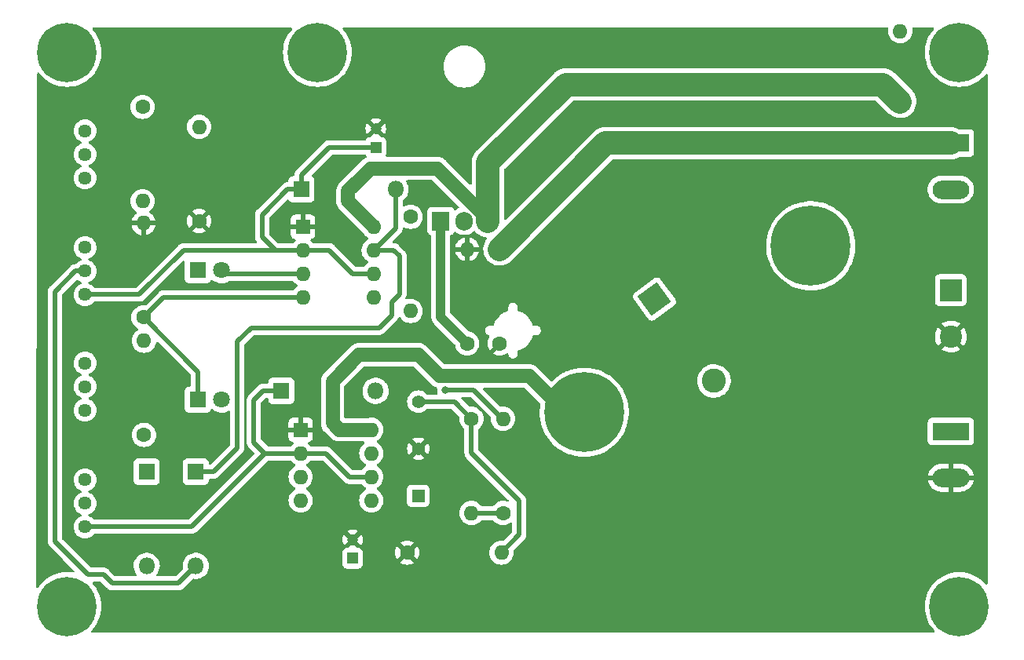
<source format=gbr>
%TF.GenerationSoftware,KiCad,Pcbnew,6.0.11-2627ca5db0~126~ubuntu22.04.1*%
%TF.CreationDate,2023-02-28T16:13:48+01:00*%
%TF.ProjectId,AstaGroeting-A_Spark_of_Passion,41737461-4772-46f6-9574-696e672d415f,rev?*%
%TF.SameCoordinates,Original*%
%TF.FileFunction,Copper,L1,Top*%
%TF.FilePolarity,Positive*%
%FSLAX46Y46*%
G04 Gerber Fmt 4.6, Leading zero omitted, Abs format (unit mm)*
G04 Created by KiCad (PCBNEW 6.0.11-2627ca5db0~126~ubuntu22.04.1) date 2023-02-28 16:13:48*
%MOMM*%
%LPD*%
G01*
G04 APERTURE LIST*
G04 Aperture macros list*
%AMRotRect*
0 Rectangle, with rotation*
0 The origin of the aperture is its center*
0 $1 length*
0 $2 width*
0 $3 Rotation angle, in degrees counterclockwise*
0 Add horizontal line*
21,1,$1,$2,0,0,$3*%
G04 Aperture macros list end*
%TA.AperFunction,ComponentPad*%
%ADD10C,1.600000*%
%TD*%
%TA.AperFunction,ComponentPad*%
%ADD11O,1.600000X1.600000*%
%TD*%
%TA.AperFunction,ComponentPad*%
%ADD12O,1.905000X2.000000*%
%TD*%
%TA.AperFunction,ComponentPad*%
%ADD13R,1.905000X2.000000*%
%TD*%
%TA.AperFunction,ComponentPad*%
%ADD14R,1.600000X1.600000*%
%TD*%
%TA.AperFunction,ComponentPad*%
%ADD15RotRect,2.600000X2.600000X36.000000*%
%TD*%
%TA.AperFunction,ComponentPad*%
%ADD16C,2.600000*%
%TD*%
%TA.AperFunction,ComponentPad*%
%ADD17C,6.350000*%
%TD*%
%TA.AperFunction,ComponentPad*%
%ADD18C,0.800000*%
%TD*%
%TA.AperFunction,ComponentPad*%
%ADD19C,6.400000*%
%TD*%
%TA.AperFunction,ComponentPad*%
%ADD20R,1.400000X1.400000*%
%TD*%
%TA.AperFunction,ComponentPad*%
%ADD21C,1.400000*%
%TD*%
%TA.AperFunction,ComponentPad*%
%ADD22R,2.400000X2.400000*%
%TD*%
%TA.AperFunction,ComponentPad*%
%ADD23C,2.400000*%
%TD*%
%TA.AperFunction,ComponentPad*%
%ADD24R,1.800000X1.800000*%
%TD*%
%TA.AperFunction,ComponentPad*%
%ADD25C,1.800000*%
%TD*%
%TA.AperFunction,ComponentPad*%
%ADD26O,1.800000X1.800000*%
%TD*%
%TA.AperFunction,ComponentPad*%
%ADD27C,8.600000*%
%TD*%
%TA.AperFunction,ComponentPad*%
%ADD28C,0.900000*%
%TD*%
%TA.AperFunction,ComponentPad*%
%ADD29R,3.960000X1.980000*%
%TD*%
%TA.AperFunction,ComponentPad*%
%ADD30O,3.960000X1.980000*%
%TD*%
%TA.AperFunction,ComponentPad*%
%ADD31R,1.200000X1.200000*%
%TD*%
%TA.AperFunction,ComponentPad*%
%ADD32C,1.200000*%
%TD*%
%TA.AperFunction,ComponentPad*%
%ADD33C,1.440000*%
%TD*%
%TA.AperFunction,ViaPad*%
%ADD34C,0.800000*%
%TD*%
%TA.AperFunction,Conductor*%
%ADD35C,0.500000*%
%TD*%
%TA.AperFunction,Conductor*%
%ADD36C,1.500000*%
%TD*%
%TA.AperFunction,Conductor*%
%ADD37C,2.500000*%
%TD*%
%TA.AperFunction,Conductor*%
%ADD38C,1.000000*%
%TD*%
G04 APERTURE END LIST*
D10*
%TO.P,R10,1*%
%TO.N,GND*%
X145387500Y-118482500D03*
D11*
%TO.P,R10,2*%
%TO.N,Net-(K1-Pad5)*%
X155547500Y-118482500D03*
%TD*%
D10*
%TO.P,R9,1*%
%TO.N,Net-(K1-Pad5)*%
X152317500Y-104052500D03*
D11*
%TO.P,R9,2*%
%TO.N,Net-(R8-Pad1)*%
X152317500Y-114212500D03*
%TD*%
D10*
%TO.P,R8,1*%
%TO.N,Net-(R8-Pad1)*%
X155717500Y-114212500D03*
D11*
%TO.P,R8,2*%
%TO.N,Net-(D6-Pad2)*%
X155717500Y-104052500D03*
%TD*%
D10*
%TO.P,R7,1*%
%TO.N,Net-(D7-Pad2)*%
X151850000Y-95910000D03*
D11*
%TO.P,R7,2*%
%TO.N,GND*%
X151850000Y-85750000D03*
%TD*%
D10*
%TO.P,R6,1*%
%TO.N,GND*%
X155350000Y-95910000D03*
D11*
%TO.P,R6,2*%
%TO.N,/PowerIn-*%
X155350000Y-85750000D03*
%TD*%
D12*
%TO.P,Q2,3,S*%
%TO.N,+12V*%
X154090000Y-82710000D03*
%TO.P,Q2,2,D*%
%TO.N,/PowerIn+*%
X151550000Y-82710000D03*
D13*
%TO.P,Q2,1,G*%
%TO.N,Net-(D7-Pad2)*%
X149010000Y-82710000D03*
%TD*%
D14*
%TO.P,D7,1,K*%
%TO.N,+12V*%
X198550000Y-69840000D03*
D11*
%TO.P,D7,2,A*%
%TO.N,Net-(D7-Pad2)*%
X198550000Y-62220000D03*
%TD*%
D14*
%TO.P,U1,1,GND*%
%TO.N,GND*%
X134150000Y-83330000D03*
D11*
%TO.P,U1,2,TR*%
%TO.N,Net-(C2-Pad1)*%
X134150000Y-85870000D03*
%TO.P,U1,3,Q*%
%TO.N,Net-(D6-Pad2)*%
X134150000Y-88410000D03*
%TO.P,U1,4,R*%
%TO.N,Net-(D1-Pad1)*%
X134150000Y-90950000D03*
%TO.P,U1,5,CV*%
%TO.N,unconnected-(U1-Pad5)*%
X141770000Y-90950000D03*
%TO.P,U1,6,THR*%
%TO.N,Net-(C2-Pad1)*%
X141770000Y-88410000D03*
%TO.P,U1,7,DIS*%
%TO.N,Net-(D3-Pad1)*%
X141770000Y-85870000D03*
%TO.P,U1,8,VCC*%
%TO.N,+12V*%
X141770000Y-83330000D03*
%TD*%
D15*
%TO.P,Q1,1,B*%
%TO.N,Net-(Q1-Pad1)*%
X172050001Y-91130001D03*
D16*
%TO.P,Q1,2,E*%
%TO.N,Net-(Q1-Pad2)*%
X178468616Y-99964467D03*
D17*
%TO.P,Q1,3,C*%
%TO.N,+12V*%
X164493505Y-103356687D03*
X188925818Y-85605573D03*
%TD*%
D18*
%TO.P,H11,1*%
%TO.N,N/C*%
X202500000Y-64530000D03*
X207300000Y-64530000D03*
D19*
X204900000Y-64530000D03*
D18*
X206597056Y-66227056D03*
X203202944Y-62832944D03*
X204900000Y-66930000D03*
X203202944Y-66227056D03*
X206597056Y-62832944D03*
X204900000Y-62130000D03*
%TD*%
D20*
%TO.P,K1,1*%
%TO.N,Net-(K1-Pad1)*%
X146582500Y-112362500D03*
D21*
%TO.P,K1,3*%
%TO.N,GND*%
X146582500Y-107282500D03*
%TO.P,K1,5*%
%TO.N,Net-(K1-Pad5)*%
X146582500Y-102202500D03*
%TO.P,K1,7*%
%TO.N,+12V*%
X146582500Y-97122500D03*
%TD*%
D18*
%TO.P,H6,1*%
%TO.N,N/C*%
X134002944Y-66227056D03*
X135700000Y-62130000D03*
X133300000Y-64530000D03*
X134002944Y-62832944D03*
X137397056Y-62832944D03*
D19*
X135700000Y-64530000D03*
D18*
X137397056Y-66227056D03*
X138100000Y-64530000D03*
X135700000Y-66930000D03*
%TD*%
D22*
%TO.P,C1,1*%
%TO.N,+12V*%
X204000000Y-90164785D03*
D23*
%TO.P,C1,2*%
%TO.N,GND*%
X204000000Y-95164785D03*
%TD*%
D24*
%TO.P,D1,1,K*%
%TO.N,Net-(D1-Pad1)*%
X122815000Y-101980000D03*
D25*
%TO.P,D1,2,A*%
%TO.N,Net-(D1-Pad2)*%
X125355000Y-101980000D03*
%TD*%
D24*
%TO.P,D5,1,K*%
%TO.N,Net-(C2-Pad1)*%
X133970000Y-79280000D03*
D26*
%TO.P,D5,2,A*%
%TO.N,Net-(D3-Pad1)*%
X144130000Y-79280000D03*
%TD*%
D24*
%TO.P,D3,1,K*%
%TO.N,Net-(D3-Pad1)*%
X122600000Y-109750000D03*
D26*
%TO.P,D3,2,A*%
%TO.N,Net-(D3-Pad2)*%
X122600000Y-119910000D03*
%TD*%
D27*
%TO.P,H7,1,1*%
%TO.N,+12V*%
X188900000Y-85380000D03*
D28*
X186619581Y-83099581D03*
X191180419Y-87660419D03*
X188900000Y-82155000D03*
X192125000Y-85380000D03*
X186619581Y-87660419D03*
X191180419Y-83099581D03*
X185675000Y-85380000D03*
X188900000Y-88605000D03*
%TD*%
D29*
%TO.P,J1,1,Pin_1*%
%TO.N,/PowerIn-*%
X204000000Y-74315000D03*
D30*
%TO.P,J1,2,Pin_2*%
%TO.N,/PowerIn+*%
X204000000Y-79315000D03*
%TD*%
D18*
%TO.P,H9,1*%
%TO.N,N/C*%
X206597056Y-125977056D03*
D19*
X204900000Y-124280000D03*
D18*
X202500000Y-124280000D03*
X206597056Y-122582944D03*
X207300000Y-124280000D03*
X203202944Y-122582944D03*
X204900000Y-126680000D03*
X204900000Y-121880000D03*
X203202944Y-125977056D03*
%TD*%
%TO.P,H3,1*%
%TO.N,N/C*%
X108700000Y-62130000D03*
X107002944Y-62832944D03*
X106300000Y-64530000D03*
X108700000Y-66930000D03*
X107002944Y-66227056D03*
X110397056Y-66227056D03*
D19*
X108700000Y-64530000D03*
D18*
X110397056Y-62832944D03*
X111100000Y-64530000D03*
%TD*%
D31*
%TO.P,C3,1*%
%TO.N,Net-(C3-Pad1)*%
X139500000Y-119102600D03*
D32*
%TO.P,C3,2*%
%TO.N,GND*%
X139500000Y-117102600D03*
%TD*%
D10*
%TO.P,R3,1*%
%TO.N,+12V*%
X117000000Y-105780000D03*
D11*
%TO.P,R3,2*%
%TO.N,Net-(R3-Pad2)*%
X117000000Y-95620000D03*
%TD*%
D10*
%TO.P,R1,1*%
%TO.N,Net-(D1-Pad1)*%
X116950000Y-93110000D03*
D11*
%TO.P,R1,2*%
%TO.N,GND*%
X116950000Y-82950000D03*
%TD*%
D24*
%TO.P,D4,1,K*%
%TO.N,Net-(C3-Pad1)*%
X131820000Y-101030000D03*
D26*
%TO.P,D4,2,A*%
%TO.N,Net-(D2-Pad1)*%
X141980000Y-101030000D03*
%TD*%
D29*
%TO.P,J2,1,Pin_1*%
%TO.N,Net-(Q1-Pad2)*%
X204000000Y-105415000D03*
D30*
%TO.P,J2,2,Pin_2*%
%TO.N,GND*%
X204000000Y-110415000D03*
%TD*%
D10*
%TO.P,R2,1*%
%TO.N,+12V*%
X116850000Y-70400000D03*
D11*
%TO.P,R2,2*%
%TO.N,Net-(R2-Pad2)*%
X116850000Y-80560000D03*
%TD*%
D24*
%TO.P,D2,1,K*%
%TO.N,Net-(D2-Pad1)*%
X117300000Y-109750000D03*
D26*
%TO.P,D2,2,A*%
%TO.N,Net-(D2-Pad2)*%
X117300000Y-119910000D03*
%TD*%
D24*
%TO.P,D6,1,K*%
%TO.N,Net-(D6-Pad1)*%
X122820000Y-88030000D03*
D25*
%TO.P,D6,2,A*%
%TO.N,Net-(D6-Pad2)*%
X125360000Y-88030000D03*
%TD*%
D10*
%TO.P,R4,1*%
%TO.N,GND*%
X122950000Y-82710000D03*
D11*
%TO.P,R4,2*%
%TO.N,Net-(D6-Pad1)*%
X122950000Y-72550000D03*
%TD*%
D31*
%TO.P,C2,1*%
%TO.N,Net-(C2-Pad1)*%
X142000000Y-74752600D03*
D32*
%TO.P,C2,2*%
%TO.N,GND*%
X142000000Y-72752600D03*
%TD*%
D18*
%TO.P,H10,1*%
%TO.N,N/C*%
X107002944Y-122582944D03*
X110397056Y-125977056D03*
X106300000Y-124280000D03*
X110397056Y-122582944D03*
X111100000Y-124280000D03*
X107002944Y-125977056D03*
X108700000Y-121880000D03*
D19*
X108700000Y-124280000D03*
D18*
X108700000Y-126680000D03*
%TD*%
D14*
%TO.P,U2,1,GND*%
%TO.N,GND*%
X133900000Y-105230000D03*
D11*
%TO.P,U2,2,TR*%
%TO.N,Net-(C3-Pad1)*%
X133900000Y-107770000D03*
%TO.P,U2,3,Q*%
%TO.N,Net-(D1-Pad2)*%
X133900000Y-110310000D03*
%TO.P,U2,4,R*%
%TO.N,+12V*%
X133900000Y-112850000D03*
%TO.P,U2,5,CV*%
%TO.N,unconnected-(U2-Pad5)*%
X141520000Y-112850000D03*
%TO.P,U2,6,THR*%
%TO.N,Net-(C3-Pad1)*%
X141520000Y-110310000D03*
%TO.P,U2,7,DIS*%
%TO.N,Net-(D2-Pad1)*%
X141520000Y-107770000D03*
%TO.P,U2,8,VCC*%
%TO.N,+12V*%
X141520000Y-105230000D03*
%TD*%
D10*
%TO.P,R5,1*%
%TO.N,Net-(Q1-Pad1)*%
X145750000Y-82250000D03*
D11*
%TO.P,R5,2*%
%TO.N,Net-(K1-Pad1)*%
X145750000Y-92410000D03*
%TD*%
D28*
%TO.P,H8,1,1*%
%TO.N,+12V*%
X166756100Y-105630501D03*
D27*
X164475681Y-103350082D03*
D28*
X162195262Y-105630501D03*
X164475681Y-106575082D03*
X162195262Y-101069663D03*
X166756100Y-101069663D03*
X161250681Y-103350082D03*
X164475681Y-100125082D03*
X167700681Y-103350082D03*
%TD*%
D33*
%TO.P,RV4,1,1*%
%TO.N,Net-(R3-Pad2)*%
X110650000Y-98030000D03*
%TO.P,RV4,2,2*%
%TO.N,Net-(D2-Pad1)*%
X110650000Y-100570000D03*
%TO.P,RV4,3,3*%
%TO.N,unconnected-(RV4-Pad3)*%
X110650000Y-103110000D03*
%TD*%
%TO.P,RV3,1,1*%
%TO.N,Net-(R2-Pad2)*%
X110650000Y-72980000D03*
%TO.P,RV3,2,2*%
%TO.N,Net-(D3-Pad1)*%
X110650000Y-75520000D03*
%TO.P,RV3,3,3*%
%TO.N,unconnected-(RV3-Pad3)*%
X110650000Y-78060000D03*
%TD*%
%TO.P,RV2,1,1*%
%TO.N,unconnected-(RV2-Pad1)*%
X110650000Y-110630000D03*
%TO.P,RV2,2,2*%
%TO.N,Net-(D2-Pad2)*%
X110650000Y-113170000D03*
%TO.P,RV2,3,3*%
%TO.N,Net-(C3-Pad1)*%
X110650000Y-115710000D03*
%TD*%
%TO.P,RV1,1,1*%
%TO.N,unconnected-(RV1-Pad1)*%
X110650000Y-85580000D03*
%TO.P,RV1,2,2*%
%TO.N,Net-(D3-Pad2)*%
X110650000Y-88120000D03*
%TO.P,RV1,3,3*%
%TO.N,Net-(C2-Pad1)*%
X110650000Y-90660000D03*
%TD*%
D34*
%TO.N,Net-(D6-Pad2)*%
X149517500Y-100932500D03*
%TO.N,+12V*%
X137350000Y-104530000D03*
X140225000Y-78255000D03*
%TD*%
D35*
%TO.N,Net-(D6-Pad2)*%
X149517500Y-100932500D02*
X152547500Y-100932500D01*
X152547500Y-100932500D02*
X155667500Y-104052500D01*
%TO.N,Net-(K1-Pad5)*%
X152317500Y-107732500D02*
X157467500Y-112882500D01*
X152317500Y-104052500D02*
X152317500Y-107732500D01*
X157467500Y-112882500D02*
X157467500Y-116562500D01*
X157467500Y-116562500D02*
X155547500Y-118482500D01*
%TO.N,Net-(R8-Pad1)*%
X155667500Y-114212500D02*
X152317500Y-114212500D01*
%TO.N,Net-(K1-Pad5)*%
X146582500Y-102202500D02*
X150467500Y-102202500D01*
X150467500Y-102202500D02*
X152317500Y-104052500D01*
%TO.N,Net-(D3-Pad2)*%
X110650000Y-88120000D02*
X109610000Y-88120000D01*
X109610000Y-88120000D02*
X107400000Y-90330000D01*
X112700000Y-120880000D02*
X113600000Y-121780000D01*
X120730000Y-121780000D02*
X122600000Y-119910000D01*
X107400000Y-90330000D02*
X107400000Y-117280000D01*
X107400000Y-117280000D02*
X111000000Y-120880000D01*
X111000000Y-120880000D02*
X112700000Y-120880000D01*
X113600000Y-121780000D02*
X120730000Y-121780000D01*
%TO.N,Net-(C2-Pad1)*%
X110650000Y-90660000D02*
X116470000Y-90660000D01*
X116470000Y-90660000D02*
X121260000Y-85870000D01*
X121260000Y-85870000D02*
X131190000Y-85870000D01*
%TO.N,Net-(C3-Pad1)*%
X110650000Y-115710000D02*
X122100000Y-115710000D01*
X122100000Y-115710000D02*
X130040000Y-107770000D01*
D36*
%TO.N,+12V*%
X146582500Y-97122500D02*
X140207500Y-97122500D01*
X140207500Y-97122500D02*
X137350000Y-99980000D01*
X137350000Y-99980000D02*
X137350000Y-104530000D01*
X137350000Y-104530000D02*
X138050000Y-105230000D01*
X138050000Y-105230000D02*
X141520000Y-105230000D01*
X141450000Y-77030000D02*
X140225000Y-78255000D01*
X140225000Y-78255000D02*
X139000000Y-79480000D01*
D35*
%TO.N,Net-(C3-Pad1)*%
X141520000Y-110310000D02*
X139130000Y-110310000D01*
X139130000Y-110310000D02*
X136590000Y-107770000D01*
X136590000Y-107770000D02*
X133900000Y-107770000D01*
X131820000Y-101030000D02*
X129850000Y-101030000D01*
X130040000Y-107770000D02*
X133900000Y-107770000D01*
X129850000Y-101030000D02*
X128850000Y-102030000D01*
X128850000Y-102030000D02*
X128850000Y-106580000D01*
X128850000Y-106580000D02*
X130040000Y-107770000D01*
%TO.N,Net-(D1-Pad1)*%
X116950000Y-93110000D02*
X122815000Y-98975000D01*
X122815000Y-98975000D02*
X122815000Y-101980000D01*
X134150000Y-90950000D02*
X119110000Y-90950000D01*
X119110000Y-90950000D02*
X116950000Y-93110000D01*
%TO.N,Net-(D6-Pad2)*%
X134150000Y-88410000D02*
X125740000Y-88410000D01*
X125740000Y-88410000D02*
X125360000Y-88030000D01*
%TO.N,Net-(D3-Pad1)*%
X141770000Y-85870000D02*
X143940000Y-85870000D01*
X143940000Y-85870000D02*
X144550000Y-86480000D01*
X144550000Y-86480000D02*
X144550000Y-90580000D01*
X144550000Y-90580000D02*
X143700000Y-91430000D01*
X143700000Y-91430000D02*
X143700000Y-92880000D01*
X143700000Y-92880000D02*
X142350000Y-94230000D01*
X142350000Y-94230000D02*
X128550000Y-94230000D01*
X128550000Y-94230000D02*
X127050000Y-95730000D01*
X127050000Y-95730000D02*
X127050000Y-107180000D01*
X127050000Y-107180000D02*
X124480000Y-109750000D01*
X124480000Y-109750000D02*
X122600000Y-109750000D01*
D37*
%TO.N,+12V*%
X154090000Y-82710000D02*
X154090000Y-76390000D01*
X154090000Y-76390000D02*
X162500000Y-67980000D01*
X162500000Y-67980000D02*
X196690000Y-67980000D01*
X196690000Y-67980000D02*
X198550000Y-69840000D01*
D36*
X146582500Y-97122500D02*
X148890000Y-99430000D01*
X148890000Y-99430000D02*
X158550000Y-99430000D01*
X158550000Y-99430000D02*
X162470082Y-103350082D01*
X162470082Y-103350082D02*
X164475681Y-103350082D01*
D35*
%TO.N,Net-(D3-Pad1)*%
X141770000Y-85870000D02*
X144130000Y-83510000D01*
X144130000Y-83510000D02*
X144130000Y-79280000D01*
%TO.N,Net-(C2-Pad1)*%
X141770000Y-88410000D02*
X139530000Y-88410000D01*
X139530000Y-88410000D02*
X136990000Y-85870000D01*
X136990000Y-85870000D02*
X134150000Y-85870000D01*
X133970000Y-79280000D02*
X132500000Y-79280000D01*
X132500000Y-79280000D02*
X129750000Y-82030000D01*
X129750000Y-82030000D02*
X129750000Y-84430000D01*
X129750000Y-84430000D02*
X131190000Y-85870000D01*
X131190000Y-85870000D02*
X134150000Y-85870000D01*
X133970000Y-79280000D02*
X133970000Y-77760000D01*
X133970000Y-77760000D02*
X136977400Y-74752600D01*
X136977400Y-74752600D02*
X142000000Y-74752600D01*
D38*
%TO.N,Net-(D7-Pad2)*%
X149010000Y-82710000D02*
X149010000Y-93070000D01*
X149010000Y-93070000D02*
X151850000Y-95910000D01*
D36*
%TO.N,+12V*%
X154090000Y-82710000D02*
X154090000Y-82511959D01*
X154090000Y-82511959D02*
X148608041Y-77030000D01*
X148608041Y-77030000D02*
X141450000Y-77030000D01*
X139000000Y-80560000D02*
X141770000Y-83330000D01*
X139000000Y-79480000D02*
X139000000Y-80560000D01*
D37*
%TO.N,/PowerIn-*%
X155350000Y-85750000D02*
X166785000Y-74315000D01*
X166785000Y-74315000D02*
X204000000Y-74315000D01*
%TD*%
%TA.AperFunction,Conductor*%
%TO.N,GND*%
G36*
X132919321Y-61850002D02*
G01*
X132965814Y-61903658D01*
X132975918Y-61973932D01*
X132946424Y-62038512D01*
X132944756Y-62040304D01*
X132944802Y-62040345D01*
X132942601Y-62042789D01*
X132940266Y-62045124D01*
X132695643Y-62347207D01*
X132693848Y-62349970D01*
X132693848Y-62349971D01*
X132486512Y-62669243D01*
X132483938Y-62673206D01*
X132307468Y-63019547D01*
X132168167Y-63382438D01*
X132067562Y-63757901D01*
X132059984Y-63805747D01*
X132015270Y-64088058D01*
X132006754Y-64141824D01*
X131986411Y-64530000D01*
X132006754Y-64918176D01*
X132007267Y-64921416D01*
X132007268Y-64921424D01*
X132035268Y-65098207D01*
X132067562Y-65302099D01*
X132168167Y-65677562D01*
X132307468Y-66040453D01*
X132308966Y-66043393D01*
X132472189Y-66363735D01*
X132483938Y-66386794D01*
X132485734Y-66389560D01*
X132485736Y-66389563D01*
X132646445Y-66637034D01*
X132695643Y-66712793D01*
X132940266Y-67014876D01*
X133215124Y-67289734D01*
X133517207Y-67534357D01*
X133519970Y-67536152D01*
X133519971Y-67536152D01*
X133695940Y-67650427D01*
X133843205Y-67746062D01*
X133846139Y-67747557D01*
X133846146Y-67747561D01*
X134038624Y-67845633D01*
X134189547Y-67922532D01*
X134552438Y-68061833D01*
X134927901Y-68162438D01*
X135131793Y-68194732D01*
X135308576Y-68222732D01*
X135308584Y-68222733D01*
X135311824Y-68223246D01*
X135700000Y-68243589D01*
X136088176Y-68223246D01*
X136091416Y-68222733D01*
X136091424Y-68222732D01*
X136268207Y-68194732D01*
X136472099Y-68162438D01*
X136847562Y-68061833D01*
X137210453Y-67922532D01*
X137361376Y-67845633D01*
X137553854Y-67747561D01*
X137553861Y-67747557D01*
X137556795Y-67746062D01*
X137704061Y-67650427D01*
X137880029Y-67536152D01*
X137880030Y-67536152D01*
X137882793Y-67534357D01*
X138184876Y-67289734D01*
X138459734Y-67014876D01*
X138704357Y-66712793D01*
X138753555Y-66637034D01*
X138914264Y-66389563D01*
X138914266Y-66389560D01*
X138916062Y-66386794D01*
X138927812Y-66363735D01*
X139087668Y-66050000D01*
X149286654Y-66050000D01*
X149286924Y-66054119D01*
X149304201Y-66317716D01*
X149306017Y-66345426D01*
X149306819Y-66349459D01*
X149306820Y-66349465D01*
X149362970Y-66631747D01*
X149363776Y-66635797D01*
X149365103Y-66639706D01*
X149365104Y-66639710D01*
X149431634Y-66835700D01*
X149458941Y-66916145D01*
X149589885Y-67181673D01*
X149592179Y-67185106D01*
X149727470Y-67387583D01*
X149754367Y-67427838D01*
X149757081Y-67430932D01*
X149757085Y-67430938D01*
X149845962Y-67532282D01*
X149949573Y-67650427D01*
X149952662Y-67653136D01*
X150169062Y-67842915D01*
X150169068Y-67842919D01*
X150172162Y-67845633D01*
X150175588Y-67847922D01*
X150175593Y-67847926D01*
X150343832Y-67960339D01*
X150418327Y-68010115D01*
X150422026Y-68011939D01*
X150422031Y-68011942D01*
X150524934Y-68062688D01*
X150683855Y-68141059D01*
X150687760Y-68142384D01*
X150687761Y-68142385D01*
X150960290Y-68234896D01*
X150960294Y-68234897D01*
X150964203Y-68236224D01*
X150968247Y-68237028D01*
X150968253Y-68237030D01*
X151250535Y-68293180D01*
X151250541Y-68293181D01*
X151254574Y-68293983D01*
X151258679Y-68294252D01*
X151258686Y-68294253D01*
X151545881Y-68313076D01*
X151550000Y-68313346D01*
X151554119Y-68313076D01*
X151841314Y-68294253D01*
X151841321Y-68294252D01*
X151845426Y-68293983D01*
X151849459Y-68293181D01*
X151849465Y-68293180D01*
X152131747Y-68237030D01*
X152131753Y-68237028D01*
X152135797Y-68236224D01*
X152139706Y-68234897D01*
X152139710Y-68234896D01*
X152412239Y-68142385D01*
X152412240Y-68142384D01*
X152416145Y-68141059D01*
X152575066Y-68062688D01*
X152677969Y-68011942D01*
X152677974Y-68011939D01*
X152681673Y-68010115D01*
X152756168Y-67960339D01*
X152924407Y-67847926D01*
X152924412Y-67847922D01*
X152927838Y-67845633D01*
X152930932Y-67842919D01*
X152930938Y-67842915D01*
X153147338Y-67653136D01*
X153150427Y-67650427D01*
X153254038Y-67532282D01*
X153342915Y-67430938D01*
X153342919Y-67430932D01*
X153345633Y-67427838D01*
X153372531Y-67387583D01*
X153507821Y-67185106D01*
X153510115Y-67181673D01*
X153641059Y-66916145D01*
X153668366Y-66835700D01*
X153734896Y-66639710D01*
X153734897Y-66639706D01*
X153736224Y-66635797D01*
X153737030Y-66631747D01*
X153793180Y-66349465D01*
X153793181Y-66349459D01*
X153793983Y-66345426D01*
X153795800Y-66317716D01*
X153813076Y-66054119D01*
X153813346Y-66050000D01*
X153806850Y-65950893D01*
X153794253Y-65758686D01*
X153794252Y-65758679D01*
X153793983Y-65754574D01*
X153782690Y-65697798D01*
X153737030Y-65468253D01*
X153737028Y-65468247D01*
X153736224Y-65464203D01*
X153720862Y-65418946D01*
X153642385Y-65187761D01*
X153642384Y-65187760D01*
X153641059Y-65183855D01*
X153510115Y-64918327D01*
X153345633Y-64672162D01*
X153342919Y-64669068D01*
X153342915Y-64669062D01*
X153153136Y-64452662D01*
X153150427Y-64449573D01*
X153147338Y-64446864D01*
X152930938Y-64257085D01*
X152930932Y-64257081D01*
X152927838Y-64254367D01*
X152924412Y-64252078D01*
X152924407Y-64252074D01*
X152685106Y-64092179D01*
X152681673Y-64089885D01*
X152677974Y-64088061D01*
X152677969Y-64088058D01*
X152541687Y-64020852D01*
X152416145Y-63958941D01*
X152412239Y-63957615D01*
X152139710Y-63865104D01*
X152139706Y-63865103D01*
X152135797Y-63863776D01*
X152131753Y-63862972D01*
X152131747Y-63862970D01*
X151849465Y-63806820D01*
X151849459Y-63806819D01*
X151845426Y-63806017D01*
X151841321Y-63805748D01*
X151841314Y-63805747D01*
X151554119Y-63786924D01*
X151550000Y-63786654D01*
X151545881Y-63786924D01*
X151258686Y-63805747D01*
X151258679Y-63805748D01*
X151254574Y-63806017D01*
X151250541Y-63806819D01*
X151250535Y-63806820D01*
X150968253Y-63862970D01*
X150968247Y-63862972D01*
X150964203Y-63863776D01*
X150960294Y-63865103D01*
X150960290Y-63865104D01*
X150687761Y-63957615D01*
X150683855Y-63958941D01*
X150558313Y-64020852D01*
X150422031Y-64088058D01*
X150422026Y-64088061D01*
X150418327Y-64089885D01*
X150414894Y-64092179D01*
X150175593Y-64252074D01*
X150175588Y-64252078D01*
X150172162Y-64254367D01*
X150169068Y-64257081D01*
X150169062Y-64257085D01*
X149952662Y-64446864D01*
X149949573Y-64449573D01*
X149946864Y-64452662D01*
X149757085Y-64669062D01*
X149757081Y-64669068D01*
X149754367Y-64672162D01*
X149589885Y-64918327D01*
X149458941Y-65183855D01*
X149457616Y-65187760D01*
X149457615Y-65187761D01*
X149379139Y-65418946D01*
X149363776Y-65464203D01*
X149362972Y-65468247D01*
X149362970Y-65468253D01*
X149317311Y-65697798D01*
X149306017Y-65754574D01*
X149305748Y-65758679D01*
X149305747Y-65758686D01*
X149293150Y-65950893D01*
X149286654Y-66050000D01*
X139087668Y-66050000D01*
X139091034Y-66043393D01*
X139092532Y-66040453D01*
X139231833Y-65677562D01*
X139332438Y-65302099D01*
X139364732Y-65098207D01*
X139392732Y-64921424D01*
X139392733Y-64921416D01*
X139393246Y-64918176D01*
X139413589Y-64530000D01*
X139393246Y-64141824D01*
X139384731Y-64088058D01*
X139340016Y-63805747D01*
X139332438Y-63757901D01*
X139231833Y-63382438D01*
X139092532Y-63019547D01*
X138916062Y-62673206D01*
X138913489Y-62669243D01*
X138706152Y-62349971D01*
X138706152Y-62349970D01*
X138704357Y-62347207D01*
X138459734Y-62045124D01*
X138457399Y-62042789D01*
X138455198Y-62040345D01*
X138456481Y-62039190D01*
X138425679Y-61982783D01*
X138430744Y-61911968D01*
X138473291Y-61855132D01*
X138539811Y-61830321D01*
X138548800Y-61830000D01*
X197135635Y-61830000D01*
X197203756Y-61850002D01*
X197250249Y-61903658D01*
X197260353Y-61973932D01*
X197258657Y-61982196D01*
X197257880Y-61986601D01*
X197256457Y-61991913D01*
X197236502Y-62220000D01*
X197256457Y-62448087D01*
X197315716Y-62669243D01*
X197318039Y-62674224D01*
X197318039Y-62674225D01*
X197410151Y-62871762D01*
X197410154Y-62871767D01*
X197412477Y-62876749D01*
X197415634Y-62881257D01*
X197514626Y-63022632D01*
X197543802Y-63064300D01*
X197705700Y-63226198D01*
X197710208Y-63229355D01*
X197710211Y-63229357D01*
X197788389Y-63284098D01*
X197893251Y-63357523D01*
X197898233Y-63359846D01*
X197898238Y-63359849D01*
X198095775Y-63451961D01*
X198100757Y-63454284D01*
X198106065Y-63455706D01*
X198106067Y-63455707D01*
X198316598Y-63512119D01*
X198316600Y-63512119D01*
X198321913Y-63513543D01*
X198550000Y-63533498D01*
X198778087Y-63513543D01*
X198783400Y-63512119D01*
X198783402Y-63512119D01*
X198993933Y-63455707D01*
X198993935Y-63455706D01*
X198999243Y-63454284D01*
X199004225Y-63451961D01*
X199201762Y-63359849D01*
X199201767Y-63359846D01*
X199206749Y-63357523D01*
X199311611Y-63284098D01*
X199389789Y-63229357D01*
X199389792Y-63229355D01*
X199394300Y-63226198D01*
X199556198Y-63064300D01*
X199585375Y-63022632D01*
X199684366Y-62881257D01*
X199687523Y-62876749D01*
X199689846Y-62871767D01*
X199689849Y-62871762D01*
X199781961Y-62674225D01*
X199781961Y-62674224D01*
X199784284Y-62669243D01*
X199843543Y-62448087D01*
X199863498Y-62220000D01*
X199843543Y-61991913D01*
X199842120Y-61986601D01*
X199841164Y-61981181D01*
X199842846Y-61980884D01*
X199844342Y-61917652D01*
X199884128Y-61858850D01*
X199949389Y-61830893D01*
X199964365Y-61830000D01*
X202051200Y-61830000D01*
X202119321Y-61850002D01*
X202165814Y-61903658D01*
X202175918Y-61973932D01*
X202146424Y-62038512D01*
X202144756Y-62040304D01*
X202144802Y-62040345D01*
X202142601Y-62042789D01*
X202140266Y-62045124D01*
X201895643Y-62347207D01*
X201893848Y-62349970D01*
X201893848Y-62349971D01*
X201686512Y-62669243D01*
X201683938Y-62673206D01*
X201507468Y-63019547D01*
X201368167Y-63382438D01*
X201267562Y-63757901D01*
X201259984Y-63805747D01*
X201215270Y-64088058D01*
X201206754Y-64141824D01*
X201186411Y-64530000D01*
X201206754Y-64918176D01*
X201207267Y-64921416D01*
X201207268Y-64921424D01*
X201235268Y-65098207D01*
X201267562Y-65302099D01*
X201368167Y-65677562D01*
X201507468Y-66040453D01*
X201508966Y-66043393D01*
X201672189Y-66363735D01*
X201683938Y-66386794D01*
X201685734Y-66389560D01*
X201685736Y-66389563D01*
X201846445Y-66637034D01*
X201895643Y-66712793D01*
X202140266Y-67014876D01*
X202415124Y-67289734D01*
X202717207Y-67534357D01*
X202719970Y-67536152D01*
X202719971Y-67536152D01*
X202895940Y-67650427D01*
X203043205Y-67746062D01*
X203046139Y-67747557D01*
X203046146Y-67747561D01*
X203238624Y-67845633D01*
X203389547Y-67922532D01*
X203752438Y-68061833D01*
X204127901Y-68162438D01*
X204331793Y-68194732D01*
X204508576Y-68222732D01*
X204508584Y-68222733D01*
X204511824Y-68223246D01*
X204900000Y-68243589D01*
X205288176Y-68223246D01*
X205291416Y-68222733D01*
X205291424Y-68222732D01*
X205468207Y-68194732D01*
X205672099Y-68162438D01*
X206047562Y-68061833D01*
X206410453Y-67922532D01*
X206561376Y-67845633D01*
X206753854Y-67747561D01*
X206753861Y-67747557D01*
X206756795Y-67746062D01*
X206904061Y-67650427D01*
X207080029Y-67536152D01*
X207080030Y-67536152D01*
X207082793Y-67534357D01*
X207384876Y-67289734D01*
X207659734Y-67014876D01*
X207661809Y-67012314D01*
X207661817Y-67012305D01*
X207772152Y-66876052D01*
X207830566Y-66835700D01*
X207901523Y-66833334D01*
X207962495Y-66869707D01*
X207994123Y-66933269D01*
X207996072Y-66955443D01*
X207967641Y-104057975D01*
X207954142Y-121675405D01*
X207954044Y-121802850D01*
X207933990Y-121870955D01*
X207880298Y-121917407D01*
X207810017Y-121927457D01*
X207745459Y-121897914D01*
X207730124Y-121882048D01*
X207661809Y-121797686D01*
X207661806Y-121797682D01*
X207659734Y-121795124D01*
X207384876Y-121520266D01*
X207371431Y-121509378D01*
X207139647Y-121321683D01*
X207082793Y-121275643D01*
X206756795Y-121063938D01*
X206753861Y-121062443D01*
X206753854Y-121062439D01*
X206413393Y-120888966D01*
X206410453Y-120887468D01*
X206047562Y-120748167D01*
X205672099Y-120647562D01*
X205468207Y-120615268D01*
X205291424Y-120587268D01*
X205291416Y-120587267D01*
X205288176Y-120586754D01*
X204900000Y-120566411D01*
X204511824Y-120586754D01*
X204508584Y-120587267D01*
X204508576Y-120587268D01*
X204331793Y-120615268D01*
X204127901Y-120647562D01*
X203752438Y-120748167D01*
X203389547Y-120887468D01*
X203386607Y-120888966D01*
X203046147Y-121062439D01*
X203046140Y-121062443D01*
X203043206Y-121063938D01*
X203040440Y-121065734D01*
X203040437Y-121065736D01*
X202791543Y-121227369D01*
X202717207Y-121275643D01*
X202660353Y-121321683D01*
X202428570Y-121509378D01*
X202415124Y-121520266D01*
X202140266Y-121795124D01*
X202138194Y-121797682D01*
X202138191Y-121797686D01*
X202100853Y-121843795D01*
X201895643Y-122097207D01*
X201893848Y-122099970D01*
X201893848Y-122099971D01*
X201716821Y-122372571D01*
X201683938Y-122423206D01*
X201682443Y-122426140D01*
X201682439Y-122426147D01*
X201622798Y-122543199D01*
X201507468Y-122769547D01*
X201368167Y-123132438D01*
X201267562Y-123507901D01*
X201206754Y-123891824D01*
X201186411Y-124280000D01*
X201206754Y-124668176D01*
X201267562Y-125052099D01*
X201368167Y-125427562D01*
X201507468Y-125790453D01*
X201683938Y-126136794D01*
X201895643Y-126462793D01*
X202140266Y-126764876D01*
X202243119Y-126867729D01*
X202277145Y-126930041D01*
X202272080Y-127000856D01*
X202229533Y-127057692D01*
X202163013Y-127082503D01*
X202154085Y-127082824D01*
X138823361Y-127113687D01*
X111401809Y-127127051D01*
X111333680Y-127107082D01*
X111287161Y-127053449D01*
X111277023Y-126983180D01*
X111306484Y-126918585D01*
X111312654Y-126911956D01*
X111459734Y-126764876D01*
X111704357Y-126462793D01*
X111916062Y-126136794D01*
X112092532Y-125790453D01*
X112231833Y-125427562D01*
X112332438Y-125052099D01*
X112393246Y-124668176D01*
X112413589Y-124280000D01*
X112393246Y-123891824D01*
X112332438Y-123507901D01*
X112231833Y-123132438D01*
X112092532Y-122769547D01*
X111977202Y-122543199D01*
X111917561Y-122426147D01*
X111917557Y-122426140D01*
X111916062Y-122423206D01*
X111883180Y-122372571D01*
X111706152Y-122099971D01*
X111706152Y-122099970D01*
X111704357Y-122097207D01*
X111499147Y-121843795D01*
X111471821Y-121778267D01*
X111484261Y-121708369D01*
X111532515Y-121656292D01*
X111597067Y-121638500D01*
X112333629Y-121638500D01*
X112401750Y-121658502D01*
X112422724Y-121675405D01*
X113016230Y-122268911D01*
X113028616Y-122283323D01*
X113037149Y-122294918D01*
X113037154Y-122294923D01*
X113041492Y-122300818D01*
X113047070Y-122305557D01*
X113047073Y-122305560D01*
X113081768Y-122335035D01*
X113089284Y-122341965D01*
X113094979Y-122347660D01*
X113097861Y-122349940D01*
X113117251Y-122365281D01*
X113120655Y-122368072D01*
X113170703Y-122410591D01*
X113176285Y-122415333D01*
X113182801Y-122418661D01*
X113187850Y-122422028D01*
X113192979Y-122425195D01*
X113198716Y-122429734D01*
X113264875Y-122460655D01*
X113268769Y-122462558D01*
X113333808Y-122495769D01*
X113340916Y-122497508D01*
X113346559Y-122499607D01*
X113352322Y-122501524D01*
X113358950Y-122504622D01*
X113366112Y-122506112D01*
X113366113Y-122506112D01*
X113430412Y-122519486D01*
X113434696Y-122520456D01*
X113505610Y-122537808D01*
X113511212Y-122538156D01*
X113511215Y-122538156D01*
X113516764Y-122538500D01*
X113516762Y-122538536D01*
X113520755Y-122538775D01*
X113524947Y-122539149D01*
X113532115Y-122540640D01*
X113609520Y-122538546D01*
X113612928Y-122538500D01*
X120662930Y-122538500D01*
X120681880Y-122539933D01*
X120696115Y-122542099D01*
X120696119Y-122542099D01*
X120703349Y-122543199D01*
X120710641Y-122542606D01*
X120710644Y-122542606D01*
X120756018Y-122538915D01*
X120766233Y-122538500D01*
X120774293Y-122538500D01*
X120791680Y-122536473D01*
X120802507Y-122535211D01*
X120806882Y-122534778D01*
X120872339Y-122529454D01*
X120872342Y-122529453D01*
X120879637Y-122528860D01*
X120886601Y-122526604D01*
X120892560Y-122525413D01*
X120898415Y-122524029D01*
X120905681Y-122523182D01*
X120974327Y-122498265D01*
X120978455Y-122496848D01*
X121040936Y-122476607D01*
X121040938Y-122476606D01*
X121047899Y-122474351D01*
X121054154Y-122470555D01*
X121059628Y-122468049D01*
X121065058Y-122465330D01*
X121071937Y-122462833D01*
X121078058Y-122458820D01*
X121132976Y-122422814D01*
X121136680Y-122420477D01*
X121199107Y-122382595D01*
X121207484Y-122375197D01*
X121207508Y-122375224D01*
X121210500Y-122372571D01*
X121213733Y-122369868D01*
X121219852Y-122365856D01*
X121273128Y-122309617D01*
X121275506Y-122307175D01*
X122249040Y-121333641D01*
X122311352Y-121299615D01*
X122363256Y-121299266D01*
X122427585Y-121312354D01*
X122427593Y-121312355D01*
X122432656Y-121313385D01*
X122563324Y-121318176D01*
X122658949Y-121321683D01*
X122658953Y-121321683D01*
X122664113Y-121321872D01*
X122669233Y-121321216D01*
X122669235Y-121321216D01*
X122742270Y-121311860D01*
X122893847Y-121292442D01*
X122898795Y-121290957D01*
X122898802Y-121290956D01*
X123110747Y-121227369D01*
X123115690Y-121225886D01*
X123183274Y-121192777D01*
X123319049Y-121126262D01*
X123319052Y-121126260D01*
X123323684Y-121123991D01*
X123512243Y-120989494D01*
X123676303Y-120826005D01*
X123811458Y-120637917D01*
X123827607Y-120605243D01*
X123911784Y-120434922D01*
X123911785Y-120434920D01*
X123914078Y-120430280D01*
X123981408Y-120208671D01*
X124011640Y-119979041D01*
X124013327Y-119910000D01*
X124002314Y-119776043D01*
X124000233Y-119750734D01*
X138391500Y-119750734D01*
X138398255Y-119812916D01*
X138449385Y-119949305D01*
X138536739Y-120065861D01*
X138653295Y-120153215D01*
X138789684Y-120204345D01*
X138851866Y-120211100D01*
X140148134Y-120211100D01*
X140210316Y-120204345D01*
X140346705Y-120153215D01*
X140463261Y-120065861D01*
X140550615Y-119949305D01*
X140601745Y-119812916D01*
X140608500Y-119750734D01*
X140608500Y-119568562D01*
X144665993Y-119568562D01*
X144675289Y-119580577D01*
X144726494Y-119616431D01*
X144735989Y-119621914D01*
X144933447Y-119713990D01*
X144943739Y-119717736D01*
X145154188Y-119774125D01*
X145164981Y-119776028D01*
X145382025Y-119795017D01*
X145392975Y-119795017D01*
X145610019Y-119776028D01*
X145620812Y-119774125D01*
X145831261Y-119717736D01*
X145841553Y-119713990D01*
X146039011Y-119621914D01*
X146048506Y-119616431D01*
X146100548Y-119579991D01*
X146108924Y-119569512D01*
X146101856Y-119556066D01*
X145400312Y-118854522D01*
X145386368Y-118846908D01*
X145384535Y-118847039D01*
X145377920Y-118851290D01*
X144672423Y-119556787D01*
X144665993Y-119568562D01*
X140608500Y-119568562D01*
X140608500Y-118487975D01*
X144074983Y-118487975D01*
X144093972Y-118705019D01*
X144095875Y-118715812D01*
X144152264Y-118926261D01*
X144156010Y-118936553D01*
X144248086Y-119134011D01*
X144253569Y-119143506D01*
X144290009Y-119195548D01*
X144300488Y-119203924D01*
X144313934Y-119196856D01*
X145015478Y-118495312D01*
X145021856Y-118483632D01*
X145751908Y-118483632D01*
X145752039Y-118485465D01*
X145756290Y-118492080D01*
X146461787Y-119197577D01*
X146473562Y-119204007D01*
X146485577Y-119194711D01*
X146521431Y-119143506D01*
X146526914Y-119134011D01*
X146618990Y-118936553D01*
X146622736Y-118926261D01*
X146679125Y-118715812D01*
X146681028Y-118705019D01*
X146700017Y-118487975D01*
X146700017Y-118477025D01*
X146681028Y-118259981D01*
X146679125Y-118249188D01*
X146622736Y-118038739D01*
X146618990Y-118028447D01*
X146526914Y-117830989D01*
X146521431Y-117821494D01*
X146484991Y-117769452D01*
X146474512Y-117761076D01*
X146461066Y-117768144D01*
X145759522Y-118469688D01*
X145751908Y-118483632D01*
X145021856Y-118483632D01*
X145023092Y-118481368D01*
X145022961Y-118479535D01*
X145018710Y-118472920D01*
X144313213Y-117767423D01*
X144301438Y-117760993D01*
X144289423Y-117770289D01*
X144253569Y-117821494D01*
X144248086Y-117830989D01*
X144156010Y-118028447D01*
X144152264Y-118038739D01*
X144095875Y-118249188D01*
X144093972Y-118259981D01*
X144074983Y-118477025D01*
X144074983Y-118487975D01*
X140608500Y-118487975D01*
X140608500Y-118454466D01*
X140601745Y-118392284D01*
X140550615Y-118255895D01*
X140463261Y-118139339D01*
X140346705Y-118051985D01*
X140210316Y-118000855D01*
X140148134Y-117994100D01*
X140084480Y-117994100D01*
X140016359Y-117974098D01*
X139995384Y-117957195D01*
X139512811Y-117474621D01*
X139498868Y-117467008D01*
X139497034Y-117467139D01*
X139490420Y-117471390D01*
X139004616Y-117957195D01*
X138942303Y-117991220D01*
X138915520Y-117994100D01*
X138851866Y-117994100D01*
X138789684Y-118000855D01*
X138653295Y-118051985D01*
X138536739Y-118139339D01*
X138449385Y-118255895D01*
X138398255Y-118392284D01*
X138391500Y-118454466D01*
X138391500Y-119750734D01*
X124000233Y-119750734D01*
X123994773Y-119684318D01*
X123994772Y-119684312D01*
X123994349Y-119679167D01*
X123937925Y-119454533D01*
X123935866Y-119449797D01*
X123847630Y-119246868D01*
X123847628Y-119246865D01*
X123845570Y-119242131D01*
X123719764Y-119047665D01*
X123563887Y-118876358D01*
X123559836Y-118873159D01*
X123559832Y-118873155D01*
X123386177Y-118736011D01*
X123386172Y-118736008D01*
X123382123Y-118732810D01*
X123377607Y-118730317D01*
X123377604Y-118730315D01*
X123183879Y-118623373D01*
X123183875Y-118623371D01*
X123179355Y-118620876D01*
X123174486Y-118619152D01*
X123174482Y-118619150D01*
X122965903Y-118545288D01*
X122965899Y-118545287D01*
X122961028Y-118543562D01*
X122955935Y-118542655D01*
X122955932Y-118542654D01*
X122738095Y-118503851D01*
X122738089Y-118503850D01*
X122733006Y-118502945D01*
X122660096Y-118502054D01*
X122506581Y-118500179D01*
X122506579Y-118500179D01*
X122501411Y-118500116D01*
X122272464Y-118535150D01*
X122052314Y-118607106D01*
X122047726Y-118609494D01*
X122047722Y-118609496D01*
X122021065Y-118623373D01*
X121846872Y-118714052D01*
X121842739Y-118717155D01*
X121842736Y-118717157D01*
X121669750Y-118847039D01*
X121661655Y-118853117D01*
X121501639Y-119020564D01*
X121498725Y-119024836D01*
X121498724Y-119024837D01*
X121483152Y-119047665D01*
X121371119Y-119211899D01*
X121273602Y-119421981D01*
X121211707Y-119645169D01*
X121187095Y-119875469D01*
X121187392Y-119880622D01*
X121187392Y-119880625D01*
X121198383Y-120071242D01*
X121200427Y-120106697D01*
X121209112Y-120145234D01*
X121204576Y-120216083D01*
X121175290Y-120262029D01*
X120452724Y-120984595D01*
X120390412Y-121018621D01*
X120363629Y-121021500D01*
X118481523Y-121021500D01*
X118413402Y-121001498D01*
X118366909Y-120947842D01*
X118356805Y-120877568D01*
X118379200Y-120821974D01*
X118508440Y-120642117D01*
X118508441Y-120642116D01*
X118511458Y-120637917D01*
X118527607Y-120605243D01*
X118611784Y-120434922D01*
X118611785Y-120434920D01*
X118614078Y-120430280D01*
X118681408Y-120208671D01*
X118711640Y-119979041D01*
X118713327Y-119910000D01*
X118702314Y-119776043D01*
X118694773Y-119684318D01*
X118694772Y-119684312D01*
X118694349Y-119679167D01*
X118637925Y-119454533D01*
X118635866Y-119449797D01*
X118547630Y-119246868D01*
X118547628Y-119246865D01*
X118545570Y-119242131D01*
X118419764Y-119047665D01*
X118263887Y-118876358D01*
X118259836Y-118873159D01*
X118259832Y-118873155D01*
X118086177Y-118736011D01*
X118086172Y-118736008D01*
X118082123Y-118732810D01*
X118077607Y-118730317D01*
X118077604Y-118730315D01*
X117883879Y-118623373D01*
X117883875Y-118623371D01*
X117879355Y-118620876D01*
X117874486Y-118619152D01*
X117874482Y-118619150D01*
X117665903Y-118545288D01*
X117665899Y-118545287D01*
X117661028Y-118543562D01*
X117655935Y-118542655D01*
X117655932Y-118542654D01*
X117438095Y-118503851D01*
X117438089Y-118503850D01*
X117433006Y-118502945D01*
X117360096Y-118502054D01*
X117206581Y-118500179D01*
X117206579Y-118500179D01*
X117201411Y-118500116D01*
X116972464Y-118535150D01*
X116752314Y-118607106D01*
X116747726Y-118609494D01*
X116747722Y-118609496D01*
X116721065Y-118623373D01*
X116546872Y-118714052D01*
X116542739Y-118717155D01*
X116542736Y-118717157D01*
X116369750Y-118847039D01*
X116361655Y-118853117D01*
X116201639Y-119020564D01*
X116198725Y-119024836D01*
X116198724Y-119024837D01*
X116183152Y-119047665D01*
X116071119Y-119211899D01*
X115973602Y-119421981D01*
X115911707Y-119645169D01*
X115887095Y-119875469D01*
X115887392Y-119880622D01*
X115887392Y-119880625D01*
X115898383Y-120071242D01*
X115900427Y-120106697D01*
X115901564Y-120111743D01*
X115901565Y-120111749D01*
X115930011Y-120237972D01*
X115951346Y-120332642D01*
X115953288Y-120337424D01*
X115953289Y-120337428D01*
X116010204Y-120477592D01*
X116038484Y-120547237D01*
X116159501Y-120744719D01*
X116162882Y-120748622D01*
X116218650Y-120813003D01*
X116248132Y-120877589D01*
X116238017Y-120947861D01*
X116191516Y-121001509D01*
X116123412Y-121021500D01*
X113966371Y-121021500D01*
X113898250Y-121001498D01*
X113877276Y-120984595D01*
X113283770Y-120391089D01*
X113271384Y-120376677D01*
X113262851Y-120365082D01*
X113262846Y-120365077D01*
X113258508Y-120359182D01*
X113252930Y-120354443D01*
X113252927Y-120354440D01*
X113218232Y-120324965D01*
X113210716Y-120318035D01*
X113205021Y-120312340D01*
X113198880Y-120307482D01*
X113182749Y-120294719D01*
X113179345Y-120291928D01*
X113129297Y-120249409D01*
X113129295Y-120249408D01*
X113123715Y-120244667D01*
X113117199Y-120241339D01*
X113112150Y-120237972D01*
X113107021Y-120234805D01*
X113101284Y-120230266D01*
X113035125Y-120199345D01*
X113031225Y-120197439D01*
X112966192Y-120164231D01*
X112959084Y-120162492D01*
X112953441Y-120160393D01*
X112947678Y-120158476D01*
X112941050Y-120155378D01*
X112869583Y-120140513D01*
X112865299Y-120139543D01*
X112794390Y-120122192D01*
X112788788Y-120121844D01*
X112788785Y-120121844D01*
X112783236Y-120121500D01*
X112783238Y-120121464D01*
X112779245Y-120121225D01*
X112775053Y-120120851D01*
X112767885Y-120119360D01*
X112701675Y-120121151D01*
X112690479Y-120121454D01*
X112687072Y-120121500D01*
X111366371Y-120121500D01*
X111298250Y-120101498D01*
X111277276Y-120084595D01*
X108271919Y-117079238D01*
X138388012Y-117079238D01*
X138400575Y-117270904D01*
X138402376Y-117282274D01*
X138449657Y-117468443D01*
X138453498Y-117479290D01*
X138533916Y-117653730D01*
X138539664Y-117663686D01*
X138545788Y-117672351D01*
X138556377Y-117680740D01*
X138569676Y-117673713D01*
X139127979Y-117115411D01*
X139134356Y-117103732D01*
X139864408Y-117103732D01*
X139864539Y-117105566D01*
X139868790Y-117112180D01*
X140430239Y-117673628D01*
X140442614Y-117680385D01*
X140449194Y-117675459D01*
X140513726Y-117560228D01*
X140518400Y-117549731D01*
X140570759Y-117395488D01*
X144666076Y-117395488D01*
X144673144Y-117408934D01*
X145374688Y-118110478D01*
X145388632Y-118118092D01*
X145390465Y-118117961D01*
X145397080Y-118113710D01*
X146102577Y-117408213D01*
X146109007Y-117396438D01*
X146099711Y-117384423D01*
X146048506Y-117348569D01*
X146039011Y-117343086D01*
X145841553Y-117251010D01*
X145831261Y-117247264D01*
X145620812Y-117190875D01*
X145610019Y-117188972D01*
X145392975Y-117169983D01*
X145382025Y-117169983D01*
X145164981Y-117188972D01*
X145154188Y-117190875D01*
X144943739Y-117247264D01*
X144933447Y-117251010D01*
X144735989Y-117343086D01*
X144726494Y-117348569D01*
X144674452Y-117385009D01*
X144666076Y-117395488D01*
X140570759Y-117395488D01*
X140580144Y-117367840D01*
X140582832Y-117356645D01*
X140610689Y-117164511D01*
X140611319Y-117157128D01*
X140612650Y-117106304D01*
X140612407Y-117098905D01*
X140594643Y-116905575D01*
X140592545Y-116894254D01*
X140540408Y-116709391D01*
X140536283Y-116698644D01*
X140452163Y-116528065D01*
X140444869Y-116522590D01*
X140432449Y-116529362D01*
X139872021Y-117089789D01*
X139864408Y-117103732D01*
X139134356Y-117103732D01*
X139135592Y-117101468D01*
X139135461Y-117099634D01*
X139131210Y-117093020D01*
X138568538Y-116530349D01*
X138556163Y-116523592D01*
X138550197Y-116528058D01*
X138474645Y-116671658D01*
X138470242Y-116682291D01*
X138413281Y-116865732D01*
X138410891Y-116876976D01*
X138388313Y-117067737D01*
X138388012Y-117079238D01*
X108271919Y-117079238D01*
X108195405Y-117002724D01*
X108161379Y-116940412D01*
X108158500Y-116913629D01*
X108158500Y-115710000D01*
X109416807Y-115710000D01*
X109435542Y-115924142D01*
X109436966Y-115929455D01*
X109436966Y-115929457D01*
X109486473Y-116114216D01*
X109491178Y-116131777D01*
X109493500Y-116136757D01*
X109493501Y-116136759D01*
X109567690Y-116295856D01*
X109582024Y-116326596D01*
X109705319Y-116502681D01*
X109857319Y-116654681D01*
X110033403Y-116777976D01*
X110038381Y-116780297D01*
X110038384Y-116780299D01*
X110221596Y-116865732D01*
X110228223Y-116868822D01*
X110233531Y-116870244D01*
X110233533Y-116870245D01*
X110430543Y-116923034D01*
X110430545Y-116923034D01*
X110435858Y-116924458D01*
X110650000Y-116943193D01*
X110864142Y-116924458D01*
X110869455Y-116923034D01*
X110869457Y-116923034D01*
X111066467Y-116870245D01*
X111066469Y-116870244D01*
X111071777Y-116868822D01*
X111078404Y-116865732D01*
X111261616Y-116780299D01*
X111261619Y-116780297D01*
X111266597Y-116777976D01*
X111442681Y-116654681D01*
X111591957Y-116505405D01*
X111654269Y-116471379D01*
X111681052Y-116468500D01*
X122032930Y-116468500D01*
X122051880Y-116469933D01*
X122066115Y-116472099D01*
X122066119Y-116472099D01*
X122073349Y-116473199D01*
X122080641Y-116472606D01*
X122080644Y-116472606D01*
X122126018Y-116468915D01*
X122136233Y-116468500D01*
X122144293Y-116468500D01*
X122157583Y-116466951D01*
X122172507Y-116465211D01*
X122176882Y-116464778D01*
X122242339Y-116459454D01*
X122242342Y-116459453D01*
X122249637Y-116458860D01*
X122256601Y-116456604D01*
X122262560Y-116455413D01*
X122268415Y-116454029D01*
X122275681Y-116453182D01*
X122344327Y-116428265D01*
X122348455Y-116426848D01*
X122410936Y-116406607D01*
X122410938Y-116406606D01*
X122417899Y-116404351D01*
X122424154Y-116400555D01*
X122429628Y-116398049D01*
X122435058Y-116395330D01*
X122441937Y-116392833D01*
X122502976Y-116352814D01*
X122506680Y-116350477D01*
X122569107Y-116312595D01*
X122577484Y-116305197D01*
X122577508Y-116305224D01*
X122580500Y-116302571D01*
X122583733Y-116299868D01*
X122589852Y-116295856D01*
X122643128Y-116239617D01*
X122645506Y-116237175D01*
X122721406Y-116161275D01*
X138922788Y-116161275D01*
X138926275Y-116169664D01*
X139487189Y-116730579D01*
X139501132Y-116738192D01*
X139502966Y-116738061D01*
X139509580Y-116733810D01*
X140070285Y-116173104D01*
X140077042Y-116160729D01*
X140071012Y-116152673D01*
X140010061Y-116114216D01*
X139999813Y-116108995D01*
X139821401Y-116037816D01*
X139810373Y-116034549D01*
X139621982Y-115997076D01*
X139610535Y-115995873D01*
X139418477Y-115993359D01*
X139406997Y-115994262D01*
X139217697Y-116026790D01*
X139206577Y-116029770D01*
X139026365Y-116096253D01*
X139015991Y-116101201D01*
X138932385Y-116150942D01*
X138922788Y-116161275D01*
X122721406Y-116161275D01*
X130317276Y-108565405D01*
X130379588Y-108531379D01*
X130406371Y-108528500D01*
X132768133Y-108528500D01*
X132836254Y-108548502D01*
X132871345Y-108582228D01*
X132893802Y-108614300D01*
X133055700Y-108776198D01*
X133060208Y-108779355D01*
X133060211Y-108779357D01*
X133138389Y-108834098D01*
X133243251Y-108907523D01*
X133248233Y-108909846D01*
X133248238Y-108909849D01*
X133282457Y-108925805D01*
X133335742Y-108972722D01*
X133355203Y-109040999D01*
X133334661Y-109108959D01*
X133282457Y-109154195D01*
X133248238Y-109170151D01*
X133248233Y-109170154D01*
X133243251Y-109172477D01*
X133164580Y-109227563D01*
X133060211Y-109300643D01*
X133060208Y-109300645D01*
X133055700Y-109303802D01*
X132893802Y-109465700D01*
X132890645Y-109470208D01*
X132890643Y-109470211D01*
X132871346Y-109497770D01*
X132762477Y-109653251D01*
X132760154Y-109658233D01*
X132760151Y-109658238D01*
X132676645Y-109837319D01*
X132665716Y-109860757D01*
X132606457Y-110081913D01*
X132586502Y-110310000D01*
X132606457Y-110538087D01*
X132665716Y-110759243D01*
X132668039Y-110764224D01*
X132668039Y-110764225D01*
X132760151Y-110961762D01*
X132760154Y-110961767D01*
X132762477Y-110966749D01*
X132825503Y-111056759D01*
X132890071Y-111148971D01*
X132893802Y-111154300D01*
X133055700Y-111316198D01*
X133060208Y-111319355D01*
X133060211Y-111319357D01*
X133138389Y-111374098D01*
X133243251Y-111447523D01*
X133248233Y-111449846D01*
X133248238Y-111449849D01*
X133282457Y-111465805D01*
X133335742Y-111512722D01*
X133355203Y-111580999D01*
X133334661Y-111648959D01*
X133282457Y-111694195D01*
X133248238Y-111710151D01*
X133248233Y-111710154D01*
X133243251Y-111712477D01*
X133138528Y-111785805D01*
X133060211Y-111840643D01*
X133060208Y-111840645D01*
X133055700Y-111843802D01*
X132893802Y-112005700D01*
X132890645Y-112010208D01*
X132890643Y-112010211D01*
X132835902Y-112088389D01*
X132762477Y-112193251D01*
X132760154Y-112198233D01*
X132760151Y-112198238D01*
X132676645Y-112377319D01*
X132665716Y-112400757D01*
X132664294Y-112406065D01*
X132664293Y-112406067D01*
X132624814Y-112553404D01*
X132606457Y-112621913D01*
X132586502Y-112850000D01*
X132606457Y-113078087D01*
X132607881Y-113083400D01*
X132607881Y-113083402D01*
X132641857Y-113210199D01*
X132665716Y-113299243D01*
X132668039Y-113304224D01*
X132668039Y-113304225D01*
X132760151Y-113501762D01*
X132760154Y-113501767D01*
X132762477Y-113506749D01*
X132893802Y-113694300D01*
X133055700Y-113856198D01*
X133060208Y-113859355D01*
X133060211Y-113859357D01*
X133138389Y-113914098D01*
X133243251Y-113987523D01*
X133248233Y-113989846D01*
X133248238Y-113989849D01*
X133445775Y-114081961D01*
X133450757Y-114084284D01*
X133456065Y-114085706D01*
X133456067Y-114085707D01*
X133666598Y-114142119D01*
X133666600Y-114142119D01*
X133671913Y-114143543D01*
X133900000Y-114163498D01*
X134128087Y-114143543D01*
X134133400Y-114142119D01*
X134133402Y-114142119D01*
X134343933Y-114085707D01*
X134343935Y-114085706D01*
X134349243Y-114084284D01*
X134354225Y-114081961D01*
X134551762Y-113989849D01*
X134551767Y-113989846D01*
X134556749Y-113987523D01*
X134661611Y-113914098D01*
X134739789Y-113859357D01*
X134739792Y-113859355D01*
X134744300Y-113856198D01*
X134906198Y-113694300D01*
X135037523Y-113506749D01*
X135039846Y-113501767D01*
X135039849Y-113501762D01*
X135131961Y-113304225D01*
X135131961Y-113304224D01*
X135134284Y-113299243D01*
X135158144Y-113210199D01*
X135192119Y-113083402D01*
X135192119Y-113083400D01*
X135193543Y-113078087D01*
X135213498Y-112850000D01*
X135193543Y-112621913D01*
X135175186Y-112553404D01*
X135135707Y-112406067D01*
X135135706Y-112406065D01*
X135134284Y-112400757D01*
X135123355Y-112377319D01*
X135039849Y-112198238D01*
X135039846Y-112198233D01*
X135037523Y-112193251D01*
X134964098Y-112088389D01*
X134909357Y-112010211D01*
X134909355Y-112010208D01*
X134906198Y-112005700D01*
X134744300Y-111843802D01*
X134739792Y-111840645D01*
X134739789Y-111840643D01*
X134661472Y-111785805D01*
X134556749Y-111712477D01*
X134551767Y-111710154D01*
X134551762Y-111710151D01*
X134517543Y-111694195D01*
X134464258Y-111647278D01*
X134444797Y-111579001D01*
X134465339Y-111511041D01*
X134517543Y-111465805D01*
X134551762Y-111449849D01*
X134551767Y-111449846D01*
X134556749Y-111447523D01*
X134661611Y-111374098D01*
X134739789Y-111319357D01*
X134739792Y-111319355D01*
X134744300Y-111316198D01*
X134906198Y-111154300D01*
X134909930Y-111148971D01*
X134974497Y-111056759D01*
X135037523Y-110966749D01*
X135039846Y-110961767D01*
X135039849Y-110961762D01*
X135131961Y-110764225D01*
X135131961Y-110764224D01*
X135134284Y-110759243D01*
X135193543Y-110538087D01*
X135213498Y-110310000D01*
X135193543Y-110081913D01*
X135134284Y-109860757D01*
X135123355Y-109837319D01*
X135039849Y-109658238D01*
X135039846Y-109658233D01*
X135037523Y-109653251D01*
X134928654Y-109497770D01*
X134909357Y-109470211D01*
X134909355Y-109470208D01*
X134906198Y-109465700D01*
X134744300Y-109303802D01*
X134739792Y-109300645D01*
X134739789Y-109300643D01*
X134635420Y-109227563D01*
X134556749Y-109172477D01*
X134551767Y-109170154D01*
X134551762Y-109170151D01*
X134517543Y-109154195D01*
X134464258Y-109107278D01*
X134444797Y-109039001D01*
X134465339Y-108971041D01*
X134517543Y-108925805D01*
X134551762Y-108909849D01*
X134551767Y-108909846D01*
X134556749Y-108907523D01*
X134661611Y-108834098D01*
X134739789Y-108779357D01*
X134739792Y-108779355D01*
X134744300Y-108776198D01*
X134906198Y-108614300D01*
X134928655Y-108582229D01*
X134984110Y-108537901D01*
X135031867Y-108528500D01*
X136223629Y-108528500D01*
X136291750Y-108548502D01*
X136312724Y-108565405D01*
X138546230Y-110798911D01*
X138558616Y-110813323D01*
X138567149Y-110824918D01*
X138567154Y-110824923D01*
X138571492Y-110830818D01*
X138577070Y-110835557D01*
X138577073Y-110835560D01*
X138611768Y-110865035D01*
X138619284Y-110871965D01*
X138624979Y-110877660D01*
X138627861Y-110879940D01*
X138647251Y-110895281D01*
X138650655Y-110898072D01*
X138700703Y-110940591D01*
X138706285Y-110945333D01*
X138712801Y-110948661D01*
X138717838Y-110952020D01*
X138722977Y-110955194D01*
X138728716Y-110959734D01*
X138735349Y-110962834D01*
X138794837Y-110990636D01*
X138798791Y-110992569D01*
X138863808Y-111025769D01*
X138870924Y-111027510D01*
X138876554Y-111029604D01*
X138882321Y-111031523D01*
X138888950Y-111034621D01*
X138896110Y-111036110D01*
X138896112Y-111036111D01*
X138960396Y-111049482D01*
X138964680Y-111050452D01*
X139035610Y-111067808D01*
X139041212Y-111068156D01*
X139041215Y-111068156D01*
X139046764Y-111068500D01*
X139046762Y-111068536D01*
X139050752Y-111068775D01*
X139054950Y-111069150D01*
X139062115Y-111070640D01*
X139139520Y-111068546D01*
X139142928Y-111068500D01*
X140388133Y-111068500D01*
X140456254Y-111088502D01*
X140491345Y-111122228D01*
X140513802Y-111154300D01*
X140675700Y-111316198D01*
X140680208Y-111319355D01*
X140680211Y-111319357D01*
X140758389Y-111374098D01*
X140863251Y-111447523D01*
X140868233Y-111449846D01*
X140868238Y-111449849D01*
X140902457Y-111465805D01*
X140955742Y-111512722D01*
X140975203Y-111580999D01*
X140954661Y-111648959D01*
X140902457Y-111694195D01*
X140868238Y-111710151D01*
X140868233Y-111710154D01*
X140863251Y-111712477D01*
X140758528Y-111785805D01*
X140680211Y-111840643D01*
X140680208Y-111840645D01*
X140675700Y-111843802D01*
X140513802Y-112005700D01*
X140510645Y-112010208D01*
X140510643Y-112010211D01*
X140455902Y-112088389D01*
X140382477Y-112193251D01*
X140380154Y-112198233D01*
X140380151Y-112198238D01*
X140296645Y-112377319D01*
X140285716Y-112400757D01*
X140284294Y-112406065D01*
X140284293Y-112406067D01*
X140244814Y-112553404D01*
X140226457Y-112621913D01*
X140206502Y-112850000D01*
X140226457Y-113078087D01*
X140227881Y-113083400D01*
X140227881Y-113083402D01*
X140261857Y-113210199D01*
X140285716Y-113299243D01*
X140288039Y-113304224D01*
X140288039Y-113304225D01*
X140380151Y-113501762D01*
X140380154Y-113501767D01*
X140382477Y-113506749D01*
X140513802Y-113694300D01*
X140675700Y-113856198D01*
X140680208Y-113859355D01*
X140680211Y-113859357D01*
X140758389Y-113914098D01*
X140863251Y-113987523D01*
X140868233Y-113989846D01*
X140868238Y-113989849D01*
X141065775Y-114081961D01*
X141070757Y-114084284D01*
X141076065Y-114085706D01*
X141076067Y-114085707D01*
X141286598Y-114142119D01*
X141286600Y-114142119D01*
X141291913Y-114143543D01*
X141520000Y-114163498D01*
X141748087Y-114143543D01*
X141753400Y-114142119D01*
X141753402Y-114142119D01*
X141963933Y-114085707D01*
X141963935Y-114085706D01*
X141969243Y-114084284D01*
X141974225Y-114081961D01*
X142171762Y-113989849D01*
X142171767Y-113989846D01*
X142176749Y-113987523D01*
X142281611Y-113914098D01*
X142359789Y-113859357D01*
X142359792Y-113859355D01*
X142364300Y-113856198D01*
X142526198Y-113694300D01*
X142657523Y-113506749D01*
X142659846Y-113501767D01*
X142659849Y-113501762D01*
X142751961Y-113304225D01*
X142751961Y-113304224D01*
X142754284Y-113299243D01*
X142778144Y-113210199D01*
X142804822Y-113110634D01*
X145374000Y-113110634D01*
X145380755Y-113172816D01*
X145431885Y-113309205D01*
X145519239Y-113425761D01*
X145635795Y-113513115D01*
X145772184Y-113564245D01*
X145834366Y-113571000D01*
X147330634Y-113571000D01*
X147392816Y-113564245D01*
X147529205Y-113513115D01*
X147645761Y-113425761D01*
X147733115Y-113309205D01*
X147784245Y-113172816D01*
X147791000Y-113110634D01*
X147791000Y-111614366D01*
X147784245Y-111552184D01*
X147733115Y-111415795D01*
X147645761Y-111299239D01*
X147529205Y-111211885D01*
X147392816Y-111160755D01*
X147330634Y-111154000D01*
X145834366Y-111154000D01*
X145772184Y-111160755D01*
X145635795Y-111211885D01*
X145519239Y-111299239D01*
X145431885Y-111415795D01*
X145380755Y-111552184D01*
X145374000Y-111614366D01*
X145374000Y-113110634D01*
X142804822Y-113110634D01*
X142812119Y-113083402D01*
X142812119Y-113083400D01*
X142813543Y-113078087D01*
X142833498Y-112850000D01*
X142813543Y-112621913D01*
X142795186Y-112553404D01*
X142755707Y-112406067D01*
X142755706Y-112406065D01*
X142754284Y-112400757D01*
X142743355Y-112377319D01*
X142659849Y-112198238D01*
X142659846Y-112198233D01*
X142657523Y-112193251D01*
X142584098Y-112088389D01*
X142529357Y-112010211D01*
X142529355Y-112010208D01*
X142526198Y-112005700D01*
X142364300Y-111843802D01*
X142359792Y-111840645D01*
X142359789Y-111840643D01*
X142281472Y-111785805D01*
X142176749Y-111712477D01*
X142171767Y-111710154D01*
X142171762Y-111710151D01*
X142137543Y-111694195D01*
X142084258Y-111647278D01*
X142064797Y-111579001D01*
X142085339Y-111511041D01*
X142137543Y-111465805D01*
X142171762Y-111449849D01*
X142171767Y-111449846D01*
X142176749Y-111447523D01*
X142281611Y-111374098D01*
X142359789Y-111319357D01*
X142359792Y-111319355D01*
X142364300Y-111316198D01*
X142526198Y-111154300D01*
X142529930Y-111148971D01*
X142594497Y-111056759D01*
X142657523Y-110966749D01*
X142659846Y-110961767D01*
X142659849Y-110961762D01*
X142751961Y-110764225D01*
X142751961Y-110764224D01*
X142754284Y-110759243D01*
X142813543Y-110538087D01*
X142833498Y-110310000D01*
X142813543Y-110081913D01*
X142754284Y-109860757D01*
X142743355Y-109837319D01*
X142659849Y-109658238D01*
X142659846Y-109658233D01*
X142657523Y-109653251D01*
X142548654Y-109497770D01*
X142529357Y-109470211D01*
X142529355Y-109470208D01*
X142526198Y-109465700D01*
X142364300Y-109303802D01*
X142359792Y-109300645D01*
X142359789Y-109300643D01*
X142255420Y-109227563D01*
X142176749Y-109172477D01*
X142171767Y-109170154D01*
X142171762Y-109170151D01*
X142137543Y-109154195D01*
X142084258Y-109107278D01*
X142064797Y-109039001D01*
X142085339Y-108971041D01*
X142137543Y-108925805D01*
X142171762Y-108909849D01*
X142171767Y-108909846D01*
X142176749Y-108907523D01*
X142281611Y-108834098D01*
X142359789Y-108779357D01*
X142359792Y-108779355D01*
X142364300Y-108776198D01*
X142526198Y-108614300D01*
X142657523Y-108426749D01*
X142659846Y-108421767D01*
X142659849Y-108421762D01*
X142718137Y-108296761D01*
X145932794Y-108296761D01*
X145942090Y-108308776D01*
X145971689Y-108329501D01*
X145981177Y-108334979D01*
X146162777Y-108419659D01*
X146173071Y-108423407D01*
X146366622Y-108475269D01*
X146377409Y-108477171D01*
X146577025Y-108494635D01*
X146587975Y-108494635D01*
X146787591Y-108477171D01*
X146798378Y-108475269D01*
X146991929Y-108423407D01*
X147002223Y-108419659D01*
X147183823Y-108334979D01*
X147193311Y-108329501D01*
X147223748Y-108308189D01*
X147232123Y-108297712D01*
X147225054Y-108284264D01*
X146595312Y-107654522D01*
X146581368Y-107646908D01*
X146579535Y-107647039D01*
X146572920Y-107651290D01*
X145939224Y-108284986D01*
X145932794Y-108296761D01*
X142718137Y-108296761D01*
X142751961Y-108224225D01*
X142751961Y-108224224D01*
X142754284Y-108219243D01*
X142769295Y-108163224D01*
X142812119Y-108003402D01*
X142812119Y-108003400D01*
X142813543Y-107998087D01*
X142833498Y-107770000D01*
X142813543Y-107541913D01*
X142804244Y-107507210D01*
X142755707Y-107326067D01*
X142755706Y-107326065D01*
X142754284Y-107320757D01*
X142738997Y-107287975D01*
X145370365Y-107287975D01*
X145387829Y-107487591D01*
X145389731Y-107498378D01*
X145441593Y-107691929D01*
X145445341Y-107702223D01*
X145530021Y-107883823D01*
X145535499Y-107893311D01*
X145556811Y-107923748D01*
X145567288Y-107932123D01*
X145580736Y-107925054D01*
X146210478Y-107295312D01*
X146216856Y-107283632D01*
X146946908Y-107283632D01*
X146947039Y-107285465D01*
X146951290Y-107292080D01*
X147584986Y-107925776D01*
X147596761Y-107932206D01*
X147608776Y-107922910D01*
X147629501Y-107893311D01*
X147634979Y-107883823D01*
X147719659Y-107702223D01*
X147723407Y-107691929D01*
X147775269Y-107498378D01*
X147777171Y-107487591D01*
X147794635Y-107287975D01*
X147794635Y-107277025D01*
X147777171Y-107077409D01*
X147775269Y-107066622D01*
X147723407Y-106873071D01*
X147719659Y-106862777D01*
X147634979Y-106681177D01*
X147629501Y-106671689D01*
X147608189Y-106641252D01*
X147597712Y-106632877D01*
X147584264Y-106639946D01*
X146954522Y-107269688D01*
X146946908Y-107283632D01*
X146216856Y-107283632D01*
X146218092Y-107281368D01*
X146217961Y-107279535D01*
X146213710Y-107272920D01*
X145580014Y-106639224D01*
X145568239Y-106632794D01*
X145556224Y-106642090D01*
X145535499Y-106671689D01*
X145530021Y-106681177D01*
X145445341Y-106862777D01*
X145441593Y-106873071D01*
X145389731Y-107066622D01*
X145387829Y-107077409D01*
X145370365Y-107277025D01*
X145370365Y-107287975D01*
X142738997Y-107287975D01*
X142737827Y-107285465D01*
X142659849Y-107118238D01*
X142659846Y-107118233D01*
X142657523Y-107113251D01*
X142526198Y-106925700D01*
X142364300Y-106763802D01*
X142359792Y-106760645D01*
X142359789Y-106760643D01*
X142268914Y-106697012D01*
X142176749Y-106632477D01*
X142171767Y-106630154D01*
X142171762Y-106630151D01*
X142137543Y-106614195D01*
X142084258Y-106567278D01*
X142064797Y-106499001D01*
X142085339Y-106431041D01*
X142137543Y-106385805D01*
X142171762Y-106369849D01*
X142171767Y-106369846D01*
X142176749Y-106367523D01*
X142300693Y-106280736D01*
X142319899Y-106267288D01*
X145932877Y-106267288D01*
X145939946Y-106280736D01*
X146569688Y-106910478D01*
X146583632Y-106918092D01*
X146585465Y-106917961D01*
X146592080Y-106913710D01*
X147225776Y-106280014D01*
X147232206Y-106268239D01*
X147222910Y-106256224D01*
X147193311Y-106235499D01*
X147183823Y-106230021D01*
X147002223Y-106145341D01*
X146991929Y-106141593D01*
X146798378Y-106089731D01*
X146787591Y-106087829D01*
X146587975Y-106070365D01*
X146577025Y-106070365D01*
X146377409Y-106087829D01*
X146366622Y-106089731D01*
X146173071Y-106141593D01*
X146162777Y-106145341D01*
X145981177Y-106230021D01*
X145971689Y-106235499D01*
X145941252Y-106256811D01*
X145932877Y-106267288D01*
X142319899Y-106267288D01*
X142359789Y-106239357D01*
X142359792Y-106239355D01*
X142364300Y-106236198D01*
X142526198Y-106074300D01*
X142530851Y-106067656D01*
X142654366Y-105891257D01*
X142657523Y-105886749D01*
X142659846Y-105881767D01*
X142659849Y-105881762D01*
X142751961Y-105684225D01*
X142751961Y-105684224D01*
X142754284Y-105679243D01*
X142789827Y-105546598D01*
X142812119Y-105463402D01*
X142812119Y-105463400D01*
X142813543Y-105458087D01*
X142833498Y-105230000D01*
X142813543Y-105001913D01*
X142803663Y-104965039D01*
X142755707Y-104786067D01*
X142755706Y-104786065D01*
X142754284Y-104780757D01*
X142733367Y-104735900D01*
X142659849Y-104578238D01*
X142659846Y-104578233D01*
X142657523Y-104573251D01*
X142569025Y-104446863D01*
X142529357Y-104390211D01*
X142529355Y-104390208D01*
X142526198Y-104385700D01*
X142364300Y-104223802D01*
X142359792Y-104220645D01*
X142359789Y-104220643D01*
X142281611Y-104165902D01*
X142176749Y-104092477D01*
X142171767Y-104090154D01*
X142171762Y-104090151D01*
X141974225Y-103998039D01*
X141974224Y-103998039D01*
X141969243Y-103995716D01*
X141963935Y-103994294D01*
X141963933Y-103994293D01*
X141753402Y-103937881D01*
X141753400Y-103937881D01*
X141748087Y-103936457D01*
X141520000Y-103916502D01*
X141291913Y-103936457D01*
X141177152Y-103967207D01*
X141144543Y-103971500D01*
X138734500Y-103971500D01*
X138666379Y-103951498D01*
X138619886Y-103897842D01*
X138608500Y-103845500D01*
X138608500Y-100995469D01*
X140567095Y-100995469D01*
X140567392Y-101000622D01*
X140567392Y-101000625D01*
X140573067Y-101099041D01*
X140580427Y-101226697D01*
X140581564Y-101231743D01*
X140581565Y-101231749D01*
X140611072Y-101362681D01*
X140631346Y-101452642D01*
X140633288Y-101457424D01*
X140633289Y-101457428D01*
X140716540Y-101662450D01*
X140718484Y-101667237D01*
X140839501Y-101864719D01*
X140991147Y-102039784D01*
X141169349Y-102187730D01*
X141369322Y-102304584D01*
X141374147Y-102306426D01*
X141374148Y-102306427D01*
X141402671Y-102317319D01*
X141585694Y-102387209D01*
X141590760Y-102388240D01*
X141590761Y-102388240D01*
X141643846Y-102399040D01*
X141812656Y-102433385D01*
X141942089Y-102438131D01*
X142038949Y-102441683D01*
X142038953Y-102441683D01*
X142044113Y-102441872D01*
X142049233Y-102441216D01*
X142049235Y-102441216D01*
X142123166Y-102431745D01*
X142273847Y-102412442D01*
X142278795Y-102410957D01*
X142278802Y-102410956D01*
X142490747Y-102347369D01*
X142495690Y-102345886D01*
X142531690Y-102328250D01*
X142699049Y-102246262D01*
X142699052Y-102246260D01*
X142703684Y-102243991D01*
X142892243Y-102109494D01*
X143056303Y-101946005D01*
X143191458Y-101757917D01*
X143196271Y-101748180D01*
X143291784Y-101554922D01*
X143291785Y-101554920D01*
X143294078Y-101550280D01*
X143361408Y-101328671D01*
X143391640Y-101099041D01*
X143393327Y-101030000D01*
X143385311Y-100932500D01*
X143374773Y-100804318D01*
X143374772Y-100804312D01*
X143374349Y-100799167D01*
X143344290Y-100679496D01*
X143319184Y-100579544D01*
X143319183Y-100579540D01*
X143317925Y-100574533D01*
X143314109Y-100565756D01*
X143227630Y-100366868D01*
X143227628Y-100366865D01*
X143225570Y-100362131D01*
X143099764Y-100167665D01*
X143079596Y-100145500D01*
X143001234Y-100059382D01*
X142943887Y-99996358D01*
X142939836Y-99993159D01*
X142939832Y-99993155D01*
X142766177Y-99856011D01*
X142766172Y-99856008D01*
X142762123Y-99852810D01*
X142757607Y-99850317D01*
X142757604Y-99850315D01*
X142563879Y-99743373D01*
X142563875Y-99743371D01*
X142559355Y-99740876D01*
X142554486Y-99739152D01*
X142554482Y-99739150D01*
X142345903Y-99665288D01*
X142345899Y-99665287D01*
X142341028Y-99663562D01*
X142335935Y-99662655D01*
X142335932Y-99662654D01*
X142118095Y-99623851D01*
X142118089Y-99623850D01*
X142113006Y-99622945D01*
X142040096Y-99622054D01*
X141886581Y-99620179D01*
X141886579Y-99620179D01*
X141881411Y-99620116D01*
X141652464Y-99655150D01*
X141432314Y-99727106D01*
X141427726Y-99729494D01*
X141427722Y-99729496D01*
X141234191Y-99830242D01*
X141226872Y-99834052D01*
X141222739Y-99837155D01*
X141222736Y-99837157D01*
X141048967Y-99967627D01*
X141041655Y-99973117D01*
X140881639Y-100140564D01*
X140878725Y-100144836D01*
X140878724Y-100144837D01*
X140839109Y-100202910D01*
X140751119Y-100331899D01*
X140653602Y-100541981D01*
X140591707Y-100765169D01*
X140567095Y-100995469D01*
X138608500Y-100995469D01*
X138608500Y-100553477D01*
X138628502Y-100485356D01*
X138645405Y-100464382D01*
X140691883Y-98417905D01*
X140754195Y-98383879D01*
X140780978Y-98381000D01*
X146009023Y-98381000D01*
X146077144Y-98401002D01*
X146098118Y-98417905D01*
X147935472Y-100255259D01*
X147946340Y-100267651D01*
X147956462Y-100280843D01*
X147956469Y-100280851D01*
X147959877Y-100285292D01*
X148015218Y-100335648D01*
X148020185Y-100340168D01*
X148024480Y-100344267D01*
X148040411Y-100360198D01*
X148060427Y-100376934D01*
X148064376Y-100380379D01*
X148121879Y-100432703D01*
X148121883Y-100432706D01*
X148126036Y-100436485D01*
X148130791Y-100439468D01*
X148130794Y-100439470D01*
X148141224Y-100446012D01*
X148155097Y-100456091D01*
X148164545Y-100463992D01*
X148164552Y-100463997D01*
X148168854Y-100467594D01*
X148228470Y-100501598D01*
X148241240Y-100508882D01*
X148245768Y-100511592D01*
X148311596Y-100552886D01*
X148311599Y-100552888D01*
X148316344Y-100555864D01*
X148321549Y-100557957D01*
X148321552Y-100557958D01*
X148332979Y-100562552D01*
X148348411Y-100570012D01*
X148359119Y-100576120D01*
X148359128Y-100576124D01*
X148363993Y-100578899D01*
X148369270Y-100580768D01*
X148369275Y-100580770D01*
X148442542Y-100606715D01*
X148447478Y-100608580D01*
X148464165Y-100615288D01*
X148524783Y-100639656D01*
X148530272Y-100640793D01*
X148531657Y-100641211D01*
X148591089Y-100680048D01*
X148620089Y-100744851D01*
X148620549Y-100775003D01*
X148607164Y-100902362D01*
X148603996Y-100932500D01*
X148604686Y-100939065D01*
X148621849Y-101102359D01*
X148623958Y-101122428D01*
X148674853Y-101279066D01*
X148676881Y-101350031D01*
X148640219Y-101410829D01*
X148576506Y-101442154D01*
X148555020Y-101444000D01*
X147585267Y-101444000D01*
X147517146Y-101423998D01*
X147496172Y-101407095D01*
X147362276Y-101273199D01*
X147189058Y-101151911D01*
X147184080Y-101149590D01*
X147184077Y-101149588D01*
X147002392Y-101064867D01*
X147002391Y-101064866D01*
X146997410Y-101062544D01*
X146992102Y-101061122D01*
X146992100Y-101061121D01*
X146798470Y-101009238D01*
X146798468Y-101009238D01*
X146793155Y-101007814D01*
X146582500Y-100989384D01*
X146371845Y-101007814D01*
X146366532Y-101009238D01*
X146366530Y-101009238D01*
X146172900Y-101061121D01*
X146172898Y-101061122D01*
X146167590Y-101062544D01*
X146162609Y-101064866D01*
X146162608Y-101064867D01*
X145980923Y-101149588D01*
X145980920Y-101149590D01*
X145975942Y-101151911D01*
X145802724Y-101273199D01*
X145653199Y-101422724D01*
X145531911Y-101595942D01*
X145529590Y-101600920D01*
X145529588Y-101600923D01*
X145452434Y-101766380D01*
X145442544Y-101787590D01*
X145441122Y-101792898D01*
X145441121Y-101792900D01*
X145389238Y-101986530D01*
X145387814Y-101991845D01*
X145369384Y-102202500D01*
X145387814Y-102413155D01*
X145389238Y-102418468D01*
X145389238Y-102418470D01*
X145408110Y-102488899D01*
X145442544Y-102617410D01*
X145444866Y-102622391D01*
X145444867Y-102622392D01*
X145509213Y-102760381D01*
X145531911Y-102809058D01*
X145653199Y-102982276D01*
X145802724Y-103131801D01*
X145975942Y-103253089D01*
X145980920Y-103255410D01*
X145980923Y-103255412D01*
X146162608Y-103340133D01*
X146167590Y-103342456D01*
X146172898Y-103343878D01*
X146172900Y-103343879D01*
X146366530Y-103395762D01*
X146366532Y-103395762D01*
X146371845Y-103397186D01*
X146582500Y-103415616D01*
X146793155Y-103397186D01*
X146798468Y-103395762D01*
X146798470Y-103395762D01*
X146992100Y-103343879D01*
X146992102Y-103343878D01*
X146997410Y-103342456D01*
X147002392Y-103340133D01*
X147184077Y-103255412D01*
X147184080Y-103255410D01*
X147189058Y-103253089D01*
X147362276Y-103131801D01*
X147496172Y-102997905D01*
X147558484Y-102963879D01*
X147585267Y-102961000D01*
X150101129Y-102961000D01*
X150169250Y-102981002D01*
X150190224Y-102997905D01*
X150981829Y-103789510D01*
X151015855Y-103851822D01*
X151018255Y-103889587D01*
X151008970Y-103995716D01*
X151004002Y-104052500D01*
X151023957Y-104280587D01*
X151025381Y-104285900D01*
X151025381Y-104285902D01*
X151079502Y-104487881D01*
X151083216Y-104501743D01*
X151085539Y-104506724D01*
X151085539Y-104506725D01*
X151177651Y-104704262D01*
X151177654Y-104704267D01*
X151179977Y-104709249D01*
X151311302Y-104896800D01*
X151473200Y-105058698D01*
X151505271Y-105081155D01*
X151549599Y-105136610D01*
X151559000Y-105184367D01*
X151559000Y-107665430D01*
X151557567Y-107684380D01*
X151555460Y-107698232D01*
X151554301Y-107705849D01*
X151554894Y-107713141D01*
X151554894Y-107713144D01*
X151558585Y-107758518D01*
X151559000Y-107768733D01*
X151559000Y-107776793D01*
X151559425Y-107780437D01*
X151562289Y-107805007D01*
X151562722Y-107809382D01*
X151567675Y-107870269D01*
X151568640Y-107882137D01*
X151570896Y-107889101D01*
X151572087Y-107895060D01*
X151573471Y-107900915D01*
X151574318Y-107908181D01*
X151599235Y-107976827D01*
X151600652Y-107980955D01*
X151623149Y-108050399D01*
X151626945Y-108056654D01*
X151629451Y-108062128D01*
X151632170Y-108067558D01*
X151634667Y-108074437D01*
X151638680Y-108080557D01*
X151638680Y-108080558D01*
X151674686Y-108135476D01*
X151677023Y-108139180D01*
X151714905Y-108201607D01*
X151718621Y-108205815D01*
X151718622Y-108205816D01*
X151722303Y-108209984D01*
X151722276Y-108210008D01*
X151724929Y-108213000D01*
X151727632Y-108216233D01*
X151731644Y-108222352D01*
X151736956Y-108227384D01*
X151787883Y-108275628D01*
X151790325Y-108278006D01*
X156276543Y-112764224D01*
X156310569Y-112826536D01*
X156305504Y-112897351D01*
X156262957Y-112954187D01*
X156196437Y-112978998D01*
X156154839Y-112975026D01*
X155945587Y-112918957D01*
X155717500Y-112899002D01*
X155489413Y-112918957D01*
X155484100Y-112920381D01*
X155484098Y-112920381D01*
X155273567Y-112976793D01*
X155273565Y-112976794D01*
X155268257Y-112978216D01*
X155263276Y-112980539D01*
X155263275Y-112980539D01*
X155065738Y-113072651D01*
X155065733Y-113072654D01*
X155060751Y-113074977D01*
X154955889Y-113148402D01*
X154877711Y-113203143D01*
X154877708Y-113203145D01*
X154873200Y-113206302D01*
X154711302Y-113368200D01*
X154688845Y-113400271D01*
X154633390Y-113444599D01*
X154585633Y-113454000D01*
X153449367Y-113454000D01*
X153381246Y-113433998D01*
X153346155Y-113400272D01*
X153323698Y-113368200D01*
X153161800Y-113206302D01*
X153157292Y-113203145D01*
X153157289Y-113203143D01*
X153079111Y-113148402D01*
X152974249Y-113074977D01*
X152969267Y-113072654D01*
X152969262Y-113072651D01*
X152771725Y-112980539D01*
X152771724Y-112980539D01*
X152766743Y-112978216D01*
X152761435Y-112976794D01*
X152761433Y-112976793D01*
X152550902Y-112920381D01*
X152550900Y-112920381D01*
X152545587Y-112918957D01*
X152317500Y-112899002D01*
X152089413Y-112918957D01*
X152084100Y-112920381D01*
X152084098Y-112920381D01*
X151873567Y-112976793D01*
X151873565Y-112976794D01*
X151868257Y-112978216D01*
X151863276Y-112980539D01*
X151863275Y-112980539D01*
X151665738Y-113072651D01*
X151665733Y-113072654D01*
X151660751Y-113074977D01*
X151555889Y-113148402D01*
X151477711Y-113203143D01*
X151477708Y-113203145D01*
X151473200Y-113206302D01*
X151311302Y-113368200D01*
X151308145Y-113372708D01*
X151308143Y-113372711D01*
X151288846Y-113400270D01*
X151179977Y-113555751D01*
X151177654Y-113560733D01*
X151177651Y-113560738D01*
X151117474Y-113689789D01*
X151083216Y-113763257D01*
X151081794Y-113768565D01*
X151081793Y-113768567D01*
X151058312Y-113856198D01*
X151023957Y-113984413D01*
X151004002Y-114212500D01*
X151023957Y-114440587D01*
X151025381Y-114445900D01*
X151025381Y-114445902D01*
X151078778Y-114645179D01*
X151083216Y-114661743D01*
X151085539Y-114666724D01*
X151085539Y-114666725D01*
X151177651Y-114864262D01*
X151177654Y-114864267D01*
X151179977Y-114869249D01*
X151311302Y-115056800D01*
X151473200Y-115218698D01*
X151477708Y-115221855D01*
X151477711Y-115221857D01*
X151516554Y-115249055D01*
X151660751Y-115350023D01*
X151665733Y-115352346D01*
X151665738Y-115352349D01*
X151863275Y-115444461D01*
X151868257Y-115446784D01*
X151873565Y-115448206D01*
X151873567Y-115448207D01*
X152084098Y-115504619D01*
X152084100Y-115504619D01*
X152089413Y-115506043D01*
X152317500Y-115525998D01*
X152545587Y-115506043D01*
X152550900Y-115504619D01*
X152550902Y-115504619D01*
X152761433Y-115448207D01*
X152761435Y-115448206D01*
X152766743Y-115446784D01*
X152771725Y-115444461D01*
X152969262Y-115352349D01*
X152969267Y-115352346D01*
X152974249Y-115350023D01*
X153118446Y-115249055D01*
X153157289Y-115221857D01*
X153157292Y-115221855D01*
X153161800Y-115218698D01*
X153323698Y-115056800D01*
X153346155Y-115024729D01*
X153401610Y-114980401D01*
X153449367Y-114971000D01*
X154585633Y-114971000D01*
X154653754Y-114991002D01*
X154688845Y-115024728D01*
X154711302Y-115056800D01*
X154873200Y-115218698D01*
X154877708Y-115221855D01*
X154877711Y-115221857D01*
X154916554Y-115249055D01*
X155060751Y-115350023D01*
X155065733Y-115352346D01*
X155065738Y-115352349D01*
X155263275Y-115444461D01*
X155268257Y-115446784D01*
X155273565Y-115448206D01*
X155273567Y-115448207D01*
X155484098Y-115504619D01*
X155484100Y-115504619D01*
X155489413Y-115506043D01*
X155717500Y-115525998D01*
X155945587Y-115506043D01*
X155950900Y-115504619D01*
X155950902Y-115504619D01*
X156161433Y-115448207D01*
X156161435Y-115448206D01*
X156166743Y-115446784D01*
X156171725Y-115444461D01*
X156369262Y-115352349D01*
X156369267Y-115352346D01*
X156374249Y-115350023D01*
X156510730Y-115254458D01*
X156578003Y-115231770D01*
X156646863Y-115249055D01*
X156695448Y-115300824D01*
X156709000Y-115357671D01*
X156709000Y-116196129D01*
X156688998Y-116264250D01*
X156672095Y-116285224D01*
X155810490Y-117146829D01*
X155748178Y-117180855D01*
X155710413Y-117183255D01*
X155552975Y-117169481D01*
X155547500Y-117169002D01*
X155319413Y-117188957D01*
X155314100Y-117190381D01*
X155314098Y-117190381D01*
X155103567Y-117246793D01*
X155103565Y-117246794D01*
X155098257Y-117248216D01*
X155093276Y-117250539D01*
X155093275Y-117250539D01*
X154895738Y-117342651D01*
X154895733Y-117342654D01*
X154890751Y-117344977D01*
X154833580Y-117385009D01*
X154707711Y-117473143D01*
X154707708Y-117473145D01*
X154703200Y-117476302D01*
X154541302Y-117638200D01*
X154538145Y-117642708D01*
X154538143Y-117642711D01*
X154511515Y-117680740D01*
X154409977Y-117825751D01*
X154407654Y-117830733D01*
X154407651Y-117830738D01*
X154315539Y-118028275D01*
X154313216Y-118033257D01*
X154311794Y-118038565D01*
X154311793Y-118038567D01*
X154290519Y-118117961D01*
X154253957Y-118254413D01*
X154234002Y-118482500D01*
X154253957Y-118710587D01*
X154255381Y-118715900D01*
X154255381Y-118715902D01*
X154298376Y-118876358D01*
X154313216Y-118931743D01*
X154315539Y-118936724D01*
X154315539Y-118936725D01*
X154407651Y-119134262D01*
X154407654Y-119134267D01*
X154409977Y-119139249D01*
X154541302Y-119326800D01*
X154703200Y-119488698D01*
X154707708Y-119491855D01*
X154707711Y-119491857D01*
X154785889Y-119546598D01*
X154890751Y-119620023D01*
X154895733Y-119622346D01*
X154895738Y-119622349D01*
X155092265Y-119713990D01*
X155098257Y-119716784D01*
X155103565Y-119718206D01*
X155103567Y-119718207D01*
X155314098Y-119774619D01*
X155314100Y-119774619D01*
X155319413Y-119776043D01*
X155547500Y-119795998D01*
X155775587Y-119776043D01*
X155780900Y-119774619D01*
X155780902Y-119774619D01*
X155991433Y-119718207D01*
X155991435Y-119718206D01*
X155996743Y-119716784D01*
X156002735Y-119713990D01*
X156199262Y-119622349D01*
X156199267Y-119622346D01*
X156204249Y-119620023D01*
X156309111Y-119546598D01*
X156387289Y-119491857D01*
X156387292Y-119491855D01*
X156391800Y-119488698D01*
X156553698Y-119326800D01*
X156685023Y-119139249D01*
X156687346Y-119134267D01*
X156687349Y-119134262D01*
X156779461Y-118936725D01*
X156779461Y-118936724D01*
X156781784Y-118931743D01*
X156796625Y-118876358D01*
X156839619Y-118715902D01*
X156839619Y-118715900D01*
X156841043Y-118710587D01*
X156860998Y-118482500D01*
X156846745Y-118319587D01*
X156860734Y-118249982D01*
X156883171Y-118219510D01*
X157956411Y-117146270D01*
X157970823Y-117133884D01*
X157982418Y-117125351D01*
X157982423Y-117125346D01*
X157988318Y-117121008D01*
X157993057Y-117115430D01*
X157993060Y-117115427D01*
X158022535Y-117080732D01*
X158029465Y-117073216D01*
X158035160Y-117067521D01*
X158052781Y-117045249D01*
X158055572Y-117041845D01*
X158098091Y-116991797D01*
X158098092Y-116991795D01*
X158102833Y-116986215D01*
X158106161Y-116979699D01*
X158109528Y-116974650D01*
X158112695Y-116969521D01*
X158117234Y-116963784D01*
X158148155Y-116897625D01*
X158150061Y-116893725D01*
X158183269Y-116828692D01*
X158185008Y-116821584D01*
X158187107Y-116815941D01*
X158189024Y-116810178D01*
X158192122Y-116803550D01*
X158206987Y-116732083D01*
X158207957Y-116727799D01*
X158215091Y-116698644D01*
X158225308Y-116656890D01*
X158226000Y-116645736D01*
X158226036Y-116645738D01*
X158226275Y-116641745D01*
X158226649Y-116637553D01*
X158228140Y-116630385D01*
X158226046Y-116552979D01*
X158226000Y-116549572D01*
X158226000Y-112949570D01*
X158227433Y-112930620D01*
X158229599Y-112916385D01*
X158229599Y-112916381D01*
X158230699Y-112909151D01*
X158229913Y-112899481D01*
X158226415Y-112856482D01*
X158226000Y-112846267D01*
X158226000Y-112838207D01*
X158224640Y-112826536D01*
X158222711Y-112809997D01*
X158222278Y-112805621D01*
X158216953Y-112740160D01*
X158216360Y-112732864D01*
X158214105Y-112725903D01*
X158212918Y-112719963D01*
X158211529Y-112714088D01*
X158210682Y-112706819D01*
X158185764Y-112638170D01*
X158184347Y-112634042D01*
X158164107Y-112571564D01*
X158164106Y-112571562D01*
X158161851Y-112564601D01*
X158158055Y-112558346D01*
X158155549Y-112552872D01*
X158152830Y-112547442D01*
X158150333Y-112540563D01*
X158110314Y-112479524D01*
X158107967Y-112475805D01*
X158070095Y-112413393D01*
X158062697Y-112405016D01*
X158062724Y-112404992D01*
X158060071Y-112402000D01*
X158057368Y-112398767D01*
X158053356Y-112392648D01*
X157997117Y-112339372D01*
X157994675Y-112336994D01*
X156344875Y-110687194D01*
X201536135Y-110687194D01*
X201547006Y-110758236D01*
X201549395Y-110768263D01*
X201622708Y-110992569D01*
X201626706Y-111002079D01*
X201735669Y-111211395D01*
X201741163Y-111220120D01*
X201882854Y-111408835D01*
X201889697Y-111416542D01*
X202060310Y-111579584D01*
X202068316Y-111586067D01*
X202263274Y-111719057D01*
X202272226Y-111724143D01*
X202486285Y-111823506D01*
X202495945Y-111827060D01*
X202723369Y-111890130D01*
X202733473Y-111892057D01*
X202926102Y-111912644D01*
X202932794Y-111913000D01*
X203727885Y-111913000D01*
X203743124Y-111908525D01*
X203744329Y-111907135D01*
X203746000Y-111899452D01*
X203746000Y-111894885D01*
X204254000Y-111894885D01*
X204258475Y-111910124D01*
X204259865Y-111911329D01*
X204267548Y-111913000D01*
X205049857Y-111913000D01*
X205055030Y-111912788D01*
X205230350Y-111898374D01*
X205240512Y-111896691D01*
X205469396Y-111839200D01*
X205479151Y-111835879D01*
X205695557Y-111741782D01*
X205704655Y-111736904D01*
X205902787Y-111608727D01*
X205910956Y-111602437D01*
X206085501Y-111443613D01*
X206092526Y-111436080D01*
X206238787Y-111250880D01*
X206244492Y-111242293D01*
X206358536Y-111035703D01*
X206362766Y-111026291D01*
X206441539Y-110803844D01*
X206444173Y-110793873D01*
X206463239Y-110686837D01*
X206461779Y-110673540D01*
X206447222Y-110669000D01*
X204272115Y-110669000D01*
X204256876Y-110673475D01*
X204255671Y-110674865D01*
X204254000Y-110682548D01*
X204254000Y-111894885D01*
X203746000Y-111894885D01*
X203746000Y-110687115D01*
X203741525Y-110671876D01*
X203740135Y-110670671D01*
X203732452Y-110669000D01*
X201551466Y-110669000D01*
X201538122Y-110672918D01*
X201536135Y-110687194D01*
X156344875Y-110687194D01*
X155800844Y-110143163D01*
X201536761Y-110143163D01*
X201538221Y-110156460D01*
X201552778Y-110161000D01*
X203727885Y-110161000D01*
X203743124Y-110156525D01*
X203744329Y-110155135D01*
X203746000Y-110147452D01*
X203746000Y-110142885D01*
X204254000Y-110142885D01*
X204258475Y-110158124D01*
X204259865Y-110159329D01*
X204267548Y-110161000D01*
X206448534Y-110161000D01*
X206461878Y-110157082D01*
X206463865Y-110142806D01*
X206452994Y-110071764D01*
X206450605Y-110061737D01*
X206377291Y-109837430D01*
X206373294Y-109827921D01*
X206264331Y-109618605D01*
X206258837Y-109609880D01*
X206117146Y-109421165D01*
X206110303Y-109413458D01*
X205939690Y-109250416D01*
X205931684Y-109243933D01*
X205736726Y-109110943D01*
X205727774Y-109105857D01*
X205513715Y-109006494D01*
X205504055Y-109002940D01*
X205276631Y-108939870D01*
X205266527Y-108937943D01*
X205073898Y-108917356D01*
X205067206Y-108917000D01*
X204272115Y-108917000D01*
X204256876Y-108921475D01*
X204255671Y-108922865D01*
X204254000Y-108930548D01*
X204254000Y-110142885D01*
X203746000Y-110142885D01*
X203746000Y-108935115D01*
X203741525Y-108919876D01*
X203740135Y-108918671D01*
X203732452Y-108917000D01*
X202950143Y-108917000D01*
X202944970Y-108917212D01*
X202769650Y-108931626D01*
X202759488Y-108933309D01*
X202530604Y-108990800D01*
X202520849Y-108994121D01*
X202304443Y-109088218D01*
X202295345Y-109093096D01*
X202097213Y-109221273D01*
X202089044Y-109227563D01*
X201914499Y-109386387D01*
X201907474Y-109393920D01*
X201761213Y-109579120D01*
X201755508Y-109587707D01*
X201641464Y-109794297D01*
X201637234Y-109803709D01*
X201558461Y-110026156D01*
X201555827Y-110036127D01*
X201536761Y-110143163D01*
X155800844Y-110143163D01*
X153112905Y-107455224D01*
X153078879Y-107392912D01*
X153076000Y-107366129D01*
X153076000Y-105184367D01*
X153096002Y-105116246D01*
X153129728Y-105081155D01*
X153161800Y-105058698D01*
X153323698Y-104896800D01*
X153455023Y-104709249D01*
X153457346Y-104704267D01*
X153457349Y-104704262D01*
X153549461Y-104506725D01*
X153549461Y-104506724D01*
X153551784Y-104501743D01*
X153555499Y-104487881D01*
X153609619Y-104285902D01*
X153609619Y-104285900D01*
X153611043Y-104280587D01*
X153630998Y-104052500D01*
X153611043Y-103824413D01*
X153551784Y-103603257D01*
X153518453Y-103531777D01*
X153457349Y-103400738D01*
X153457346Y-103400733D01*
X153455023Y-103395751D01*
X153343221Y-103236081D01*
X153326857Y-103212711D01*
X153326855Y-103212708D01*
X153323698Y-103208200D01*
X153161800Y-103046302D01*
X153157292Y-103043145D01*
X153157289Y-103043143D01*
X152993039Y-102928134D01*
X152974249Y-102914977D01*
X152969267Y-102912654D01*
X152969262Y-102912651D01*
X152771725Y-102820539D01*
X152771724Y-102820539D01*
X152766743Y-102818216D01*
X152761435Y-102816794D01*
X152761433Y-102816793D01*
X152550902Y-102760381D01*
X152550900Y-102760381D01*
X152545587Y-102758957D01*
X152317500Y-102739002D01*
X152312025Y-102739481D01*
X152154587Y-102753255D01*
X152084982Y-102739266D01*
X152054510Y-102716829D01*
X151243776Y-101906095D01*
X151209750Y-101843783D01*
X151214815Y-101772968D01*
X151257362Y-101716132D01*
X151323882Y-101691321D01*
X151332871Y-101691000D01*
X152181129Y-101691000D01*
X152249250Y-101711002D01*
X152270224Y-101727905D01*
X154377806Y-103835487D01*
X154411832Y-103897799D01*
X154414232Y-103935563D01*
X154406364Y-104025499D01*
X154404002Y-104052500D01*
X154423957Y-104280587D01*
X154425381Y-104285900D01*
X154425381Y-104285902D01*
X154479502Y-104487881D01*
X154483216Y-104501743D01*
X154485539Y-104506724D01*
X154485539Y-104506725D01*
X154577651Y-104704262D01*
X154577654Y-104704267D01*
X154579977Y-104709249D01*
X154711302Y-104896800D01*
X154873200Y-105058698D01*
X154877708Y-105061855D01*
X154877711Y-105061857D01*
X154905269Y-105081153D01*
X155060751Y-105190023D01*
X155065733Y-105192346D01*
X155065738Y-105192349D01*
X155219883Y-105264227D01*
X155268257Y-105286784D01*
X155273565Y-105288206D01*
X155273567Y-105288207D01*
X155484098Y-105344619D01*
X155484100Y-105344619D01*
X155489413Y-105346043D01*
X155717500Y-105365998D01*
X155945587Y-105346043D01*
X155950900Y-105344619D01*
X155950902Y-105344619D01*
X156161433Y-105288207D01*
X156161435Y-105288206D01*
X156166743Y-105286784D01*
X156215117Y-105264227D01*
X156369262Y-105192349D01*
X156369267Y-105192346D01*
X156374249Y-105190023D01*
X156529731Y-105081153D01*
X156557289Y-105061857D01*
X156557292Y-105061855D01*
X156561800Y-105058698D01*
X156723698Y-104896800D01*
X156855023Y-104709249D01*
X156857346Y-104704267D01*
X156857349Y-104704262D01*
X156949461Y-104506725D01*
X156949461Y-104506724D01*
X156951784Y-104501743D01*
X156955499Y-104487881D01*
X157009619Y-104285902D01*
X157009619Y-104285900D01*
X157011043Y-104280587D01*
X157030998Y-104052500D01*
X157011043Y-103824413D01*
X156951784Y-103603257D01*
X156918453Y-103531777D01*
X156857349Y-103400738D01*
X156857346Y-103400733D01*
X156855023Y-103395751D01*
X156743221Y-103236081D01*
X156726857Y-103212711D01*
X156726855Y-103212708D01*
X156723698Y-103208200D01*
X156561800Y-103046302D01*
X156557292Y-103043145D01*
X156557289Y-103043143D01*
X156393039Y-102928134D01*
X156374249Y-102914977D01*
X156369267Y-102912654D01*
X156369262Y-102912651D01*
X156171725Y-102820539D01*
X156171724Y-102820539D01*
X156166743Y-102818216D01*
X156161435Y-102816794D01*
X156161433Y-102816793D01*
X155950902Y-102760381D01*
X155950900Y-102760381D01*
X155945587Y-102758957D01*
X155717500Y-102739002D01*
X155508608Y-102757278D01*
X155439005Y-102743289D01*
X155408533Y-102720852D01*
X153591276Y-100903595D01*
X153557250Y-100841283D01*
X153562315Y-100770468D01*
X153604862Y-100713632D01*
X153671382Y-100688821D01*
X153680371Y-100688500D01*
X157976523Y-100688500D01*
X158044644Y-100708502D01*
X158065618Y-100725405D01*
X159710121Y-102369908D01*
X159744147Y-102432220D01*
X159745423Y-102479039D01*
X159694233Y-102796850D01*
X159663983Y-103224083D01*
X159671832Y-103652315D01*
X159717717Y-104078153D01*
X159718263Y-104080899D01*
X159718264Y-104080904D01*
X159738035Y-104180299D01*
X159801275Y-104498226D01*
X159921844Y-104909209D01*
X159922871Y-104911822D01*
X159922871Y-104911823D01*
X160069282Y-105284461D01*
X160078470Y-105307847D01*
X160139536Y-105430060D01*
X160261393Y-105673933D01*
X160269912Y-105690983D01*
X160494655Y-106055584D01*
X160750920Y-106398764D01*
X160752781Y-106400842D01*
X160752782Y-106400843D01*
X161034808Y-106715719D01*
X161034814Y-106715725D01*
X161036676Y-106717804D01*
X161349662Y-107010180D01*
X161687400Y-107273575D01*
X162047214Y-107505904D01*
X162049693Y-107507208D01*
X162049696Y-107507210D01*
X162423758Y-107704014D01*
X162423764Y-107704017D01*
X162426258Y-107705329D01*
X162428856Y-107706413D01*
X162428860Y-107706415D01*
X162818944Y-107869191D01*
X162818949Y-107869193D01*
X162821528Y-107870269D01*
X162824193Y-107871112D01*
X162824199Y-107871114D01*
X162994757Y-107925054D01*
X163229895Y-107999418D01*
X163232625Y-108000021D01*
X163232626Y-108000021D01*
X163569687Y-108074437D01*
X163648127Y-108091755D01*
X163650901Y-108092113D01*
X163650902Y-108092113D01*
X164070141Y-108146191D01*
X164070148Y-108146192D01*
X164072911Y-108146548D01*
X164075698Y-108146658D01*
X164075704Y-108146658D01*
X164323919Y-108156410D01*
X164500884Y-108163363D01*
X164503676Y-108163224D01*
X164503681Y-108163224D01*
X164925853Y-108142207D01*
X164925862Y-108142206D01*
X164928657Y-108142067D01*
X164931434Y-108141679D01*
X164931436Y-108141679D01*
X165005747Y-108131301D01*
X165352844Y-108082829D01*
X165770085Y-107986118D01*
X166007831Y-107908181D01*
X166174425Y-107853569D01*
X166174431Y-107853567D01*
X166177078Y-107852699D01*
X166536610Y-107698232D01*
X166568025Y-107684735D01*
X166568027Y-107684734D01*
X166570599Y-107683629D01*
X166573361Y-107682139D01*
X166833244Y-107541913D01*
X166947533Y-107480246D01*
X167304895Y-107244162D01*
X167639856Y-106977244D01*
X167949763Y-106681607D01*
X167951600Y-106679513D01*
X167951608Y-106679504D01*
X168150129Y-106453134D01*
X201511500Y-106453134D01*
X201518255Y-106515316D01*
X201569385Y-106651705D01*
X201656739Y-106768261D01*
X201773295Y-106855615D01*
X201909684Y-106906745D01*
X201971866Y-106913500D01*
X206028134Y-106913500D01*
X206090316Y-106906745D01*
X206226705Y-106855615D01*
X206343261Y-106768261D01*
X206430615Y-106651705D01*
X206481745Y-106515316D01*
X206488500Y-106453134D01*
X206488500Y-104376866D01*
X206481745Y-104314684D01*
X206430615Y-104178295D01*
X206343261Y-104061739D01*
X206226705Y-103974385D01*
X206090316Y-103923255D01*
X206028134Y-103916500D01*
X201971866Y-103916500D01*
X201909684Y-103923255D01*
X201773295Y-103974385D01*
X201656739Y-104061739D01*
X201569385Y-104178295D01*
X201518255Y-104314684D01*
X201511500Y-104376866D01*
X201511500Y-106453134D01*
X168150129Y-106453134D01*
X168225208Y-106367523D01*
X168232163Y-106359592D01*
X168234887Y-106355864D01*
X168483171Y-106016005D01*
X168484820Y-106013748D01*
X168486266Y-106011347D01*
X168704282Y-105649224D01*
X168704287Y-105649215D01*
X168705733Y-105646813D01*
X168859542Y-105330757D01*
X168891919Y-105264227D01*
X168891920Y-105264224D01*
X168893152Y-105261693D01*
X169001962Y-104976000D01*
X169044599Y-104864053D01*
X169044601Y-104864046D01*
X169045595Y-104861437D01*
X169161854Y-104449214D01*
X169163849Y-104438604D01*
X169240492Y-104031036D01*
X169240494Y-104031024D01*
X169241008Y-104028289D01*
X169282431Y-103601993D01*
X169287312Y-103415616D01*
X169288970Y-103352316D01*
X169288970Y-103352302D01*
X169289028Y-103350082D01*
X169269972Y-102922203D01*
X169269426Y-102918134D01*
X169250937Y-102780486D01*
X169212956Y-102497712D01*
X169211982Y-102493404D01*
X169119049Y-102082700D01*
X169119049Y-102082699D01*
X169118431Y-102079969D01*
X169036454Y-101825405D01*
X168987999Y-101674938D01*
X168987997Y-101674931D01*
X168987144Y-101672284D01*
X168850688Y-101350031D01*
X168821231Y-101280466D01*
X168821229Y-101280461D01*
X168820137Y-101277883D01*
X168618731Y-100899889D01*
X168580728Y-100841703D01*
X168386062Y-100543655D01*
X168386059Y-100543651D01*
X168384521Y-100541296D01*
X168179431Y-100281140D01*
X168121090Y-100207135D01*
X168121088Y-100207133D01*
X168119361Y-100204942D01*
X167847537Y-99916993D01*
X176655666Y-99916993D01*
X176655890Y-99921659D01*
X176655890Y-99921664D01*
X176660024Y-100007718D01*
X176668563Y-100185486D01*
X176721004Y-100449123D01*
X176811836Y-100702113D01*
X176814048Y-100706229D01*
X176814049Y-100706232D01*
X176854580Y-100781663D01*
X176939066Y-100938898D01*
X176941857Y-100942635D01*
X176941861Y-100942642D01*
X177011040Y-101035283D01*
X177099897Y-101154277D01*
X177103206Y-101157557D01*
X177103211Y-101157563D01*
X177225777Y-101279063D01*
X177290796Y-101343517D01*
X177294558Y-101346275D01*
X177294561Y-101346278D01*
X177439624Y-101452642D01*
X177507570Y-101502462D01*
X177511705Y-101504638D01*
X177511709Y-101504640D01*
X177741314Y-101625442D01*
X177745456Y-101627621D01*
X177865998Y-101669716D01*
X177926947Y-101691000D01*
X177999229Y-101716242D01*
X178003822Y-101717114D01*
X178258725Y-101765509D01*
X178258728Y-101765509D01*
X178263314Y-101766380D01*
X178381946Y-101771041D01*
X178527241Y-101776750D01*
X178527246Y-101776750D01*
X178531909Y-101776933D01*
X178636223Y-101765509D01*
X178794460Y-101748180D01*
X178794466Y-101748179D01*
X178799113Y-101747670D01*
X178803637Y-101746479D01*
X179054534Y-101680423D01*
X179054536Y-101680422D01*
X179059057Y-101679232D01*
X179161216Y-101635341D01*
X179301736Y-101574969D01*
X179301738Y-101574968D01*
X179306030Y-101573124D01*
X179477284Y-101467149D01*
X179530633Y-101434136D01*
X179530637Y-101434133D01*
X179534606Y-101431677D01*
X179739765Y-101257997D01*
X179916998Y-101055901D01*
X179935816Y-101026646D01*
X180059885Y-100833758D01*
X180062413Y-100829828D01*
X180172815Y-100584745D01*
X180176446Y-100571869D01*
X180244509Y-100330539D01*
X180244510Y-100330536D01*
X180245779Y-100326035D01*
X180263659Y-100185486D01*
X180279304Y-100062512D01*
X180279304Y-100062508D01*
X180279702Y-100059382D01*
X180282187Y-99964467D01*
X180270350Y-99805190D01*
X180262612Y-99701059D01*
X180262612Y-99701058D01*
X180262266Y-99696404D01*
X180257702Y-99676233D01*
X180203977Y-99438798D01*
X180203976Y-99438793D01*
X180202943Y-99434230D01*
X180105518Y-99183705D01*
X179972134Y-98950331D01*
X179967049Y-98943880D01*
X179863576Y-98812625D01*
X179805721Y-98739236D01*
X179609933Y-98555058D01*
X179430703Y-98430721D01*
X179392915Y-98404506D01*
X179392912Y-98404504D01*
X179389073Y-98401841D01*
X179346812Y-98381000D01*
X179152180Y-98285018D01*
X179152177Y-98285017D01*
X179147992Y-98282953D01*
X179142207Y-98281101D01*
X178907937Y-98206111D01*
X178891986Y-98201005D01*
X178887379Y-98200255D01*
X178887376Y-98200254D01*
X178631290Y-98158548D01*
X178631291Y-98158548D01*
X178626679Y-98157797D01*
X178496335Y-98156091D01*
X178362577Y-98154340D01*
X178362574Y-98154340D01*
X178357900Y-98154279D01*
X178091553Y-98190527D01*
X177833490Y-98265745D01*
X177589379Y-98378282D01*
X177556600Y-98399773D01*
X177368497Y-98523098D01*
X177368492Y-98523102D01*
X177364584Y-98525664D01*
X177309635Y-98574708D01*
X177209524Y-98664061D01*
X177164042Y-98704655D01*
X176992160Y-98911321D01*
X176852712Y-99141123D01*
X176850903Y-99145437D01*
X176850901Y-99145441D01*
X176791944Y-99286039D01*
X176748764Y-99389012D01*
X176682597Y-99649544D01*
X176655666Y-99916993D01*
X167847537Y-99916993D01*
X167825351Y-99893491D01*
X167823260Y-99891638D01*
X167823252Y-99891630D01*
X167506918Y-99611270D01*
X167506916Y-99611268D01*
X167504818Y-99609409D01*
X167160302Y-99354945D01*
X166940078Y-99220783D01*
X166796918Y-99133569D01*
X166796911Y-99133565D01*
X166794529Y-99132114D01*
X166787045Y-99128423D01*
X166529976Y-99001651D01*
X166410395Y-98942680D01*
X166010943Y-98788144D01*
X165764359Y-98717204D01*
X165602016Y-98670499D01*
X165602010Y-98670497D01*
X165599335Y-98669728D01*
X165596598Y-98669199D01*
X165596592Y-98669197D01*
X165409826Y-98633063D01*
X165178829Y-98588371D01*
X165176055Y-98588087D01*
X165176043Y-98588085D01*
X164884985Y-98558264D01*
X164752757Y-98544716D01*
X164749967Y-98544679D01*
X164749959Y-98544679D01*
X164482506Y-98541178D01*
X164324490Y-98539110D01*
X164321690Y-98539323D01*
X164321689Y-98539323D01*
X163940396Y-98568327D01*
X163897421Y-98571596D01*
X163474930Y-98641918D01*
X163461565Y-98645387D01*
X163063081Y-98748813D01*
X163063070Y-98748816D01*
X163060363Y-98749519D01*
X162855466Y-98822681D01*
X162659645Y-98892602D01*
X162659640Y-98892604D01*
X162657002Y-98893546D01*
X162654462Y-98894717D01*
X162654457Y-98894719D01*
X162558910Y-98938767D01*
X162268042Y-99072859D01*
X162265619Y-99074249D01*
X162265616Y-99074251D01*
X162224274Y-99097976D01*
X161896561Y-99286039D01*
X161894258Y-99287648D01*
X161894251Y-99287653D01*
X161587528Y-99502024D01*
X161545501Y-99531397D01*
X161217642Y-99806991D01*
X161108215Y-99916993D01*
X161051973Y-99973530D01*
X160989751Y-100007718D01*
X160918922Y-100002839D01*
X160873550Y-99973763D01*
X160214376Y-99314588D01*
X159504525Y-98604737D01*
X159493657Y-98592346D01*
X159490388Y-98588085D01*
X159480123Y-98574708D01*
X159419826Y-98519842D01*
X159415531Y-98515743D01*
X159399590Y-98499802D01*
X159397440Y-98498004D01*
X159379577Y-98483068D01*
X159375602Y-98479600D01*
X159318112Y-98427288D01*
X159318103Y-98427281D01*
X159313964Y-98423515D01*
X159298773Y-98413986D01*
X159284907Y-98403911D01*
X159275451Y-98396004D01*
X159275441Y-98395997D01*
X159271146Y-98392406D01*
X159198752Y-98351113D01*
X159194232Y-98348408D01*
X159128404Y-98307114D01*
X159128401Y-98307112D01*
X159123656Y-98304136D01*
X159118451Y-98302043D01*
X159118448Y-98302042D01*
X159107021Y-98297448D01*
X159091589Y-98289988D01*
X159080881Y-98283880D01*
X159080872Y-98283876D01*
X159076007Y-98281101D01*
X159070730Y-98279232D01*
X159070725Y-98279230D01*
X158997458Y-98253285D01*
X158992522Y-98251420D01*
X158920416Y-98222434D01*
X158915217Y-98220344D01*
X158909730Y-98219208D01*
X158909728Y-98219207D01*
X158897651Y-98216706D01*
X158881156Y-98212101D01*
X158864241Y-98206111D01*
X158781990Y-98192641D01*
X158776820Y-98191683D01*
X158695233Y-98174787D01*
X158690621Y-98174521D01*
X158690620Y-98174521D01*
X158667452Y-98173185D01*
X158654347Y-98171738D01*
X158648090Y-98170714D01*
X158648086Y-98170714D01*
X158642543Y-98169806D01*
X158636930Y-98169894D01*
X158636928Y-98169894D01*
X158535736Y-98171484D01*
X158533757Y-98171500D01*
X149463478Y-98171500D01*
X149395357Y-98151498D01*
X149374383Y-98134595D01*
X147537025Y-96297237D01*
X147526157Y-96284846D01*
X147516033Y-96271652D01*
X147512623Y-96267208D01*
X147452326Y-96212342D01*
X147448031Y-96208243D01*
X147432090Y-96192302D01*
X147429940Y-96190504D01*
X147412077Y-96175568D01*
X147408102Y-96172100D01*
X147350612Y-96119788D01*
X147350603Y-96119781D01*
X147346464Y-96116015D01*
X147331273Y-96106486D01*
X147317407Y-96096411D01*
X147307951Y-96088504D01*
X147307941Y-96088497D01*
X147303646Y-96084906D01*
X147231252Y-96043613D01*
X147226732Y-96040908D01*
X147217120Y-96034878D01*
X147173118Y-96007276D01*
X147160904Y-95999614D01*
X147160901Y-95999612D01*
X147156156Y-95996636D01*
X147150951Y-95994543D01*
X147150948Y-95994542D01*
X147139521Y-95989948D01*
X147124089Y-95982488D01*
X147113381Y-95976380D01*
X147113372Y-95976376D01*
X147108507Y-95973601D01*
X147103230Y-95971732D01*
X147103225Y-95971730D01*
X147029958Y-95945785D01*
X147025022Y-95943920D01*
X146952916Y-95914934D01*
X146947717Y-95912844D01*
X146942230Y-95911708D01*
X146942228Y-95911707D01*
X146930151Y-95909206D01*
X146913656Y-95904601D01*
X146896741Y-95898611D01*
X146814490Y-95885141D01*
X146809320Y-95884183D01*
X146749791Y-95871855D01*
X146732258Y-95868224D01*
X146732257Y-95868224D01*
X146727733Y-95867287D01*
X146723121Y-95867021D01*
X146723120Y-95867021D01*
X146699952Y-95865685D01*
X146686847Y-95864238D01*
X146680590Y-95863214D01*
X146680586Y-95863214D01*
X146675043Y-95862306D01*
X146669430Y-95862394D01*
X146669428Y-95862394D01*
X146568236Y-95863984D01*
X146566257Y-95864000D01*
X140298895Y-95864000D01*
X140282448Y-95862922D01*
X140265983Y-95860754D01*
X140265979Y-95860754D01*
X140260413Y-95860021D01*
X140179012Y-95863860D01*
X140173076Y-95864000D01*
X140150501Y-95864000D01*
X140132985Y-95865563D01*
X140124511Y-95866319D01*
X140119249Y-95866678D01*
X140106338Y-95867287D01*
X140036012Y-95870604D01*
X140030553Y-95871854D01*
X140030548Y-95871855D01*
X140018530Y-95874608D01*
X140001601Y-95877289D01*
X139983738Y-95878883D01*
X139978322Y-95880365D01*
X139978320Y-95880365D01*
X139903367Y-95900870D01*
X139898249Y-95902156D01*
X139822500Y-95919505D01*
X139822498Y-95919506D01*
X139817030Y-95920758D01*
X139806530Y-95925237D01*
X139800533Y-95927794D01*
X139784358Y-95933427D01*
X139772461Y-95936682D01*
X139772457Y-95936683D01*
X139767049Y-95938163D01*
X139761983Y-95940579D01*
X139761984Y-95940579D01*
X139691833Y-95974039D01*
X139687024Y-95976210D01*
X139628631Y-96001117D01*
X139610391Y-96008897D01*
X139595390Y-96018751D01*
X139580475Y-96027154D01*
X139564282Y-96034878D01*
X139559734Y-96038146D01*
X139559729Y-96038149D01*
X139496614Y-96083502D01*
X139492277Y-96086482D01*
X139422625Y-96132235D01*
X139410092Y-96143402D01*
X139401844Y-96150751D01*
X139391548Y-96159000D01*
X139381846Y-96165971D01*
X139354404Y-96194289D01*
X139307468Y-96242723D01*
X139306079Y-96244133D01*
X136524737Y-99025475D01*
X136512347Y-99036342D01*
X136494708Y-99049877D01*
X136453812Y-99094821D01*
X136439842Y-99110174D01*
X136435743Y-99114469D01*
X136419802Y-99130410D01*
X136418007Y-99132557D01*
X136418005Y-99132559D01*
X136403068Y-99150423D01*
X136399600Y-99154398D01*
X136347288Y-99211888D01*
X136347281Y-99211897D01*
X136343515Y-99216036D01*
X136340538Y-99220782D01*
X136340537Y-99220783D01*
X136333987Y-99231225D01*
X136323911Y-99245093D01*
X136316004Y-99254549D01*
X136315997Y-99254559D01*
X136312406Y-99258854D01*
X136280616Y-99314588D01*
X136271118Y-99331240D01*
X136268413Y-99335759D01*
X136224136Y-99406344D01*
X136222043Y-99411549D01*
X136222042Y-99411552D01*
X136217448Y-99422979D01*
X136209988Y-99438411D01*
X136203880Y-99449119D01*
X136203876Y-99449128D01*
X136201101Y-99453993D01*
X136199232Y-99459270D01*
X136199230Y-99459275D01*
X136173285Y-99532542D01*
X136171420Y-99537478D01*
X136140344Y-99614783D01*
X136139208Y-99620270D01*
X136139207Y-99620272D01*
X136136706Y-99632349D01*
X136132101Y-99648844D01*
X136126111Y-99665759D01*
X136121093Y-99696404D01*
X136112643Y-99748001D01*
X136111683Y-99753180D01*
X136094787Y-99834767D01*
X136094521Y-99839379D01*
X136094521Y-99839380D01*
X136093185Y-99862548D01*
X136091738Y-99875653D01*
X136090714Y-99881910D01*
X136089806Y-99887457D01*
X136089894Y-99893070D01*
X136089894Y-99893072D01*
X136091484Y-99994264D01*
X136091500Y-99996243D01*
X136091500Y-104438604D01*
X136090422Y-104455051D01*
X136087521Y-104477086D01*
X136088518Y-104498226D01*
X136091360Y-104558488D01*
X136091500Y-104564424D01*
X136091500Y-104586999D01*
X136091750Y-104589796D01*
X136093819Y-104612988D01*
X136094178Y-104618248D01*
X136098104Y-104701488D01*
X136099354Y-104706947D01*
X136099355Y-104706952D01*
X136102108Y-104718970D01*
X136104789Y-104735899D01*
X136106383Y-104753762D01*
X136107865Y-104759178D01*
X136107865Y-104759180D01*
X136128370Y-104834133D01*
X136129656Y-104839251D01*
X136146278Y-104911823D01*
X136148258Y-104920470D01*
X136150460Y-104925632D01*
X136155294Y-104936967D01*
X136160927Y-104953142D01*
X136164182Y-104965039D01*
X136165663Y-104970451D01*
X136180670Y-105001913D01*
X136201539Y-105045667D01*
X136203710Y-105050476D01*
X136232829Y-105118743D01*
X136236397Y-105127109D01*
X136246251Y-105142110D01*
X136254654Y-105157025D01*
X136262378Y-105173218D01*
X136265648Y-105177769D01*
X136265650Y-105177772D01*
X136310999Y-105240881D01*
X136313989Y-105245232D01*
X136357196Y-105311010D01*
X136357202Y-105311018D01*
X136359735Y-105314874D01*
X136378257Y-105335662D01*
X136386490Y-105345939D01*
X136393471Y-105355654D01*
X136470252Y-105430060D01*
X136471662Y-105431449D01*
X137095476Y-106055263D01*
X137106345Y-106067656D01*
X137116458Y-106080837D01*
X137116462Y-106080842D01*
X137119877Y-106085292D01*
X137124030Y-106089071D01*
X137124031Y-106089072D01*
X137180164Y-106140149D01*
X137184459Y-106144247D01*
X137200410Y-106160198D01*
X137220436Y-106176942D01*
X137224391Y-106180392D01*
X137286036Y-106236485D01*
X137290790Y-106239467D01*
X137301230Y-106246016D01*
X137315090Y-106256085D01*
X137328853Y-106267593D01*
X137351895Y-106280736D01*
X137401218Y-106308869D01*
X137405748Y-106311579D01*
X137476344Y-106355864D01*
X137481548Y-106357956D01*
X137492983Y-106362553D01*
X137508413Y-106370012D01*
X137519119Y-106376119D01*
X137519128Y-106376123D01*
X137523993Y-106378898D01*
X137602538Y-106406712D01*
X137607450Y-106408568D01*
X137684783Y-106439656D01*
X137702361Y-106443296D01*
X137718854Y-106447902D01*
X137735759Y-106453888D01*
X137741293Y-106454794D01*
X137741296Y-106454795D01*
X137817977Y-106467352D01*
X137823149Y-106468311D01*
X137904767Y-106485213D01*
X137920398Y-106486114D01*
X137932563Y-106486816D01*
X137945669Y-106488263D01*
X137951914Y-106489286D01*
X137951921Y-106489287D01*
X137957457Y-106490193D01*
X137963071Y-106490105D01*
X137963073Y-106490105D01*
X138064230Y-106488516D01*
X138066209Y-106488500D01*
X140669251Y-106488500D01*
X140737372Y-106508502D01*
X140783865Y-106562158D01*
X140793969Y-106632432D01*
X140764475Y-106697012D01*
X140741522Y-106717713D01*
X140680211Y-106760643D01*
X140680208Y-106760645D01*
X140675700Y-106763802D01*
X140513802Y-106925700D01*
X140382477Y-107113251D01*
X140380154Y-107118233D01*
X140380151Y-107118238D01*
X140302173Y-107285465D01*
X140285716Y-107320757D01*
X140284294Y-107326065D01*
X140284293Y-107326067D01*
X140235756Y-107507210D01*
X140226457Y-107541913D01*
X140206502Y-107770000D01*
X140226457Y-107998087D01*
X140227881Y-108003400D01*
X140227881Y-108003402D01*
X140270706Y-108163224D01*
X140285716Y-108219243D01*
X140288039Y-108224224D01*
X140288039Y-108224225D01*
X140380151Y-108421762D01*
X140380154Y-108421767D01*
X140382477Y-108426749D01*
X140513802Y-108614300D01*
X140675700Y-108776198D01*
X140680208Y-108779355D01*
X140680211Y-108779357D01*
X140758389Y-108834098D01*
X140863251Y-108907523D01*
X140868233Y-108909846D01*
X140868238Y-108909849D01*
X140902457Y-108925805D01*
X140955742Y-108972722D01*
X140975203Y-109040999D01*
X140954661Y-109108959D01*
X140902457Y-109154195D01*
X140868238Y-109170151D01*
X140868233Y-109170154D01*
X140863251Y-109172477D01*
X140784580Y-109227563D01*
X140680211Y-109300643D01*
X140680208Y-109300645D01*
X140675700Y-109303802D01*
X140513802Y-109465700D01*
X140491345Y-109497771D01*
X140435890Y-109542099D01*
X140388133Y-109551500D01*
X139496371Y-109551500D01*
X139428250Y-109531498D01*
X139407276Y-109514595D01*
X137173770Y-107281089D01*
X137161384Y-107266677D01*
X137152851Y-107255082D01*
X137152846Y-107255077D01*
X137148508Y-107249182D01*
X137142930Y-107244443D01*
X137142927Y-107244440D01*
X137108232Y-107214965D01*
X137100716Y-107208035D01*
X137095021Y-107202340D01*
X137088880Y-107197482D01*
X137072749Y-107184719D01*
X137069345Y-107181928D01*
X137019297Y-107139409D01*
X137019295Y-107139408D01*
X137013715Y-107134667D01*
X137007199Y-107131339D01*
X137002150Y-107127972D01*
X136997021Y-107124805D01*
X136991284Y-107120266D01*
X136925125Y-107089345D01*
X136921225Y-107087439D01*
X136856192Y-107054231D01*
X136849084Y-107052492D01*
X136843441Y-107050393D01*
X136837678Y-107048476D01*
X136831050Y-107045378D01*
X136759583Y-107030513D01*
X136755299Y-107029543D01*
X136684390Y-107012192D01*
X136678788Y-107011844D01*
X136678785Y-107011844D01*
X136673236Y-107011500D01*
X136673238Y-107011464D01*
X136669245Y-107011225D01*
X136665053Y-107010851D01*
X136657885Y-107009360D01*
X136591675Y-107011151D01*
X136580479Y-107011454D01*
X136577072Y-107011500D01*
X135031867Y-107011500D01*
X134963746Y-106991498D01*
X134928655Y-106957772D01*
X134906198Y-106925700D01*
X134744300Y-106763802D01*
X134739789Y-106760643D01*
X134735576Y-106757108D01*
X134736388Y-106756140D01*
X134695910Y-106705506D01*
X134688596Y-106634887D01*
X134720624Y-106571524D01*
X134781823Y-106535536D01*
X134798901Y-106532480D01*
X134802352Y-106532105D01*
X134817604Y-106528479D01*
X134938054Y-106483324D01*
X134953649Y-106474786D01*
X135055724Y-106398285D01*
X135068285Y-106385724D01*
X135144786Y-106283649D01*
X135153324Y-106268054D01*
X135198478Y-106147606D01*
X135202105Y-106132351D01*
X135207631Y-106081486D01*
X135208000Y-106074672D01*
X135208000Y-105502115D01*
X135203525Y-105486876D01*
X135202135Y-105485671D01*
X135194452Y-105484000D01*
X132610116Y-105484000D01*
X132594877Y-105488475D01*
X132593672Y-105489865D01*
X132592001Y-105497548D01*
X132592001Y-106074669D01*
X132592371Y-106081490D01*
X132597895Y-106132352D01*
X132601521Y-106147604D01*
X132646676Y-106268054D01*
X132655214Y-106283649D01*
X132731715Y-106385724D01*
X132744276Y-106398285D01*
X132846351Y-106474786D01*
X132861946Y-106483324D01*
X132982394Y-106528478D01*
X132997643Y-106532104D01*
X133001096Y-106532479D01*
X133003606Y-106533522D01*
X133005331Y-106533932D01*
X133005265Y-106534211D01*
X133066659Y-106559719D01*
X133107088Y-106618080D01*
X133109546Y-106689034D01*
X133073253Y-106750054D01*
X133061760Y-106759344D01*
X133060214Y-106760641D01*
X133055700Y-106763802D01*
X132893802Y-106925700D01*
X132871345Y-106957771D01*
X132815890Y-107002099D01*
X132768133Y-107011500D01*
X130406371Y-107011500D01*
X130338250Y-106991498D01*
X130317276Y-106974595D01*
X129645405Y-106302724D01*
X129611379Y-106240412D01*
X129608500Y-106213629D01*
X129608500Y-104957885D01*
X132592000Y-104957885D01*
X132596475Y-104973124D01*
X132597865Y-104974329D01*
X132605548Y-104976000D01*
X133627885Y-104976000D01*
X133643124Y-104971525D01*
X133644329Y-104970135D01*
X133646000Y-104962452D01*
X133646000Y-104957885D01*
X134154000Y-104957885D01*
X134158475Y-104973124D01*
X134159865Y-104974329D01*
X134167548Y-104976000D01*
X135189884Y-104976000D01*
X135205123Y-104971525D01*
X135206328Y-104970135D01*
X135207999Y-104962452D01*
X135207999Y-104385331D01*
X135207629Y-104378510D01*
X135202105Y-104327648D01*
X135198479Y-104312396D01*
X135153324Y-104191946D01*
X135144786Y-104176351D01*
X135068285Y-104074276D01*
X135055724Y-104061715D01*
X134953649Y-103985214D01*
X134938054Y-103976676D01*
X134817606Y-103931522D01*
X134802351Y-103927895D01*
X134751486Y-103922369D01*
X134744672Y-103922000D01*
X134172115Y-103922000D01*
X134156876Y-103926475D01*
X134155671Y-103927865D01*
X134154000Y-103935548D01*
X134154000Y-104957885D01*
X133646000Y-104957885D01*
X133646000Y-103940116D01*
X133641525Y-103924877D01*
X133640135Y-103923672D01*
X133632452Y-103922001D01*
X133055331Y-103922001D01*
X133048510Y-103922371D01*
X132997648Y-103927895D01*
X132982396Y-103931521D01*
X132861946Y-103976676D01*
X132846351Y-103985214D01*
X132744276Y-104061715D01*
X132731715Y-104074276D01*
X132655214Y-104176351D01*
X132646676Y-104191946D01*
X132601522Y-104312394D01*
X132597895Y-104327649D01*
X132592369Y-104378514D01*
X132592000Y-104385328D01*
X132592000Y-104957885D01*
X129608500Y-104957885D01*
X129608500Y-102396371D01*
X129628502Y-102328250D01*
X129645405Y-102307276D01*
X130127276Y-101825405D01*
X130189588Y-101791379D01*
X130216371Y-101788500D01*
X130285500Y-101788500D01*
X130353621Y-101808502D01*
X130400114Y-101862158D01*
X130411500Y-101914500D01*
X130411500Y-101978134D01*
X130418255Y-102040316D01*
X130469385Y-102176705D01*
X130556739Y-102293261D01*
X130673295Y-102380615D01*
X130809684Y-102431745D01*
X130871866Y-102438500D01*
X132768134Y-102438500D01*
X132830316Y-102431745D01*
X132966705Y-102380615D01*
X133083261Y-102293261D01*
X133170615Y-102176705D01*
X133221745Y-102040316D01*
X133228500Y-101978134D01*
X133228500Y-100081866D01*
X133221745Y-100019684D01*
X133170615Y-99883295D01*
X133083261Y-99766739D01*
X132966705Y-99679385D01*
X132830316Y-99628255D01*
X132768134Y-99621500D01*
X130871866Y-99621500D01*
X130809684Y-99628255D01*
X130673295Y-99679385D01*
X130556739Y-99766739D01*
X130469385Y-99883295D01*
X130418255Y-100019684D01*
X130411500Y-100081866D01*
X130411500Y-100145500D01*
X130391498Y-100213621D01*
X130337842Y-100260114D01*
X130285500Y-100271500D01*
X129917070Y-100271500D01*
X129898120Y-100270067D01*
X129883885Y-100267901D01*
X129883881Y-100267901D01*
X129876651Y-100266801D01*
X129869359Y-100267394D01*
X129869356Y-100267394D01*
X129823982Y-100271085D01*
X129813767Y-100271500D01*
X129805707Y-100271500D01*
X129802073Y-100271924D01*
X129802067Y-100271924D01*
X129789042Y-100273443D01*
X129777480Y-100274791D01*
X129773132Y-100275221D01*
X129751059Y-100277016D01*
X129707662Y-100280546D01*
X129707659Y-100280547D01*
X129700364Y-100281140D01*
X129693400Y-100283396D01*
X129687461Y-100284583D01*
X129681590Y-100285970D01*
X129674319Y-100286818D01*
X129667443Y-100289314D01*
X129667434Y-100289316D01*
X129605702Y-100311725D01*
X129601598Y-100313135D01*
X129532101Y-100335648D01*
X129525846Y-100339444D01*
X129520387Y-100341943D01*
X129514939Y-100344671D01*
X129508063Y-100347167D01*
X129447010Y-100387195D01*
X129443337Y-100389513D01*
X129380893Y-100427405D01*
X129372517Y-100434802D01*
X129372493Y-100434775D01*
X129369499Y-100437430D01*
X129366268Y-100440132D01*
X129360148Y-100444144D01*
X129335299Y-100470375D01*
X129306872Y-100500383D01*
X129304494Y-100502825D01*
X128361089Y-101446230D01*
X128346677Y-101458616D01*
X128335082Y-101467149D01*
X128335077Y-101467154D01*
X128329182Y-101471492D01*
X128324443Y-101477070D01*
X128324440Y-101477073D01*
X128294965Y-101511768D01*
X128288035Y-101519284D01*
X128282340Y-101524979D01*
X128280060Y-101527861D01*
X128264719Y-101547251D01*
X128261928Y-101550655D01*
X128241272Y-101574969D01*
X128214667Y-101606285D01*
X128211339Y-101612801D01*
X128207972Y-101617850D01*
X128204805Y-101622979D01*
X128200266Y-101628716D01*
X128169345Y-101694875D01*
X128167442Y-101698769D01*
X128134231Y-101763808D01*
X128132492Y-101770916D01*
X128130393Y-101776559D01*
X128128476Y-101782322D01*
X128125378Y-101788950D01*
X128110534Y-101860318D01*
X128110514Y-101860412D01*
X128109544Y-101864696D01*
X128092192Y-101935610D01*
X128091500Y-101946764D01*
X128091464Y-101946762D01*
X128091225Y-101950755D01*
X128090851Y-101954947D01*
X128089360Y-101962115D01*
X128090164Y-101991845D01*
X128091454Y-102039521D01*
X128091500Y-102042928D01*
X128091500Y-106512930D01*
X128090067Y-106531880D01*
X128086801Y-106553349D01*
X128087394Y-106560641D01*
X128087394Y-106560644D01*
X128091085Y-106606018D01*
X128091500Y-106616233D01*
X128091500Y-106624293D01*
X128091925Y-106627937D01*
X128094789Y-106652507D01*
X128095222Y-106656882D01*
X128100178Y-106717804D01*
X128101140Y-106729637D01*
X128103396Y-106736601D01*
X128104587Y-106742560D01*
X128105971Y-106748415D01*
X128106818Y-106755681D01*
X128131735Y-106824327D01*
X128133152Y-106828455D01*
X128155649Y-106897899D01*
X128159445Y-106904154D01*
X128161951Y-106909628D01*
X128164670Y-106915058D01*
X128167167Y-106921937D01*
X128171180Y-106928057D01*
X128171180Y-106928058D01*
X128207186Y-106982976D01*
X128209523Y-106986680D01*
X128247405Y-107049107D01*
X128251121Y-107053315D01*
X128251122Y-107053316D01*
X128254803Y-107057484D01*
X128254776Y-107057508D01*
X128257429Y-107060500D01*
X128260132Y-107063733D01*
X128264144Y-107069852D01*
X128289105Y-107093498D01*
X128320383Y-107123128D01*
X128322825Y-107125506D01*
X128878224Y-107680905D01*
X128912250Y-107743217D01*
X128907185Y-107814032D01*
X128878224Y-107859095D01*
X121822724Y-114914595D01*
X121760412Y-114948621D01*
X121733629Y-114951500D01*
X111681052Y-114951500D01*
X111612931Y-114931498D01*
X111591957Y-114914595D01*
X111442681Y-114765319D01*
X111266597Y-114642024D01*
X111261619Y-114639703D01*
X111261616Y-114639701D01*
X111078247Y-114554195D01*
X111024962Y-114507278D01*
X111005501Y-114439000D01*
X111026043Y-114371041D01*
X111078247Y-114325805D01*
X111261616Y-114240299D01*
X111261619Y-114240297D01*
X111266597Y-114237976D01*
X111442681Y-114114681D01*
X111594681Y-113962681D01*
X111717976Y-113786596D01*
X111731183Y-113758275D01*
X111806499Y-113596759D01*
X111806500Y-113596757D01*
X111808822Y-113591777D01*
X111830398Y-113511257D01*
X111863034Y-113389457D01*
X111863034Y-113389455D01*
X111864458Y-113384142D01*
X111883193Y-113170000D01*
X111864458Y-112955858D01*
X111860220Y-112940040D01*
X111810245Y-112753533D01*
X111810244Y-112753531D01*
X111808822Y-112748223D01*
X111757519Y-112638203D01*
X111720299Y-112558385D01*
X111720297Y-112558382D01*
X111717976Y-112553404D01*
X111594681Y-112377319D01*
X111442681Y-112225319D01*
X111266597Y-112102024D01*
X111261619Y-112099703D01*
X111261616Y-112099701D01*
X111078247Y-112014195D01*
X111024962Y-111967278D01*
X111005501Y-111899000D01*
X111026043Y-111831041D01*
X111078247Y-111785805D01*
X111261616Y-111700299D01*
X111261619Y-111700297D01*
X111266597Y-111697976D01*
X111442681Y-111574681D01*
X111594681Y-111422681D01*
X111717976Y-111246596D01*
X111758005Y-111160755D01*
X111806499Y-111056759D01*
X111806500Y-111056757D01*
X111808822Y-111051777D01*
X111814938Y-111028954D01*
X111863034Y-110849457D01*
X111863034Y-110849455D01*
X111864458Y-110844142D01*
X111877232Y-110698134D01*
X115891500Y-110698134D01*
X115898255Y-110760316D01*
X115949385Y-110896705D01*
X116036739Y-111013261D01*
X116153295Y-111100615D01*
X116289684Y-111151745D01*
X116351866Y-111158500D01*
X118248134Y-111158500D01*
X118310316Y-111151745D01*
X118446705Y-111100615D01*
X118563261Y-111013261D01*
X118650615Y-110896705D01*
X118701745Y-110760316D01*
X118708500Y-110698134D01*
X118708500Y-108801866D01*
X118701745Y-108739684D01*
X118650615Y-108603295D01*
X118563261Y-108486739D01*
X118446705Y-108399385D01*
X118310316Y-108348255D01*
X118248134Y-108341500D01*
X116351866Y-108341500D01*
X116289684Y-108348255D01*
X116153295Y-108399385D01*
X116036739Y-108486739D01*
X115949385Y-108603295D01*
X115898255Y-108739684D01*
X115891500Y-108801866D01*
X115891500Y-110698134D01*
X111877232Y-110698134D01*
X111883193Y-110630000D01*
X111864458Y-110415858D01*
X111857961Y-110391610D01*
X111810245Y-110213533D01*
X111810244Y-110213531D01*
X111808822Y-110208223D01*
X111806499Y-110203241D01*
X111720299Y-110018385D01*
X111720297Y-110018382D01*
X111717976Y-110013404D01*
X111594681Y-109837319D01*
X111442681Y-109685319D01*
X111266597Y-109562024D01*
X111261619Y-109559703D01*
X111261616Y-109559701D01*
X111076759Y-109473501D01*
X111076758Y-109473500D01*
X111071777Y-109471178D01*
X111066469Y-109469756D01*
X111066467Y-109469755D01*
X110869457Y-109416966D01*
X110869455Y-109416966D01*
X110864142Y-109415542D01*
X110650000Y-109396807D01*
X110435858Y-109415542D01*
X110430545Y-109416966D01*
X110430543Y-109416966D01*
X110233533Y-109469755D01*
X110233531Y-109469756D01*
X110228223Y-109471178D01*
X110223243Y-109473500D01*
X110223241Y-109473501D01*
X110038385Y-109559701D01*
X110038382Y-109559703D01*
X110033404Y-109562024D01*
X109857319Y-109685319D01*
X109705319Y-109837319D01*
X109582024Y-110013404D01*
X109579703Y-110018382D01*
X109579701Y-110018385D01*
X109493501Y-110203241D01*
X109491178Y-110208223D01*
X109489756Y-110213531D01*
X109489755Y-110213533D01*
X109442039Y-110391610D01*
X109435542Y-110415858D01*
X109416807Y-110630000D01*
X109435542Y-110844142D01*
X109436966Y-110849455D01*
X109436966Y-110849457D01*
X109485063Y-111028954D01*
X109491178Y-111051777D01*
X109493500Y-111056757D01*
X109493501Y-111056759D01*
X109541996Y-111160755D01*
X109582024Y-111246596D01*
X109705319Y-111422681D01*
X109857319Y-111574681D01*
X110033403Y-111697976D01*
X110038381Y-111700297D01*
X110038384Y-111700299D01*
X110221753Y-111785805D01*
X110275038Y-111832722D01*
X110294499Y-111901000D01*
X110273957Y-111968959D01*
X110221753Y-112014195D01*
X110038385Y-112099701D01*
X110038382Y-112099703D01*
X110033404Y-112102024D01*
X109857319Y-112225319D01*
X109705319Y-112377319D01*
X109582024Y-112553404D01*
X109579703Y-112558382D01*
X109579701Y-112558385D01*
X109542481Y-112638203D01*
X109491178Y-112748223D01*
X109489756Y-112753531D01*
X109489755Y-112753533D01*
X109439780Y-112940040D01*
X109435542Y-112955858D01*
X109416807Y-113170000D01*
X109435542Y-113384142D01*
X109436966Y-113389455D01*
X109436966Y-113389457D01*
X109469603Y-113511257D01*
X109491178Y-113591777D01*
X109493500Y-113596757D01*
X109493501Y-113596759D01*
X109568818Y-113758275D01*
X109582024Y-113786596D01*
X109705319Y-113962681D01*
X109857319Y-114114681D01*
X110033403Y-114237976D01*
X110038381Y-114240297D01*
X110038384Y-114240299D01*
X110221753Y-114325805D01*
X110275038Y-114372722D01*
X110294499Y-114441000D01*
X110273957Y-114508959D01*
X110221753Y-114554195D01*
X110038385Y-114639701D01*
X110038382Y-114639703D01*
X110033404Y-114642024D01*
X109857319Y-114765319D01*
X109705319Y-114917319D01*
X109582024Y-115093404D01*
X109579703Y-115098382D01*
X109579701Y-115098385D01*
X109509442Y-115249055D01*
X109491178Y-115288223D01*
X109489756Y-115293531D01*
X109489755Y-115293533D01*
X109473995Y-115352349D01*
X109435542Y-115495858D01*
X109416807Y-115710000D01*
X108158500Y-115710000D01*
X108158500Y-105780000D01*
X115686502Y-105780000D01*
X115706457Y-106008087D01*
X115707881Y-106013400D01*
X115707881Y-106013402D01*
X115751699Y-106176930D01*
X115765716Y-106229243D01*
X115768039Y-106234224D01*
X115768039Y-106234225D01*
X115860151Y-106431762D01*
X115860154Y-106431767D01*
X115862477Y-106436749D01*
X115929246Y-106532105D01*
X115989447Y-106618080D01*
X115993802Y-106624300D01*
X116155700Y-106786198D01*
X116160208Y-106789355D01*
X116160211Y-106789357D01*
X116213060Y-106826362D01*
X116343251Y-106917523D01*
X116348233Y-106919846D01*
X116348238Y-106919849D01*
X116545775Y-107011961D01*
X116550757Y-107014284D01*
X116556065Y-107015706D01*
X116556067Y-107015707D01*
X116766598Y-107072119D01*
X116766600Y-107072119D01*
X116771913Y-107073543D01*
X117000000Y-107093498D01*
X117228087Y-107073543D01*
X117233400Y-107072119D01*
X117233402Y-107072119D01*
X117443933Y-107015707D01*
X117443935Y-107015706D01*
X117449243Y-107014284D01*
X117454225Y-107011961D01*
X117651762Y-106919849D01*
X117651767Y-106919846D01*
X117656749Y-106917523D01*
X117786940Y-106826362D01*
X117839789Y-106789357D01*
X117839792Y-106789355D01*
X117844300Y-106786198D01*
X118006198Y-106624300D01*
X118010554Y-106618080D01*
X118070754Y-106532105D01*
X118137523Y-106436749D01*
X118139846Y-106431767D01*
X118139849Y-106431762D01*
X118231961Y-106234225D01*
X118231961Y-106234224D01*
X118234284Y-106229243D01*
X118248302Y-106176930D01*
X118292119Y-106013402D01*
X118292119Y-106013400D01*
X118293543Y-106008087D01*
X118313498Y-105780000D01*
X118293543Y-105551913D01*
X118276116Y-105486876D01*
X118235707Y-105336067D01*
X118235706Y-105336065D01*
X118234284Y-105330757D01*
X118200852Y-105259061D01*
X118139849Y-105128238D01*
X118139846Y-105128233D01*
X118137523Y-105123251D01*
X118048839Y-104996598D01*
X118009357Y-104940211D01*
X118009355Y-104940208D01*
X118006198Y-104935700D01*
X117844300Y-104773802D01*
X117839792Y-104770645D01*
X117839789Y-104770643D01*
X117752109Y-104709249D01*
X117656749Y-104642477D01*
X117651767Y-104640154D01*
X117651762Y-104640151D01*
X117454225Y-104548039D01*
X117454224Y-104548039D01*
X117449243Y-104545716D01*
X117443935Y-104544294D01*
X117443933Y-104544293D01*
X117233402Y-104487881D01*
X117233400Y-104487881D01*
X117228087Y-104486457D01*
X117000000Y-104466502D01*
X116771913Y-104486457D01*
X116766600Y-104487881D01*
X116766598Y-104487881D01*
X116556067Y-104544293D01*
X116556065Y-104544294D01*
X116550757Y-104545716D01*
X116545776Y-104548039D01*
X116545775Y-104548039D01*
X116348238Y-104640151D01*
X116348233Y-104640154D01*
X116343251Y-104642477D01*
X116247891Y-104709249D01*
X116160211Y-104770643D01*
X116160208Y-104770645D01*
X116155700Y-104773802D01*
X115993802Y-104935700D01*
X115990645Y-104940208D01*
X115990643Y-104940211D01*
X115951161Y-104996598D01*
X115862477Y-105123251D01*
X115860154Y-105128233D01*
X115860151Y-105128238D01*
X115799148Y-105259061D01*
X115765716Y-105330757D01*
X115764294Y-105336065D01*
X115764293Y-105336067D01*
X115723884Y-105486876D01*
X115706457Y-105551913D01*
X115686502Y-105780000D01*
X108158500Y-105780000D01*
X108158500Y-103110000D01*
X109416807Y-103110000D01*
X109435542Y-103324142D01*
X109436966Y-103329455D01*
X109436966Y-103329457D01*
X109460053Y-103415616D01*
X109491178Y-103531777D01*
X109493500Y-103536757D01*
X109493501Y-103536759D01*
X109546085Y-103649524D01*
X109582024Y-103726596D01*
X109705319Y-103902681D01*
X109857319Y-104054681D01*
X110033403Y-104177976D01*
X110038381Y-104180297D01*
X110038384Y-104180299D01*
X110131677Y-104223802D01*
X110228223Y-104268822D01*
X110233531Y-104270244D01*
X110233533Y-104270245D01*
X110430543Y-104323034D01*
X110430545Y-104323034D01*
X110435858Y-104324458D01*
X110650000Y-104343193D01*
X110864142Y-104324458D01*
X110869455Y-104323034D01*
X110869457Y-104323034D01*
X111066467Y-104270245D01*
X111066469Y-104270244D01*
X111071777Y-104268822D01*
X111168323Y-104223802D01*
X111261616Y-104180299D01*
X111261619Y-104180297D01*
X111266597Y-104177976D01*
X111442681Y-104054681D01*
X111594681Y-103902681D01*
X111717976Y-103726596D01*
X111753916Y-103649524D01*
X111806499Y-103536759D01*
X111806500Y-103536757D01*
X111808822Y-103531777D01*
X111839948Y-103415616D01*
X111863034Y-103329457D01*
X111863034Y-103329455D01*
X111864458Y-103324142D01*
X111883193Y-103110000D01*
X111864458Y-102895858D01*
X111863034Y-102890543D01*
X111810245Y-102693533D01*
X111810244Y-102693531D01*
X111808822Y-102688223D01*
X111806499Y-102683241D01*
X111720299Y-102498385D01*
X111720297Y-102498382D01*
X111717976Y-102493404D01*
X111594681Y-102317319D01*
X111442681Y-102165319D01*
X111266597Y-102042024D01*
X111261619Y-102039703D01*
X111261616Y-102039701D01*
X111078247Y-101954195D01*
X111024962Y-101907278D01*
X111005501Y-101839000D01*
X111026043Y-101771041D01*
X111078247Y-101725805D01*
X111261616Y-101640299D01*
X111261619Y-101640297D01*
X111266597Y-101637976D01*
X111442681Y-101514681D01*
X111594681Y-101362681D01*
X111717976Y-101186596D01*
X111731515Y-101157563D01*
X111806499Y-100996759D01*
X111806500Y-100996757D01*
X111808822Y-100991777D01*
X111816725Y-100962285D01*
X111863034Y-100789457D01*
X111863034Y-100789455D01*
X111864458Y-100784142D01*
X111883193Y-100570000D01*
X111864458Y-100355858D01*
X111860906Y-100342600D01*
X111810245Y-100153533D01*
X111810244Y-100153531D01*
X111808822Y-100148223D01*
X111803508Y-100136827D01*
X111720299Y-99958385D01*
X111720297Y-99958382D01*
X111717976Y-99953404D01*
X111594681Y-99777319D01*
X111442681Y-99625319D01*
X111266597Y-99502024D01*
X111261619Y-99499703D01*
X111261616Y-99499701D01*
X111078247Y-99414195D01*
X111024962Y-99367278D01*
X111005501Y-99299000D01*
X111026043Y-99231041D01*
X111078247Y-99185805D01*
X111261616Y-99100299D01*
X111261619Y-99100297D01*
X111266597Y-99097976D01*
X111442681Y-98974681D01*
X111594681Y-98822681D01*
X111717976Y-98646596D01*
X111720372Y-98641459D01*
X111806499Y-98456759D01*
X111806500Y-98456757D01*
X111808822Y-98451777D01*
X111822203Y-98401841D01*
X111863034Y-98249457D01*
X111863034Y-98249455D01*
X111864458Y-98244142D01*
X111883193Y-98030000D01*
X111864458Y-97815858D01*
X111808822Y-97608223D01*
X111806499Y-97603241D01*
X111720299Y-97418385D01*
X111720297Y-97418382D01*
X111717976Y-97413404D01*
X111594681Y-97237319D01*
X111442681Y-97085319D01*
X111266597Y-96962024D01*
X111261619Y-96959703D01*
X111261616Y-96959701D01*
X111076759Y-96873501D01*
X111076758Y-96873500D01*
X111071777Y-96871178D01*
X111066469Y-96869756D01*
X111066467Y-96869755D01*
X110869457Y-96816966D01*
X110869455Y-96816966D01*
X110864142Y-96815542D01*
X110650000Y-96796807D01*
X110435858Y-96815542D01*
X110430545Y-96816966D01*
X110430543Y-96816966D01*
X110233533Y-96869755D01*
X110233531Y-96869756D01*
X110228223Y-96871178D01*
X110223243Y-96873500D01*
X110223241Y-96873501D01*
X110038385Y-96959701D01*
X110038382Y-96959703D01*
X110033404Y-96962024D01*
X109857319Y-97085319D01*
X109705319Y-97237319D01*
X109582024Y-97413404D01*
X109579703Y-97418382D01*
X109579701Y-97418385D01*
X109493501Y-97603241D01*
X109491178Y-97608223D01*
X109435542Y-97815858D01*
X109416807Y-98030000D01*
X109435542Y-98244142D01*
X109436966Y-98249455D01*
X109436966Y-98249457D01*
X109477798Y-98401841D01*
X109491178Y-98451777D01*
X109493500Y-98456757D01*
X109493501Y-98456759D01*
X109579629Y-98641459D01*
X109582024Y-98646596D01*
X109705319Y-98822681D01*
X109857319Y-98974681D01*
X110033403Y-99097976D01*
X110038381Y-99100297D01*
X110038384Y-99100299D01*
X110221753Y-99185805D01*
X110275038Y-99232722D01*
X110294499Y-99301000D01*
X110273957Y-99368959D01*
X110221753Y-99414195D01*
X110038385Y-99499701D01*
X110038382Y-99499703D01*
X110033404Y-99502024D01*
X109857319Y-99625319D01*
X109705319Y-99777319D01*
X109582024Y-99953404D01*
X109579703Y-99958382D01*
X109579701Y-99958385D01*
X109496492Y-100136827D01*
X109491178Y-100148223D01*
X109489756Y-100153531D01*
X109489755Y-100153533D01*
X109439094Y-100342600D01*
X109435542Y-100355858D01*
X109416807Y-100570000D01*
X109435542Y-100784142D01*
X109436966Y-100789455D01*
X109436966Y-100789457D01*
X109483276Y-100962285D01*
X109491178Y-100991777D01*
X109493500Y-100996757D01*
X109493501Y-100996759D01*
X109568486Y-101157563D01*
X109582024Y-101186596D01*
X109705319Y-101362681D01*
X109857319Y-101514681D01*
X110033403Y-101637976D01*
X110038381Y-101640297D01*
X110038384Y-101640299D01*
X110221753Y-101725805D01*
X110275038Y-101772722D01*
X110294499Y-101841000D01*
X110273957Y-101908959D01*
X110221753Y-101954195D01*
X110038385Y-102039701D01*
X110038382Y-102039703D01*
X110033404Y-102042024D01*
X109857319Y-102165319D01*
X109705319Y-102317319D01*
X109582024Y-102493404D01*
X109579703Y-102498382D01*
X109579701Y-102498385D01*
X109493501Y-102683241D01*
X109491178Y-102688223D01*
X109489756Y-102693531D01*
X109489755Y-102693533D01*
X109436966Y-102890543D01*
X109435542Y-102895858D01*
X109416807Y-103110000D01*
X108158500Y-103110000D01*
X108158500Y-90696371D01*
X108178502Y-90628250D01*
X108195405Y-90607276D01*
X109712381Y-89090301D01*
X109774693Y-89056275D01*
X109845509Y-89061340D01*
X109873741Y-89076180D01*
X110033403Y-89187976D01*
X110038381Y-89190297D01*
X110038384Y-89190299D01*
X110221753Y-89275805D01*
X110275038Y-89322722D01*
X110294499Y-89391000D01*
X110273957Y-89458959D01*
X110221753Y-89504195D01*
X110038385Y-89589701D01*
X110038382Y-89589703D01*
X110033404Y-89592024D01*
X109857319Y-89715319D01*
X109705319Y-89867319D01*
X109582024Y-90043404D01*
X109579703Y-90048382D01*
X109579701Y-90048385D01*
X109493859Y-90232474D01*
X109491178Y-90238223D01*
X109489756Y-90243531D01*
X109489755Y-90243533D01*
X109442368Y-90420383D01*
X109435542Y-90445858D01*
X109416807Y-90660000D01*
X109435542Y-90874142D01*
X109436966Y-90879455D01*
X109436966Y-90879457D01*
X109464251Y-90981283D01*
X109491178Y-91081777D01*
X109493500Y-91086757D01*
X109493501Y-91086759D01*
X109579019Y-91270151D01*
X109582024Y-91276596D01*
X109705319Y-91452681D01*
X109857319Y-91604681D01*
X110033403Y-91727976D01*
X110038381Y-91730297D01*
X110038384Y-91730299D01*
X110220884Y-91815400D01*
X110228223Y-91818822D01*
X110233531Y-91820244D01*
X110233533Y-91820245D01*
X110430543Y-91873034D01*
X110430545Y-91873034D01*
X110435858Y-91874458D01*
X110650000Y-91893193D01*
X110864142Y-91874458D01*
X110869455Y-91873034D01*
X110869457Y-91873034D01*
X111066467Y-91820245D01*
X111066469Y-91820244D01*
X111071777Y-91818822D01*
X111079116Y-91815400D01*
X111261616Y-91730299D01*
X111261619Y-91730297D01*
X111266597Y-91727976D01*
X111442681Y-91604681D01*
X111591957Y-91455405D01*
X111654269Y-91421379D01*
X111681052Y-91418500D01*
X116402930Y-91418500D01*
X116421880Y-91419933D01*
X116436115Y-91422099D01*
X116436119Y-91422099D01*
X116443349Y-91423199D01*
X116450641Y-91422606D01*
X116450644Y-91422606D01*
X116496018Y-91418915D01*
X116506233Y-91418500D01*
X116514293Y-91418500D01*
X116527583Y-91416951D01*
X116542507Y-91415211D01*
X116546882Y-91414778D01*
X116612339Y-91409454D01*
X116612342Y-91409453D01*
X116619637Y-91408860D01*
X116626601Y-91406604D01*
X116632560Y-91405413D01*
X116638415Y-91404029D01*
X116645681Y-91403182D01*
X116714327Y-91378265D01*
X116718455Y-91376848D01*
X116780936Y-91356607D01*
X116780938Y-91356606D01*
X116787899Y-91354351D01*
X116794154Y-91350555D01*
X116799628Y-91348049D01*
X116805058Y-91345330D01*
X116811937Y-91342833D01*
X116872976Y-91302814D01*
X116876680Y-91300477D01*
X116939107Y-91262595D01*
X116947484Y-91255197D01*
X116947508Y-91255224D01*
X116950500Y-91252571D01*
X116953733Y-91249868D01*
X116959852Y-91245856D01*
X117013128Y-91189617D01*
X117015506Y-91187175D01*
X121196405Y-87006276D01*
X121258717Y-86972250D01*
X121329532Y-86977315D01*
X121386368Y-87019862D01*
X121411179Y-87086382D01*
X121411500Y-87095371D01*
X121411500Y-88978134D01*
X121418255Y-89040316D01*
X121469385Y-89176705D01*
X121556739Y-89293261D01*
X121673295Y-89380615D01*
X121809684Y-89431745D01*
X121871866Y-89438500D01*
X123768134Y-89438500D01*
X123830316Y-89431745D01*
X123966705Y-89380615D01*
X124083261Y-89293261D01*
X124170615Y-89176705D01*
X124195180Y-89111178D01*
X124237822Y-89054414D01*
X124304383Y-89029714D01*
X124373732Y-89044921D01*
X124393647Y-89058464D01*
X124528525Y-89170442D01*
X124549349Y-89187730D01*
X124749322Y-89304584D01*
X124965694Y-89387209D01*
X124970760Y-89388240D01*
X124970761Y-89388240D01*
X124974497Y-89389000D01*
X125192656Y-89433385D01*
X125322089Y-89438131D01*
X125418949Y-89441683D01*
X125418953Y-89441683D01*
X125424113Y-89441872D01*
X125429233Y-89441216D01*
X125429235Y-89441216D01*
X125503166Y-89431745D01*
X125653847Y-89412442D01*
X125658795Y-89410957D01*
X125658802Y-89410956D01*
X125870747Y-89347369D01*
X125875690Y-89345886D01*
X125880324Y-89343616D01*
X126079049Y-89246262D01*
X126079052Y-89246260D01*
X126083684Y-89243991D01*
X126156684Y-89191921D01*
X126229852Y-89168500D01*
X133018133Y-89168500D01*
X133086254Y-89188502D01*
X133121345Y-89222228D01*
X133143802Y-89254300D01*
X133305700Y-89416198D01*
X133310208Y-89419355D01*
X133310211Y-89419357D01*
X133330515Y-89433574D01*
X133493251Y-89547523D01*
X133498233Y-89549846D01*
X133498238Y-89549849D01*
X133532457Y-89565805D01*
X133585742Y-89612722D01*
X133605203Y-89680999D01*
X133584661Y-89748959D01*
X133532457Y-89794195D01*
X133498238Y-89810151D01*
X133498233Y-89810154D01*
X133493251Y-89812477D01*
X133418819Y-89864595D01*
X133310211Y-89940643D01*
X133310208Y-89940645D01*
X133305700Y-89943802D01*
X133143802Y-90105700D01*
X133121345Y-90137771D01*
X133065890Y-90182099D01*
X133018133Y-90191500D01*
X119177069Y-90191500D01*
X119158121Y-90190067D01*
X119150780Y-90188950D01*
X119143883Y-90187901D01*
X119143881Y-90187901D01*
X119136651Y-90186801D01*
X119129359Y-90187394D01*
X119129356Y-90187394D01*
X119083982Y-90191085D01*
X119073767Y-90191500D01*
X119065707Y-90191500D01*
X119052417Y-90193049D01*
X119037493Y-90194789D01*
X119033118Y-90195222D01*
X118967661Y-90200546D01*
X118967658Y-90200547D01*
X118960363Y-90201140D01*
X118953399Y-90203396D01*
X118947440Y-90204587D01*
X118941585Y-90205971D01*
X118934319Y-90206818D01*
X118865673Y-90231735D01*
X118861545Y-90233152D01*
X118799064Y-90253393D01*
X118799062Y-90253394D01*
X118792101Y-90255649D01*
X118785846Y-90259445D01*
X118780372Y-90261951D01*
X118774942Y-90264670D01*
X118768063Y-90267167D01*
X118707016Y-90307191D01*
X118703327Y-90309518D01*
X118683135Y-90321771D01*
X118645693Y-90344491D01*
X118645688Y-90344495D01*
X118640892Y-90347405D01*
X118632516Y-90354803D01*
X118632493Y-90354777D01*
X118629503Y-90357426D01*
X118626264Y-90360134D01*
X118620148Y-90364144D01*
X118615121Y-90369451D01*
X118615117Y-90369454D01*
X118566872Y-90420383D01*
X118564494Y-90422825D01*
X117212990Y-91774329D01*
X117150678Y-91808355D01*
X117112913Y-91810755D01*
X116955475Y-91796981D01*
X116950000Y-91796502D01*
X116721913Y-91816457D01*
X116716600Y-91817881D01*
X116716598Y-91817881D01*
X116506067Y-91874293D01*
X116506065Y-91874294D01*
X116500757Y-91875716D01*
X116495776Y-91878039D01*
X116495775Y-91878039D01*
X116298238Y-91970151D01*
X116298233Y-91970154D01*
X116293251Y-91972477D01*
X116188389Y-92045902D01*
X116110211Y-92100643D01*
X116110208Y-92100645D01*
X116105700Y-92103802D01*
X115943802Y-92265700D01*
X115812477Y-92453251D01*
X115810154Y-92458233D01*
X115810151Y-92458238D01*
X115719675Y-92652266D01*
X115715716Y-92660757D01*
X115714294Y-92666065D01*
X115714293Y-92666067D01*
X115659976Y-92868779D01*
X115656457Y-92881913D01*
X115636502Y-93110000D01*
X115656457Y-93338087D01*
X115657881Y-93343400D01*
X115657881Y-93343402D01*
X115713556Y-93551180D01*
X115715716Y-93559243D01*
X115718039Y-93564224D01*
X115718039Y-93564225D01*
X115810151Y-93761762D01*
X115810154Y-93761767D01*
X115812477Y-93766749D01*
X115847713Y-93817071D01*
X115926816Y-93930041D01*
X115943802Y-93954300D01*
X116105700Y-94116198D01*
X116110208Y-94119355D01*
X116110211Y-94119357D01*
X116161372Y-94155180D01*
X116293251Y-94247523D01*
X116327201Y-94263354D01*
X116380486Y-94310271D01*
X116399947Y-94378548D01*
X116379405Y-94446508D01*
X116342505Y-94481412D01*
X116343251Y-94482477D01*
X116160211Y-94610643D01*
X116160208Y-94610645D01*
X116155700Y-94613802D01*
X115993802Y-94775700D01*
X115990645Y-94780208D01*
X115990643Y-94780211D01*
X115951926Y-94835505D01*
X115862477Y-94963251D01*
X115860154Y-94968233D01*
X115860151Y-94968238D01*
X115768783Y-95164179D01*
X115765716Y-95170757D01*
X115764294Y-95176065D01*
X115764293Y-95176067D01*
X115720778Y-95338467D01*
X115706457Y-95391913D01*
X115686502Y-95620000D01*
X115706457Y-95848087D01*
X115707881Y-95853400D01*
X115707881Y-95853402D01*
X115759001Y-96044181D01*
X115765716Y-96069243D01*
X115768039Y-96074224D01*
X115768039Y-96074225D01*
X115860151Y-96271762D01*
X115860154Y-96271767D01*
X115862477Y-96276749D01*
X115993802Y-96464300D01*
X116155700Y-96626198D01*
X116160208Y-96629355D01*
X116160211Y-96629357D01*
X116186835Y-96647999D01*
X116343251Y-96757523D01*
X116348233Y-96759846D01*
X116348238Y-96759849D01*
X116545775Y-96851961D01*
X116550757Y-96854284D01*
X116556065Y-96855706D01*
X116556067Y-96855707D01*
X116766598Y-96912119D01*
X116766600Y-96912119D01*
X116771913Y-96913543D01*
X117000000Y-96933498D01*
X117228087Y-96913543D01*
X117233400Y-96912119D01*
X117233402Y-96912119D01*
X117443933Y-96855707D01*
X117443935Y-96855706D01*
X117449243Y-96854284D01*
X117454225Y-96851961D01*
X117651762Y-96759849D01*
X117651767Y-96759846D01*
X117656749Y-96757523D01*
X117813165Y-96647999D01*
X117839789Y-96629357D01*
X117839792Y-96629355D01*
X117844300Y-96626198D01*
X118006198Y-96464300D01*
X118137523Y-96276749D01*
X118139846Y-96271767D01*
X118139849Y-96271762D01*
X118231961Y-96074225D01*
X118231961Y-96074224D01*
X118234284Y-96069243D01*
X118241000Y-96044181D01*
X118292119Y-95853402D01*
X118292119Y-95853400D01*
X118293543Y-95848087D01*
X118294022Y-95842612D01*
X118294025Y-95842595D01*
X118295888Y-95821297D01*
X118321751Y-95755178D01*
X118379255Y-95713539D01*
X118450142Y-95709599D01*
X118510503Y-95743184D01*
X122019595Y-99252276D01*
X122053621Y-99314588D01*
X122056500Y-99341371D01*
X122056500Y-100445500D01*
X122036498Y-100513621D01*
X121982842Y-100560114D01*
X121930500Y-100571500D01*
X121866866Y-100571500D01*
X121804684Y-100578255D01*
X121668295Y-100629385D01*
X121551739Y-100716739D01*
X121464385Y-100833295D01*
X121413255Y-100969684D01*
X121406500Y-101031866D01*
X121406500Y-102928134D01*
X121413255Y-102990316D01*
X121464385Y-103126705D01*
X121551739Y-103243261D01*
X121668295Y-103330615D01*
X121804684Y-103381745D01*
X121866866Y-103388500D01*
X123763134Y-103388500D01*
X123825316Y-103381745D01*
X123961705Y-103330615D01*
X124078261Y-103243261D01*
X124165615Y-103126705D01*
X124190180Y-103061178D01*
X124232822Y-103004414D01*
X124299383Y-102979714D01*
X124368732Y-102994921D01*
X124388647Y-103008464D01*
X124504353Y-103104525D01*
X124544349Y-103137730D01*
X124744322Y-103254584D01*
X124960694Y-103337209D01*
X124965760Y-103338240D01*
X124965761Y-103338240D01*
X124993478Y-103343879D01*
X125187656Y-103383385D01*
X125317089Y-103388131D01*
X125413949Y-103391683D01*
X125413953Y-103391683D01*
X125419113Y-103391872D01*
X125424233Y-103391216D01*
X125424235Y-103391216D01*
X125498166Y-103381745D01*
X125648847Y-103362442D01*
X125653795Y-103360957D01*
X125653802Y-103360956D01*
X125865747Y-103297369D01*
X125870690Y-103295886D01*
X125875324Y-103293616D01*
X126074049Y-103196262D01*
X126074052Y-103196260D01*
X126078684Y-103193991D01*
X126092332Y-103184256D01*
X126159405Y-103160983D01*
X126228414Y-103177666D01*
X126277447Y-103229010D01*
X126291500Y-103286835D01*
X126291500Y-106813629D01*
X126271498Y-106881750D01*
X126254595Y-106902724D01*
X124223595Y-108933724D01*
X124161283Y-108967750D01*
X124090468Y-108962685D01*
X124033632Y-108920138D01*
X124008821Y-108853618D01*
X124008500Y-108844629D01*
X124008500Y-108801866D01*
X124001745Y-108739684D01*
X123950615Y-108603295D01*
X123863261Y-108486739D01*
X123746705Y-108399385D01*
X123610316Y-108348255D01*
X123548134Y-108341500D01*
X121651866Y-108341500D01*
X121589684Y-108348255D01*
X121453295Y-108399385D01*
X121336739Y-108486739D01*
X121249385Y-108603295D01*
X121198255Y-108739684D01*
X121191500Y-108801866D01*
X121191500Y-110698134D01*
X121198255Y-110760316D01*
X121249385Y-110896705D01*
X121336739Y-111013261D01*
X121453295Y-111100615D01*
X121589684Y-111151745D01*
X121651866Y-111158500D01*
X123548134Y-111158500D01*
X123610316Y-111151745D01*
X123746705Y-111100615D01*
X123863261Y-111013261D01*
X123950615Y-110896705D01*
X124001745Y-110760316D01*
X124008500Y-110698134D01*
X124008500Y-110634500D01*
X124028502Y-110566379D01*
X124082158Y-110519886D01*
X124134500Y-110508500D01*
X124412930Y-110508500D01*
X124431880Y-110509933D01*
X124446115Y-110512099D01*
X124446119Y-110512099D01*
X124453349Y-110513199D01*
X124460641Y-110512606D01*
X124460644Y-110512606D01*
X124506018Y-110508915D01*
X124516233Y-110508500D01*
X124524293Y-110508500D01*
X124537583Y-110506951D01*
X124552507Y-110505211D01*
X124556882Y-110504778D01*
X124622339Y-110499454D01*
X124622342Y-110499453D01*
X124629637Y-110498860D01*
X124636601Y-110496604D01*
X124642560Y-110495413D01*
X124648415Y-110494029D01*
X124655681Y-110493182D01*
X124724327Y-110468265D01*
X124728455Y-110466848D01*
X124790936Y-110446607D01*
X124790938Y-110446606D01*
X124797899Y-110444351D01*
X124804154Y-110440555D01*
X124809628Y-110438049D01*
X124815058Y-110435330D01*
X124821937Y-110432833D01*
X124882976Y-110392814D01*
X124886680Y-110390477D01*
X124949107Y-110352595D01*
X124957484Y-110345197D01*
X124957508Y-110345224D01*
X124960500Y-110342571D01*
X124963733Y-110339868D01*
X124969852Y-110335856D01*
X125023128Y-110279617D01*
X125025506Y-110277175D01*
X127538911Y-107763770D01*
X127553323Y-107751384D01*
X127564918Y-107742851D01*
X127564923Y-107742846D01*
X127570818Y-107738508D01*
X127575557Y-107732930D01*
X127575560Y-107732927D01*
X127605035Y-107698232D01*
X127611965Y-107690716D01*
X127617660Y-107685021D01*
X127625620Y-107674960D01*
X127635281Y-107662749D01*
X127638072Y-107659345D01*
X127680591Y-107609297D01*
X127680592Y-107609295D01*
X127685333Y-107603715D01*
X127688661Y-107597199D01*
X127692028Y-107592150D01*
X127695195Y-107587021D01*
X127699734Y-107581284D01*
X127730655Y-107515125D01*
X127732561Y-107511225D01*
X127749169Y-107478700D01*
X127765769Y-107446192D01*
X127767508Y-107439083D01*
X127769604Y-107433449D01*
X127771523Y-107427679D01*
X127774622Y-107421050D01*
X127789491Y-107349565D01*
X127790461Y-107345282D01*
X127797681Y-107315775D01*
X127807808Y-107274390D01*
X127808500Y-107263236D01*
X127808535Y-107263238D01*
X127808775Y-107259266D01*
X127809152Y-107255045D01*
X127810641Y-107247885D01*
X127808546Y-107170458D01*
X127808500Y-107167050D01*
X127808500Y-96096371D01*
X127828502Y-96028250D01*
X127845405Y-96007276D01*
X128827276Y-95025405D01*
X128889588Y-94991379D01*
X128916371Y-94988500D01*
X142282930Y-94988500D01*
X142301880Y-94989933D01*
X142316115Y-94992099D01*
X142316119Y-94992099D01*
X142323349Y-94993199D01*
X142330641Y-94992606D01*
X142330644Y-94992606D01*
X142376018Y-94988915D01*
X142386233Y-94988500D01*
X142394293Y-94988500D01*
X142407583Y-94986951D01*
X142422507Y-94985211D01*
X142426882Y-94984778D01*
X142492339Y-94979454D01*
X142492342Y-94979453D01*
X142499637Y-94978860D01*
X142506601Y-94976604D01*
X142512560Y-94975413D01*
X142518415Y-94974029D01*
X142525681Y-94973182D01*
X142594327Y-94948265D01*
X142598455Y-94946848D01*
X142660936Y-94926607D01*
X142660938Y-94926606D01*
X142667899Y-94924351D01*
X142674154Y-94920555D01*
X142679628Y-94918049D01*
X142685058Y-94915330D01*
X142691937Y-94912833D01*
X142700735Y-94907065D01*
X142752976Y-94872814D01*
X142756680Y-94870477D01*
X142819107Y-94832595D01*
X142827484Y-94825197D01*
X142827508Y-94825224D01*
X142830500Y-94822571D01*
X142833733Y-94819868D01*
X142839852Y-94815856D01*
X142893128Y-94759617D01*
X142895506Y-94757175D01*
X144188911Y-93463770D01*
X144203323Y-93451384D01*
X144214918Y-93442851D01*
X144214923Y-93442846D01*
X144220818Y-93438508D01*
X144225557Y-93432930D01*
X144225560Y-93432927D01*
X144255035Y-93398232D01*
X144261965Y-93390716D01*
X144267660Y-93385021D01*
X144272518Y-93378880D01*
X144285281Y-93362749D01*
X144288072Y-93359345D01*
X144330591Y-93309297D01*
X144330592Y-93309295D01*
X144335333Y-93303715D01*
X144338661Y-93297199D01*
X144342028Y-93292150D01*
X144345195Y-93287021D01*
X144349734Y-93281284D01*
X144380655Y-93215125D01*
X144382561Y-93211225D01*
X144407103Y-93163163D01*
X144415769Y-93146192D01*
X144417510Y-93139077D01*
X144419052Y-93134930D01*
X144461543Y-93078053D01*
X144528039Y-93053177D01*
X144597428Y-93068200D01*
X144640364Y-93106576D01*
X144716408Y-93215177D01*
X144743802Y-93254300D01*
X144905700Y-93416198D01*
X144910208Y-93419355D01*
X144910211Y-93419357D01*
X144964008Y-93457026D01*
X145093251Y-93547523D01*
X145098233Y-93549846D01*
X145098238Y-93549849D01*
X145282076Y-93635573D01*
X145300757Y-93644284D01*
X145306065Y-93645706D01*
X145306067Y-93645707D01*
X145516598Y-93702119D01*
X145516600Y-93702119D01*
X145521913Y-93703543D01*
X145750000Y-93723498D01*
X145978087Y-93703543D01*
X145983400Y-93702119D01*
X145983402Y-93702119D01*
X146193933Y-93645707D01*
X146193935Y-93645706D01*
X146199243Y-93644284D01*
X146217924Y-93635573D01*
X146401762Y-93549849D01*
X146401767Y-93549846D01*
X146406749Y-93547523D01*
X146535992Y-93457026D01*
X146589789Y-93419357D01*
X146589792Y-93419355D01*
X146594300Y-93416198D01*
X146756198Y-93254300D01*
X146785001Y-93213166D01*
X146841008Y-93133179D01*
X146887523Y-93066749D01*
X146889846Y-93061767D01*
X146889849Y-93061762D01*
X146981961Y-92864225D01*
X146981961Y-92864224D01*
X146984284Y-92859243D01*
X147016319Y-92739690D01*
X147042119Y-92643402D01*
X147042119Y-92643400D01*
X147043543Y-92638087D01*
X147063498Y-92410000D01*
X147043543Y-92181913D01*
X147021767Y-92100643D01*
X146985707Y-91966067D01*
X146985706Y-91966065D01*
X146984284Y-91960757D01*
X146980341Y-91952301D01*
X146889849Y-91758238D01*
X146889846Y-91758233D01*
X146887523Y-91753251D01*
X146788261Y-91611490D01*
X146759357Y-91570211D01*
X146759355Y-91570208D01*
X146756198Y-91565700D01*
X146594300Y-91403802D01*
X146589792Y-91400645D01*
X146589789Y-91400643D01*
X146501496Y-91338820D01*
X146406749Y-91272477D01*
X146401767Y-91270154D01*
X146401762Y-91270151D01*
X146204225Y-91178039D01*
X146204224Y-91178039D01*
X146199243Y-91175716D01*
X146193935Y-91174294D01*
X146193933Y-91174293D01*
X145983402Y-91117881D01*
X145983400Y-91117881D01*
X145978087Y-91116457D01*
X145750000Y-91096502D01*
X145521913Y-91116457D01*
X145516600Y-91117881D01*
X145516598Y-91117881D01*
X145341223Y-91164873D01*
X145270247Y-91163183D01*
X145211451Y-91123389D01*
X145183503Y-91058125D01*
X145195276Y-90988111D01*
X145197425Y-90984202D01*
X145199735Y-90981283D01*
X145230637Y-90915164D01*
X145232565Y-90911218D01*
X145262442Y-90852708D01*
X145262443Y-90852706D01*
X145265769Y-90846192D01*
X145267508Y-90839086D01*
X145269609Y-90833436D01*
X145271524Y-90827679D01*
X145274622Y-90821050D01*
X145289491Y-90749565D01*
X145290461Y-90745282D01*
X145307808Y-90674390D01*
X145308500Y-90663236D01*
X145308535Y-90663238D01*
X145308775Y-90659266D01*
X145309152Y-90655045D01*
X145310641Y-90647885D01*
X145308546Y-90570458D01*
X145308500Y-90567050D01*
X145308500Y-86547069D01*
X145309933Y-86528118D01*
X145309976Y-86527840D01*
X145313199Y-86506651D01*
X145308915Y-86453982D01*
X145308500Y-86443767D01*
X145308500Y-86435707D01*
X145306951Y-86422417D01*
X145305211Y-86407493D01*
X145304778Y-86403118D01*
X145299454Y-86337661D01*
X145299453Y-86337658D01*
X145298860Y-86330363D01*
X145296604Y-86323399D01*
X145295413Y-86317440D01*
X145294029Y-86311585D01*
X145293182Y-86304319D01*
X145268265Y-86235673D01*
X145266848Y-86231545D01*
X145246607Y-86169064D01*
X145246606Y-86169062D01*
X145244351Y-86162101D01*
X145240555Y-86155846D01*
X145238049Y-86150372D01*
X145235330Y-86144942D01*
X145232833Y-86138063D01*
X145192809Y-86077016D01*
X145190472Y-86073312D01*
X145155509Y-86015693D01*
X145155505Y-86015688D01*
X145152595Y-86010892D01*
X145145197Y-86002516D01*
X145145223Y-86002493D01*
X145142574Y-85999503D01*
X145139866Y-85996264D01*
X145135856Y-85990148D01*
X145130549Y-85985121D01*
X145130546Y-85985117D01*
X145079617Y-85936872D01*
X145077175Y-85934494D01*
X144523770Y-85381089D01*
X144511384Y-85366677D01*
X144502851Y-85355082D01*
X144502846Y-85355077D01*
X144498508Y-85349182D01*
X144492930Y-85344443D01*
X144492927Y-85344440D01*
X144458232Y-85314965D01*
X144450716Y-85308035D01*
X144445021Y-85302340D01*
X144428736Y-85289456D01*
X144422749Y-85284719D01*
X144419345Y-85281928D01*
X144369297Y-85239409D01*
X144369295Y-85239408D01*
X144363715Y-85234667D01*
X144357199Y-85231339D01*
X144352150Y-85227972D01*
X144347021Y-85224805D01*
X144341284Y-85220266D01*
X144275125Y-85189345D01*
X144271225Y-85187439D01*
X144206192Y-85154231D01*
X144199084Y-85152492D01*
X144193441Y-85150393D01*
X144187678Y-85148476D01*
X144181050Y-85145378D01*
X144109583Y-85130513D01*
X144105299Y-85129543D01*
X144034390Y-85112192D01*
X144028788Y-85111844D01*
X144028785Y-85111844D01*
X144023236Y-85111500D01*
X144023238Y-85111464D01*
X144019245Y-85111225D01*
X144015053Y-85110851D01*
X144007885Y-85109360D01*
X143944120Y-85111085D01*
X143930479Y-85111454D01*
X143927072Y-85111500D01*
X143905371Y-85111500D01*
X143837250Y-85091498D01*
X143790757Y-85037842D01*
X143780653Y-84967568D01*
X143810147Y-84902988D01*
X143816276Y-84896405D01*
X144618911Y-84093770D01*
X144633323Y-84081384D01*
X144644918Y-84072851D01*
X144644923Y-84072846D01*
X144650818Y-84068508D01*
X144655557Y-84062930D01*
X144655560Y-84062927D01*
X144685035Y-84028232D01*
X144691965Y-84020716D01*
X144697660Y-84015021D01*
X144709215Y-84000416D01*
X144715281Y-83992749D01*
X144718072Y-83989345D01*
X144760591Y-83939297D01*
X144760592Y-83939295D01*
X144765333Y-83933715D01*
X144768661Y-83927199D01*
X144772028Y-83922150D01*
X144775195Y-83917021D01*
X144779734Y-83911284D01*
X144810655Y-83845125D01*
X144812561Y-83841225D01*
X144845769Y-83776192D01*
X144847508Y-83769084D01*
X144849607Y-83763441D01*
X144851524Y-83757678D01*
X144854622Y-83751050D01*
X144869487Y-83679583D01*
X144870457Y-83675299D01*
X144886473Y-83609845D01*
X144887808Y-83604390D01*
X144888233Y-83597548D01*
X144888500Y-83593236D01*
X144888536Y-83593238D01*
X144888775Y-83589245D01*
X144889149Y-83585053D01*
X144890640Y-83577885D01*
X144888546Y-83500479D01*
X144888500Y-83497072D01*
X144888500Y-83486199D01*
X144908502Y-83418078D01*
X144962158Y-83371585D01*
X145032432Y-83361481D01*
X145083857Y-83381831D01*
X145083981Y-83381617D01*
X145085432Y-83382455D01*
X145086768Y-83382983D01*
X145093251Y-83387523D01*
X145098233Y-83389846D01*
X145098238Y-83389849D01*
X145295775Y-83481961D01*
X145300757Y-83484284D01*
X145306065Y-83485706D01*
X145306067Y-83485707D01*
X145516598Y-83542119D01*
X145516600Y-83542119D01*
X145521913Y-83543543D01*
X145750000Y-83563498D01*
X145978087Y-83543543D01*
X145983400Y-83542119D01*
X145983402Y-83542119D01*
X146193933Y-83485707D01*
X146193935Y-83485706D01*
X146199243Y-83484284D01*
X146204225Y-83481961D01*
X146401762Y-83389849D01*
X146401767Y-83389846D01*
X146406749Y-83387523D01*
X146518404Y-83309341D01*
X146589789Y-83259357D01*
X146589792Y-83259355D01*
X146594300Y-83256198D01*
X146756198Y-83094300D01*
X146767059Y-83078790D01*
X146861921Y-82943312D01*
X146887523Y-82906749D01*
X146889846Y-82901767D01*
X146889849Y-82901762D01*
X146981961Y-82704225D01*
X146981961Y-82704224D01*
X146984284Y-82699243D01*
X147017958Y-82573573D01*
X147042119Y-82483402D01*
X147042119Y-82483400D01*
X147043543Y-82478087D01*
X147063498Y-82250000D01*
X147043543Y-82021913D01*
X147024476Y-81950755D01*
X146985707Y-81806067D01*
X146985706Y-81806065D01*
X146984284Y-81800757D01*
X146973123Y-81776821D01*
X146889849Y-81598238D01*
X146889846Y-81598233D01*
X146887523Y-81593251D01*
X146796527Y-81463295D01*
X146759357Y-81410211D01*
X146759355Y-81410208D01*
X146756198Y-81405700D01*
X146594300Y-81243802D01*
X146589792Y-81240645D01*
X146589789Y-81240643D01*
X146491899Y-81172100D01*
X146406749Y-81112477D01*
X146401767Y-81110154D01*
X146401762Y-81110151D01*
X146204225Y-81018039D01*
X146204224Y-81018039D01*
X146199243Y-81015716D01*
X146193935Y-81014294D01*
X146193933Y-81014293D01*
X145983402Y-80957881D01*
X145983400Y-80957881D01*
X145978087Y-80956457D01*
X145750000Y-80936502D01*
X145521913Y-80956457D01*
X145516600Y-80957881D01*
X145516598Y-80957881D01*
X145306067Y-81014293D01*
X145306065Y-81014294D01*
X145300757Y-81015716D01*
X145295776Y-81018039D01*
X145295775Y-81018039D01*
X145098238Y-81110151D01*
X145098233Y-81110154D01*
X145093251Y-81112477D01*
X145088744Y-81115633D01*
X145088742Y-81115634D01*
X145086767Y-81117017D01*
X145085757Y-81117358D01*
X145083981Y-81118383D01*
X145083775Y-81118026D01*
X145019492Y-81139702D01*
X144950632Y-81122415D01*
X144902050Y-81070643D01*
X144888500Y-81013801D01*
X144888500Y-80534052D01*
X144908502Y-80465931D01*
X144941332Y-80431473D01*
X145038039Y-80362493D01*
X145038042Y-80362491D01*
X145042243Y-80359494D01*
X145206303Y-80196005D01*
X145341458Y-80007917D01*
X145388641Y-79912450D01*
X145441784Y-79804922D01*
X145441785Y-79804920D01*
X145444078Y-79800280D01*
X145511408Y-79578671D01*
X145541640Y-79349041D01*
X145541989Y-79334767D01*
X145543245Y-79283365D01*
X145543245Y-79283361D01*
X145543327Y-79280000D01*
X145531188Y-79132349D01*
X145524773Y-79054318D01*
X145524772Y-79054312D01*
X145524349Y-79049167D01*
X145489783Y-78911552D01*
X145469184Y-78829544D01*
X145469183Y-78829540D01*
X145467925Y-78824533D01*
X145465866Y-78819797D01*
X145377630Y-78616868D01*
X145377628Y-78616865D01*
X145375570Y-78612131D01*
X145368486Y-78601180D01*
X145322790Y-78530546D01*
X145291992Y-78482939D01*
X145271785Y-78414880D01*
X145291581Y-78346699D01*
X145345096Y-78300045D01*
X145397784Y-78288500D01*
X148034564Y-78288500D01*
X148102685Y-78308502D01*
X148123659Y-78325405D01*
X150944171Y-81145917D01*
X150978197Y-81208229D01*
X150973132Y-81279044D01*
X150930585Y-81335880D01*
X150913257Y-81346775D01*
X150768800Y-81421975D01*
X150613717Y-81538415D01*
X150547235Y-81563320D01*
X150477839Y-81548328D01*
X150427565Y-81498198D01*
X150420085Y-81481885D01*
X150416269Y-81471707D01*
X150416267Y-81471703D01*
X150413115Y-81463295D01*
X150325761Y-81346739D01*
X150209205Y-81259385D01*
X150072816Y-81208255D01*
X150010634Y-81201500D01*
X148009366Y-81201500D01*
X147947184Y-81208255D01*
X147810795Y-81259385D01*
X147694239Y-81346739D01*
X147606885Y-81463295D01*
X147555755Y-81599684D01*
X147549000Y-81661866D01*
X147549000Y-83758134D01*
X147555755Y-83820316D01*
X147606885Y-83956705D01*
X147694239Y-84073261D01*
X147810795Y-84160615D01*
X147819203Y-84163767D01*
X147919730Y-84201453D01*
X147976494Y-84244095D01*
X148001194Y-84310656D01*
X148001500Y-84319435D01*
X148001500Y-93008157D01*
X148000763Y-93021764D01*
X147997351Y-93053177D01*
X147996676Y-93059388D01*
X147998309Y-93078053D01*
X148001050Y-93109388D01*
X148001379Y-93114214D01*
X148001500Y-93116686D01*
X148001500Y-93119769D01*
X148001801Y-93122837D01*
X148005690Y-93162506D01*
X148005812Y-93163819D01*
X148013913Y-93256413D01*
X148015400Y-93261532D01*
X148015920Y-93266833D01*
X148042791Y-93355834D01*
X148043126Y-93356967D01*
X148066817Y-93438508D01*
X148069091Y-93446336D01*
X148071544Y-93451068D01*
X148073084Y-93456169D01*
X148075978Y-93461612D01*
X148116731Y-93538260D01*
X148117343Y-93539426D01*
X148142722Y-93588385D01*
X148160108Y-93621926D01*
X148163431Y-93626089D01*
X148165934Y-93630796D01*
X148224755Y-93702918D01*
X148225446Y-93703774D01*
X148256738Y-93742973D01*
X148259242Y-93745477D01*
X148259884Y-93746195D01*
X148263585Y-93750528D01*
X148290935Y-93784062D01*
X148295682Y-93787989D01*
X148295684Y-93787991D01*
X148326262Y-93813287D01*
X148335042Y-93821277D01*
X150514882Y-96001117D01*
X150548908Y-96063429D01*
X150551308Y-96079229D01*
X150556457Y-96138087D01*
X150575823Y-96210362D01*
X150608042Y-96330602D01*
X150615716Y-96359243D01*
X150618039Y-96364224D01*
X150618039Y-96364225D01*
X150710151Y-96561762D01*
X150710154Y-96561767D01*
X150712477Y-96566749D01*
X150843802Y-96754300D01*
X151005700Y-96916198D01*
X151010208Y-96919355D01*
X151010211Y-96919357D01*
X151075652Y-96965179D01*
X151193251Y-97047523D01*
X151198233Y-97049846D01*
X151198238Y-97049849D01*
X151394765Y-97141490D01*
X151400757Y-97144284D01*
X151406065Y-97145706D01*
X151406067Y-97145707D01*
X151616598Y-97202119D01*
X151616600Y-97202119D01*
X151621913Y-97203543D01*
X151850000Y-97223498D01*
X152078087Y-97203543D01*
X152083400Y-97202119D01*
X152083402Y-97202119D01*
X152293933Y-97145707D01*
X152293935Y-97145706D01*
X152299243Y-97144284D01*
X152305235Y-97141490D01*
X152501762Y-97049849D01*
X152501767Y-97049846D01*
X152506749Y-97047523D01*
X152624348Y-96965179D01*
X152689789Y-96919357D01*
X152689792Y-96919355D01*
X152694300Y-96916198D01*
X152856198Y-96754300D01*
X152987523Y-96566749D01*
X152989846Y-96561767D01*
X152989849Y-96561762D01*
X153081961Y-96364225D01*
X153081961Y-96364224D01*
X153084284Y-96359243D01*
X153091959Y-96330602D01*
X153142119Y-96143402D01*
X153142119Y-96143400D01*
X153143543Y-96138087D01*
X153163498Y-95910000D01*
X153143543Y-95681913D01*
X153131136Y-95635610D01*
X153085707Y-95466067D01*
X153085706Y-95466065D01*
X153084284Y-95460757D01*
X153073484Y-95437596D01*
X152989849Y-95258238D01*
X152989846Y-95258233D01*
X152987523Y-95253251D01*
X152856198Y-95065700D01*
X152694300Y-94903802D01*
X152689792Y-94900645D01*
X152689789Y-94900643D01*
X152517794Y-94780211D01*
X152506749Y-94772477D01*
X152501767Y-94770154D01*
X152501762Y-94770151D01*
X152304225Y-94678039D01*
X152304224Y-94678039D01*
X152299243Y-94675716D01*
X152293935Y-94674294D01*
X152293933Y-94674293D01*
X152225859Y-94656053D01*
X152078087Y-94616457D01*
X152019229Y-94611308D01*
X151989608Y-94599721D01*
X153791024Y-94599721D01*
X153831051Y-94739771D01*
X153835838Y-94747358D01*
X153835839Y-94747360D01*
X153851687Y-94772477D01*
X153908776Y-94862958D01*
X153915504Y-94868900D01*
X153919033Y-94872017D01*
X154017951Y-94959378D01*
X154026074Y-94963192D01*
X154026076Y-94963193D01*
X154079979Y-94988500D01*
X154149800Y-95021281D01*
X154158667Y-95022662D01*
X154167254Y-95025287D01*
X154166441Y-95027947D01*
X154217746Y-95052112D01*
X154255424Y-95112286D01*
X154254588Y-95183278D01*
X154237330Y-95218630D01*
X154216070Y-95248992D01*
X154210586Y-95258489D01*
X154118510Y-95455947D01*
X154114764Y-95466239D01*
X154058375Y-95676688D01*
X154056472Y-95687481D01*
X154037483Y-95904525D01*
X154037483Y-95915475D01*
X154056472Y-96132519D01*
X154058375Y-96143312D01*
X154114764Y-96353761D01*
X154118510Y-96364053D01*
X154210586Y-96561511D01*
X154216069Y-96571006D01*
X154252509Y-96623048D01*
X154262988Y-96631424D01*
X154276434Y-96624356D01*
X154962311Y-95938479D01*
X155024623Y-95904453D01*
X155095438Y-95909518D01*
X155144599Y-95942774D01*
X155254846Y-96063933D01*
X155290956Y-96103617D01*
X155307625Y-96117554D01*
X155347055Y-96176593D01*
X155348306Y-96247579D01*
X155315898Y-96303312D01*
X154634923Y-96984287D01*
X154628493Y-96996062D01*
X154637789Y-97008077D01*
X154688994Y-97043931D01*
X154698489Y-97049414D01*
X154895947Y-97141490D01*
X154906239Y-97145236D01*
X155116688Y-97201625D01*
X155127481Y-97203528D01*
X155344525Y-97222517D01*
X155355475Y-97222517D01*
X155572519Y-97203528D01*
X155583312Y-97201625D01*
X155793761Y-97145236D01*
X155804053Y-97141490D01*
X156001511Y-97049414D01*
X156011012Y-97043928D01*
X156095063Y-96985075D01*
X156162336Y-96962387D01*
X156231197Y-96979672D01*
X156279781Y-97031442D01*
X156292060Y-97070425D01*
X156306920Y-97174187D01*
X156310637Y-97182363D01*
X156310638Y-97182365D01*
X156335625Y-97237319D01*
X156367208Y-97306782D01*
X156462287Y-97417127D01*
X156584515Y-97496352D01*
X156724066Y-97538086D01*
X156733042Y-97538141D01*
X156733043Y-97538141D01*
X156794356Y-97538515D01*
X156869721Y-97538976D01*
X157009771Y-97498949D01*
X157132958Y-97421224D01*
X157229378Y-97312049D01*
X157291281Y-97180200D01*
X157296874Y-97144284D01*
X157306055Y-97085319D01*
X157308500Y-97069614D01*
X157308500Y-96742615D01*
X157328502Y-96674494D01*
X157382158Y-96628001D01*
X157402526Y-96620739D01*
X157442579Y-96610231D01*
X157495411Y-96596371D01*
X157499371Y-96594731D01*
X157499376Y-96594729D01*
X157635984Y-96538144D01*
X202991386Y-96538144D01*
X203000099Y-96549664D01*
X203088586Y-96614545D01*
X203096505Y-96619493D01*
X203312877Y-96733332D01*
X203321451Y-96737060D01*
X203552282Y-96817670D01*
X203561291Y-96820084D01*
X203801518Y-96865693D01*
X203810775Y-96866747D01*
X204055107Y-96876348D01*
X204064420Y-96876022D01*
X204307478Y-96849403D01*
X204316655Y-96847702D01*
X204553107Y-96785450D01*
X204561926Y-96782413D01*
X204786584Y-96685892D01*
X204794856Y-96681585D01*
X205002777Y-96552920D01*
X205004620Y-96551581D01*
X205012038Y-96540326D01*
X205005974Y-96529969D01*
X204012812Y-95536807D01*
X203998868Y-95529193D01*
X203997035Y-95529324D01*
X203990420Y-95533575D01*
X202998044Y-96525951D01*
X202991386Y-96538144D01*
X157635984Y-96538144D01*
X157665420Y-96525951D01*
X157769415Y-96482875D01*
X157794534Y-96468197D01*
X158021784Y-96335403D01*
X158021785Y-96335402D01*
X158025482Y-96333242D01*
X158087204Y-96284846D01*
X158255499Y-96152885D01*
X158258871Y-96150241D01*
X158265499Y-96143402D01*
X158458810Y-95943920D01*
X158465266Y-95937258D01*
X158467799Y-95933810D01*
X158467803Y-95933805D01*
X158638307Y-95701691D01*
X158640845Y-95698236D01*
X158642891Y-95694468D01*
X158780311Y-95441372D01*
X158780312Y-95441370D01*
X158782361Y-95437596D01*
X158853723Y-95248743D01*
X158885677Y-95164179D01*
X158885678Y-95164175D01*
X158887195Y-95160161D01*
X158892644Y-95136369D01*
X158899228Y-95124620D01*
X202288022Y-95124620D01*
X202299754Y-95368849D01*
X202300891Y-95378109D01*
X202348593Y-95617928D01*
X202351082Y-95626903D01*
X202433708Y-95857035D01*
X202437505Y-95865563D01*
X202553234Y-96080945D01*
X202558245Y-96088812D01*
X202615173Y-96165048D01*
X202626431Y-96173497D01*
X202638850Y-96166725D01*
X203627978Y-95177597D01*
X203634356Y-95165917D01*
X204364408Y-95165917D01*
X204364539Y-95167750D01*
X204368790Y-95174365D01*
X205363732Y-96169307D01*
X205376112Y-96176067D01*
X205384453Y-96169823D01*
X205502700Y-95985987D01*
X205507147Y-95977796D01*
X205607572Y-95754861D01*
X205610767Y-95746083D01*
X205677135Y-95510758D01*
X205678993Y-95501629D01*
X205710044Y-95257555D01*
X205710525Y-95251268D01*
X205712706Y-95167945D01*
X205712555Y-95161636D01*
X205694321Y-94916271D01*
X205692944Y-94907065D01*
X205638979Y-94668571D01*
X205636255Y-94659660D01*
X205547633Y-94431768D01*
X205543619Y-94423352D01*
X205422284Y-94211061D01*
X205417074Y-94203338D01*
X205385787Y-94163650D01*
X205373863Y-94155180D01*
X205362328Y-94161667D01*
X204372022Y-95151973D01*
X204364408Y-95165917D01*
X203634356Y-95165917D01*
X203635592Y-95163653D01*
X203635461Y-95161820D01*
X203631210Y-95155205D01*
X202636828Y-94160823D01*
X202623520Y-94153556D01*
X202613481Y-94160678D01*
X202608581Y-94166569D01*
X202603168Y-94174158D01*
X202476322Y-94383194D01*
X202472084Y-94391511D01*
X202377529Y-94616999D01*
X202374572Y-94625837D01*
X202314384Y-94862827D01*
X202312763Y-94872017D01*
X202288267Y-95115295D01*
X202288022Y-95124620D01*
X158899228Y-95124620D01*
X158927351Y-95074433D01*
X158990032Y-95041093D01*
X159015464Y-95038500D01*
X159336513Y-95038500D01*
X159378839Y-95032438D01*
X159435294Y-95024354D01*
X159435297Y-95024353D01*
X159444187Y-95023080D01*
X159452363Y-95019363D01*
X159452365Y-95019362D01*
X159568610Y-94966508D01*
X159568612Y-94966507D01*
X159576782Y-94962792D01*
X159687127Y-94867713D01*
X159766352Y-94745485D01*
X159808086Y-94605934D01*
X159808976Y-94460279D01*
X159768949Y-94320229D01*
X159691224Y-94197042D01*
X159582049Y-94100622D01*
X159573926Y-94096808D01*
X159573924Y-94096807D01*
X159510013Y-94066801D01*
X159450200Y-94038719D01*
X159441335Y-94037339D01*
X159441333Y-94037338D01*
X159372254Y-94026582D01*
X159339614Y-94021500D01*
X159016537Y-94021500D01*
X158948416Y-94001498D01*
X158901923Y-93947842D01*
X158897764Y-93937560D01*
X158845405Y-93789702D01*
X202989330Y-93789702D01*
X202993903Y-93799478D01*
X203987188Y-94792763D01*
X204001132Y-94800377D01*
X204002965Y-94800246D01*
X204009580Y-94795995D01*
X205002488Y-93803087D01*
X205008872Y-93791397D01*
X204999460Y-93779287D01*
X204873144Y-93691658D01*
X204865116Y-93686930D01*
X204645810Y-93578780D01*
X204637177Y-93575292D01*
X204404288Y-93500743D01*
X204395238Y-93498570D01*
X204153891Y-93459265D01*
X204144602Y-93458453D01*
X203900114Y-93455252D01*
X203890803Y-93455822D01*
X203648522Y-93488795D01*
X203639403Y-93490733D01*
X203404668Y-93559152D01*
X203395915Y-93562424D01*
X203173869Y-93664789D01*
X203165714Y-93669309D01*
X202998468Y-93778960D01*
X202989330Y-93789702D01*
X158845405Y-93789702D01*
X158844799Y-93787991D01*
X158800934Y-93664119D01*
X158671293Y-93412945D01*
X158666872Y-93404379D01*
X158666872Y-93404378D01*
X158664907Y-93400572D01*
X158653894Y-93384901D01*
X158562105Y-93254300D01*
X158494372Y-93157925D01*
X158355199Y-93008157D01*
X158295404Y-92943810D01*
X158295401Y-92943808D01*
X158292483Y-92940667D01*
X158289168Y-92937953D01*
X158289164Y-92937950D01*
X158066295Y-92755534D01*
X158062977Y-92752818D01*
X157810101Y-92597856D01*
X157782405Y-92585698D01*
X157542465Y-92480372D01*
X157538533Y-92478646D01*
X157449384Y-92453251D01*
X157399981Y-92439178D01*
X157339946Y-92401279D01*
X157309932Y-92336939D01*
X157308500Y-92317999D01*
X157308500Y-91993487D01*
X157293080Y-91885813D01*
X157286653Y-91871677D01*
X157236508Y-91761390D01*
X157236507Y-91761388D01*
X157232792Y-91753218D01*
X157137713Y-91642873D01*
X157128881Y-91637148D01*
X157081981Y-91606749D01*
X157015485Y-91563648D01*
X156875934Y-91521914D01*
X156866958Y-91521859D01*
X156866957Y-91521859D01*
X156805644Y-91521485D01*
X156730279Y-91521024D01*
X156590229Y-91561051D01*
X156467042Y-91638776D01*
X156370622Y-91747951D01*
X156366808Y-91756074D01*
X156366807Y-91756076D01*
X156346934Y-91798405D01*
X156308719Y-91879800D01*
X156307339Y-91888665D01*
X156307338Y-91888667D01*
X156306398Y-91894706D01*
X156291500Y-91990386D01*
X156291500Y-92317822D01*
X156271498Y-92385943D01*
X156217842Y-92432436D01*
X156198748Y-92439356D01*
X156082989Y-92471024D01*
X156079041Y-92472708D01*
X155814140Y-92585698D01*
X155814136Y-92585700D01*
X155810188Y-92587384D01*
X155784557Y-92602724D01*
X155559384Y-92737486D01*
X155559380Y-92737489D01*
X155555702Y-92739690D01*
X155552359Y-92742368D01*
X155552355Y-92742371D01*
X155439262Y-92832976D01*
X155324242Y-92925125D01*
X155321298Y-92928227D01*
X155321294Y-92928231D01*
X155288076Y-92963236D01*
X155120089Y-93140257D01*
X154947022Y-93381105D01*
X154945013Y-93384900D01*
X154945012Y-93384901D01*
X154937954Y-93398232D01*
X154808243Y-93643213D01*
X154706321Y-93921730D01*
X154705408Y-93925919D01*
X154704210Y-93930041D01*
X154702276Y-93929479D01*
X154672164Y-93984607D01*
X154609847Y-94018624D01*
X154583080Y-94021500D01*
X154263487Y-94021500D01*
X154221161Y-94027562D01*
X154164706Y-94035646D01*
X154164703Y-94035647D01*
X154155813Y-94036920D01*
X154147637Y-94040637D01*
X154147635Y-94040638D01*
X154031390Y-94093492D01*
X154031388Y-94093493D01*
X154023218Y-94097208D01*
X153912873Y-94192287D01*
X153833648Y-94314515D01*
X153791914Y-94454066D01*
X153791024Y-94599721D01*
X151989608Y-94599721D01*
X151953112Y-94585445D01*
X151941116Y-94574882D01*
X150055405Y-92689171D01*
X150021379Y-92626859D01*
X150018500Y-92600076D01*
X150018500Y-90907676D01*
X169724593Y-90907676D01*
X169763396Y-91048071D01*
X169767320Y-91054922D01*
X169767320Y-91054923D01*
X169791133Y-91096502D01*
X169794480Y-91102347D01*
X169796479Y-91105098D01*
X169796480Y-91105100D01*
X171371489Y-93272913D01*
X171379307Y-93283674D01*
X171381593Y-93286195D01*
X171381597Y-93286200D01*
X171416015Y-93324158D01*
X171416018Y-93324161D01*
X171421322Y-93330010D01*
X171542854Y-93410297D01*
X171551433Y-93412944D01*
X171551434Y-93412945D01*
X171603899Y-93429135D01*
X171682035Y-93453248D01*
X171763127Y-93454451D01*
X171818699Y-93455276D01*
X171818700Y-93455276D01*
X171827676Y-93455409D01*
X171836326Y-93453018D01*
X171836328Y-93453018D01*
X171909019Y-93432927D01*
X171968071Y-93416606D01*
X171975588Y-93412301D01*
X172019395Y-93387213D01*
X172019400Y-93387210D01*
X172022347Y-93385522D01*
X172025100Y-93383522D01*
X174200916Y-91802699D01*
X174200918Y-91802697D01*
X174203674Y-91800695D01*
X174207770Y-91796981D01*
X174244158Y-91763987D01*
X174244161Y-91763984D01*
X174250010Y-91758680D01*
X174330297Y-91637148D01*
X174335998Y-91618676D01*
X174365875Y-91521859D01*
X174373248Y-91497967D01*
X174374510Y-91412919D01*
X202291500Y-91412919D01*
X202298255Y-91475101D01*
X202349385Y-91611490D01*
X202436739Y-91728046D01*
X202553295Y-91815400D01*
X202689684Y-91866530D01*
X202751866Y-91873285D01*
X205248134Y-91873285D01*
X205310316Y-91866530D01*
X205446705Y-91815400D01*
X205563261Y-91728046D01*
X205650615Y-91611490D01*
X205701745Y-91475101D01*
X205708500Y-91412919D01*
X205708500Y-88916651D01*
X205701745Y-88854469D01*
X205650615Y-88718080D01*
X205563261Y-88601524D01*
X205446705Y-88514170D01*
X205310316Y-88463040D01*
X205248134Y-88456285D01*
X202751866Y-88456285D01*
X202689684Y-88463040D01*
X202553295Y-88514170D01*
X202436739Y-88601524D01*
X202349385Y-88718080D01*
X202298255Y-88854469D01*
X202291500Y-88916651D01*
X202291500Y-91412919D01*
X174374510Y-91412919D01*
X174375409Y-91352326D01*
X174372786Y-91342833D01*
X174354478Y-91276596D01*
X174336606Y-91211931D01*
X174322428Y-91187175D01*
X174307213Y-91160607D01*
X174307210Y-91160602D01*
X174305522Y-91157655D01*
X174280626Y-91123389D01*
X172722699Y-88979086D01*
X172722697Y-88979084D01*
X172720695Y-88976328D01*
X172713456Y-88968344D01*
X172683987Y-88935844D01*
X172683984Y-88935841D01*
X172678680Y-88929992D01*
X172557148Y-88849705D01*
X172548569Y-88847058D01*
X172548568Y-88847057D01*
X172496103Y-88830867D01*
X172417967Y-88806754D01*
X172336875Y-88805551D01*
X172281303Y-88804726D01*
X172281302Y-88804726D01*
X172272326Y-88804593D01*
X172263676Y-88806984D01*
X172263674Y-88806984D01*
X172202417Y-88823915D01*
X172131931Y-88843396D01*
X172125080Y-88847320D01*
X172125079Y-88847320D01*
X172080607Y-88872789D01*
X172080602Y-88872792D01*
X172077655Y-88874480D01*
X172074904Y-88876479D01*
X172074902Y-88876480D01*
X170027309Y-90364144D01*
X169896328Y-90459307D01*
X169893807Y-90461593D01*
X169893802Y-90461597D01*
X169855844Y-90496015D01*
X169855841Y-90496018D01*
X169849992Y-90501322D01*
X169769705Y-90622854D01*
X169767058Y-90631433D01*
X169767057Y-90631434D01*
X169756552Y-90665475D01*
X169726754Y-90762035D01*
X169726024Y-90811249D01*
X169725091Y-90874142D01*
X169724593Y-90907676D01*
X150018500Y-90907676D01*
X150018500Y-86016522D01*
X150567273Y-86016522D01*
X150614764Y-86193761D01*
X150618510Y-86204053D01*
X150710586Y-86401511D01*
X150716069Y-86411007D01*
X150841028Y-86589467D01*
X150848084Y-86597875D01*
X151002125Y-86751916D01*
X151010533Y-86758972D01*
X151188993Y-86883931D01*
X151198489Y-86889414D01*
X151395947Y-86981490D01*
X151406239Y-86985236D01*
X151578503Y-87031394D01*
X151592599Y-87031058D01*
X151596000Y-87023116D01*
X151596000Y-87017967D01*
X152104000Y-87017967D01*
X152107973Y-87031498D01*
X152116522Y-87032727D01*
X152293761Y-86985236D01*
X152304053Y-86981490D01*
X152501511Y-86889414D01*
X152511007Y-86883931D01*
X152689467Y-86758972D01*
X152697875Y-86751916D01*
X152851916Y-86597875D01*
X152858972Y-86589467D01*
X152983931Y-86411007D01*
X152989414Y-86401511D01*
X153081490Y-86204053D01*
X153085236Y-86193761D01*
X153131394Y-86021497D01*
X153131058Y-86007401D01*
X153123116Y-86004000D01*
X152122115Y-86004000D01*
X152106876Y-86008475D01*
X152105671Y-86009865D01*
X152104000Y-86017548D01*
X152104000Y-87017967D01*
X151596000Y-87017967D01*
X151596000Y-86022115D01*
X151591525Y-86006876D01*
X151590135Y-86005671D01*
X151582452Y-86004000D01*
X150582033Y-86004000D01*
X150568502Y-86007973D01*
X150567273Y-86016522D01*
X150018500Y-86016522D01*
X150018500Y-85478503D01*
X150568606Y-85478503D01*
X150568942Y-85492599D01*
X150576884Y-85496000D01*
X151577885Y-85496000D01*
X151593124Y-85491525D01*
X151594329Y-85490135D01*
X151596000Y-85482452D01*
X151596000Y-85477885D01*
X152104000Y-85477885D01*
X152108475Y-85493124D01*
X152109865Y-85494329D01*
X152117548Y-85496000D01*
X153117967Y-85496000D01*
X153131498Y-85492027D01*
X153132727Y-85483478D01*
X153085236Y-85306239D01*
X153081490Y-85295947D01*
X152989414Y-85098489D01*
X152983931Y-85088993D01*
X152858972Y-84910533D01*
X152851916Y-84902125D01*
X152697875Y-84748084D01*
X152689467Y-84741028D01*
X152511007Y-84616069D01*
X152501511Y-84610586D01*
X152304053Y-84518510D01*
X152293761Y-84514764D01*
X152121497Y-84468606D01*
X152107401Y-84468942D01*
X152104000Y-84476884D01*
X152104000Y-85477885D01*
X151596000Y-85477885D01*
X151596000Y-84482033D01*
X151591525Y-84466794D01*
X151589222Y-84464798D01*
X151586545Y-84466451D01*
X151406239Y-84514764D01*
X151395947Y-84518510D01*
X151198489Y-84610586D01*
X151188993Y-84616069D01*
X151010533Y-84741028D01*
X151002125Y-84748084D01*
X150848084Y-84902125D01*
X150841028Y-84910533D01*
X150716069Y-85088993D01*
X150710586Y-85098489D01*
X150618510Y-85295947D01*
X150614764Y-85306239D01*
X150568606Y-85478503D01*
X150018500Y-85478503D01*
X150018500Y-84319435D01*
X150038502Y-84251314D01*
X150092158Y-84204821D01*
X150100270Y-84201453D01*
X150200797Y-84163767D01*
X150209205Y-84160615D01*
X150325761Y-84073261D01*
X150413115Y-83956705D01*
X150420573Y-83936811D01*
X150463213Y-83880047D01*
X150529774Y-83855346D01*
X150599123Y-83870553D01*
X150616647Y-83882158D01*
X150734670Y-83975367D01*
X150734675Y-83975370D01*
X150738724Y-83978568D01*
X150743240Y-83981061D01*
X150743243Y-83981063D01*
X150944526Y-84092177D01*
X150944530Y-84092179D01*
X150949050Y-84094674D01*
X150953919Y-84096398D01*
X150953923Y-84096400D01*
X151170640Y-84173144D01*
X151170644Y-84173145D01*
X151175515Y-84174870D01*
X151180608Y-84175777D01*
X151180611Y-84175778D01*
X151406948Y-84216095D01*
X151406954Y-84216096D01*
X151412037Y-84217001D01*
X151555475Y-84218753D01*
X151587570Y-84228605D01*
X151604518Y-84220865D01*
X151623989Y-84219591D01*
X151647092Y-84219873D01*
X151647094Y-84219873D01*
X151652263Y-84219936D01*
X151889744Y-84183596D01*
X152001997Y-84146906D01*
X152113183Y-84110566D01*
X152113189Y-84110563D01*
X152118101Y-84108958D01*
X152122687Y-84106571D01*
X152122691Y-84106569D01*
X152326607Y-84000416D01*
X152331200Y-83998025D01*
X152403289Y-83943899D01*
X152519185Y-83856882D01*
X152519188Y-83856880D01*
X152523320Y-83853777D01*
X152539948Y-83836377D01*
X152548593Y-83827331D01*
X152610118Y-83791901D01*
X152681030Y-83795359D01*
X152738635Y-83836377D01*
X152789862Y-83901357D01*
X152980237Y-84080443D01*
X153116067Y-84174672D01*
X153178012Y-84217645D01*
X153194991Y-84229424D01*
X153199181Y-84231490D01*
X153199184Y-84231492D01*
X153425219Y-84342960D01*
X153425222Y-84342961D01*
X153429407Y-84345025D01*
X153433850Y-84346447D01*
X153433852Y-84346448D01*
X153550069Y-84383649D01*
X153678335Y-84424707D01*
X153682960Y-84425460D01*
X153682959Y-84425460D01*
X153887945Y-84458845D01*
X153951965Y-84489537D01*
X153989228Y-84549968D01*
X153987904Y-84620952D01*
X153963145Y-84665452D01*
X153932454Y-84701071D01*
X153820879Y-84877906D01*
X153807503Y-84899107D01*
X153792983Y-84922119D01*
X153687716Y-85161355D01*
X153618968Y-85413521D01*
X153618420Y-85418153D01*
X153618419Y-85418157D01*
X153609676Y-85492027D01*
X153588247Y-85673080D01*
X153596230Y-85934329D01*
X153597063Y-85938934D01*
X153597063Y-85938937D01*
X153611278Y-86017548D01*
X153642738Y-86191528D01*
X153668037Y-86266057D01*
X153725249Y-86434598D01*
X153725252Y-86434604D01*
X153726753Y-86439027D01*
X153846428Y-86671390D01*
X153849161Y-86675187D01*
X153849162Y-86675188D01*
X153996142Y-86879357D01*
X153999133Y-86883512D01*
X154181515Y-87070732D01*
X154185242Y-87073566D01*
X154185243Y-87073567D01*
X154385850Y-87226112D01*
X154385854Y-87226115D01*
X154389567Y-87228938D01*
X154468928Y-87272477D01*
X154583170Y-87335152D01*
X154618717Y-87354654D01*
X154863932Y-87445119D01*
X155119826Y-87498345D01*
X155250301Y-87505753D01*
X155376100Y-87512897D01*
X155376107Y-87512897D01*
X155380776Y-87513162D01*
X155562721Y-87496444D01*
X155636394Y-87489675D01*
X155636396Y-87489675D01*
X155641050Y-87489247D01*
X155894930Y-87427123D01*
X155904048Y-87423393D01*
X156021682Y-87375267D01*
X156136839Y-87328155D01*
X156149547Y-87320595D01*
X156194139Y-87294066D01*
X156361463Y-87194519D01*
X156530421Y-87056474D01*
X158332894Y-85254001D01*
X184088302Y-85254001D01*
X184096151Y-85682233D01*
X184142036Y-86108071D01*
X184225594Y-86528144D01*
X184346163Y-86939127D01*
X184347190Y-86941740D01*
X184347190Y-86941741D01*
X184500458Y-87331831D01*
X184502789Y-87337765D01*
X184572454Y-87477186D01*
X184685553Y-87703533D01*
X184694231Y-87720901D01*
X184918974Y-88085502D01*
X185175239Y-88428682D01*
X185177100Y-88430760D01*
X185177101Y-88430761D01*
X185459127Y-88745637D01*
X185459133Y-88745643D01*
X185460995Y-88747722D01*
X185773981Y-89040098D01*
X186111719Y-89303493D01*
X186471533Y-89535822D01*
X186474012Y-89537126D01*
X186474015Y-89537128D01*
X186848077Y-89733932D01*
X186848083Y-89733935D01*
X186850577Y-89735247D01*
X186853175Y-89736331D01*
X186853179Y-89736333D01*
X187243263Y-89899109D01*
X187243268Y-89899111D01*
X187245847Y-89900187D01*
X187248512Y-89901030D01*
X187248518Y-89901032D01*
X187336055Y-89928716D01*
X187654214Y-90029336D01*
X187656944Y-90029939D01*
X187656945Y-90029939D01*
X187982447Y-90101803D01*
X188072446Y-90121673D01*
X188075220Y-90122031D01*
X188075221Y-90122031D01*
X188494460Y-90176109D01*
X188494467Y-90176110D01*
X188497230Y-90176466D01*
X188500017Y-90176576D01*
X188500023Y-90176576D01*
X188748238Y-90186328D01*
X188925203Y-90193281D01*
X188927995Y-90193142D01*
X188928000Y-90193142D01*
X189350172Y-90172125D01*
X189350181Y-90172124D01*
X189352976Y-90171985D01*
X189355753Y-90171597D01*
X189355755Y-90171597D01*
X189435847Y-90160412D01*
X189777163Y-90112747D01*
X190194404Y-90016036D01*
X190492818Y-89918211D01*
X190598744Y-89883487D01*
X190598750Y-89883485D01*
X190601397Y-89882617D01*
X190994918Y-89713547D01*
X191057092Y-89680000D01*
X191181779Y-89612722D01*
X191371852Y-89510164D01*
X191729214Y-89274080D01*
X192064175Y-89007162D01*
X192374082Y-88711525D01*
X192375919Y-88709431D01*
X192375927Y-88709422D01*
X192654635Y-88391616D01*
X192656482Y-88389510D01*
X192693049Y-88339457D01*
X192907490Y-88045923D01*
X192909139Y-88043666D01*
X192910585Y-88041265D01*
X193128601Y-87679142D01*
X193128606Y-87679133D01*
X193130052Y-87676731D01*
X193262873Y-87403802D01*
X193316238Y-87294145D01*
X193316239Y-87294142D01*
X193317471Y-87291611D01*
X193439104Y-86972250D01*
X193468918Y-86893971D01*
X193468920Y-86893964D01*
X193469914Y-86891355D01*
X193586173Y-86479132D01*
X193586689Y-86476389D01*
X193664811Y-86060954D01*
X193664813Y-86060942D01*
X193665327Y-86058207D01*
X193706750Y-85631911D01*
X193710413Y-85492027D01*
X193713289Y-85382234D01*
X193713289Y-85382220D01*
X193713347Y-85380000D01*
X193694291Y-84952121D01*
X193689731Y-84918166D01*
X193671632Y-84783424D01*
X193637275Y-84527630D01*
X193635212Y-84518510D01*
X193543368Y-84112618D01*
X193543368Y-84112617D01*
X193542750Y-84109887D01*
X193499956Y-83977000D01*
X193412318Y-83704856D01*
X193412316Y-83704849D01*
X193411463Y-83702202D01*
X193276877Y-83384366D01*
X193245550Y-83310384D01*
X193245548Y-83310379D01*
X193244456Y-83307801D01*
X193043050Y-82929807D01*
X193041516Y-82927458D01*
X192810381Y-82573573D01*
X192810378Y-82573569D01*
X192808840Y-82571214D01*
X192559932Y-82255475D01*
X192545409Y-82237053D01*
X192545407Y-82237051D01*
X192543680Y-82234860D01*
X192293116Y-81969432D01*
X192251596Y-81925449D01*
X192251593Y-81925446D01*
X192249670Y-81923409D01*
X192247579Y-81921556D01*
X192247571Y-81921548D01*
X191931237Y-81641188D01*
X191931235Y-81641186D01*
X191929137Y-81639327D01*
X191925221Y-81636434D01*
X191778224Y-81527861D01*
X191584621Y-81384863D01*
X191299276Y-81211029D01*
X191221237Y-81163487D01*
X191221230Y-81163483D01*
X191218848Y-81162032D01*
X191208866Y-81157109D01*
X190926859Y-81018039D01*
X190834714Y-80972598D01*
X190435262Y-80818062D01*
X190151260Y-80736357D01*
X190026335Y-80700417D01*
X190026329Y-80700415D01*
X190023654Y-80699646D01*
X190020917Y-80699117D01*
X190020911Y-80699115D01*
X189875828Y-80671046D01*
X189603148Y-80618289D01*
X189600374Y-80618005D01*
X189600362Y-80618003D01*
X189312291Y-80588488D01*
X189177076Y-80574634D01*
X189174286Y-80574597D01*
X189174278Y-80574597D01*
X188906825Y-80571096D01*
X188748809Y-80569028D01*
X188746009Y-80569241D01*
X188746008Y-80569241D01*
X188671364Y-80574919D01*
X188321740Y-80601514D01*
X187899249Y-80671836D01*
X187857785Y-80682598D01*
X187487400Y-80778731D01*
X187487389Y-80778734D01*
X187484682Y-80779437D01*
X187233150Y-80869251D01*
X187083964Y-80922520D01*
X187083959Y-80922522D01*
X187081321Y-80923464D01*
X187078781Y-80924635D01*
X187078776Y-80924637D01*
X186951869Y-80983142D01*
X186692361Y-81102777D01*
X186689938Y-81104167D01*
X186689935Y-81104169D01*
X186606675Y-81151949D01*
X186320880Y-81315957D01*
X186318577Y-81317566D01*
X186318570Y-81317571D01*
X186017686Y-81527861D01*
X185969820Y-81561315D01*
X185641961Y-81836909D01*
X185339899Y-82140557D01*
X185066025Y-82469855D01*
X185064431Y-82472162D01*
X185064429Y-82472164D01*
X184900833Y-82708868D01*
X184822508Y-82822194D01*
X184611276Y-83194786D01*
X184610117Y-83197335D01*
X184610115Y-83197339D01*
X184583354Y-83256198D01*
X184434002Y-83584680D01*
X184433080Y-83587306D01*
X184433075Y-83587318D01*
X184375577Y-83751050D01*
X184292089Y-83988790D01*
X184291398Y-83991510D01*
X184291397Y-83991514D01*
X184208116Y-84319435D01*
X184186661Y-84403914D01*
X184118552Y-84826768D01*
X184088302Y-85254001D01*
X158332894Y-85254001D01*
X164167007Y-79419888D01*
X201510027Y-79419888D01*
X201547299Y-79663464D01*
X201623853Y-79897682D01*
X201626241Y-79902270D01*
X201626243Y-79902274D01*
X201683423Y-80012116D01*
X201737633Y-80116252D01*
X201740736Y-80120385D01*
X201740738Y-80120388D01*
X201873880Y-80297715D01*
X201885584Y-80313303D01*
X201889322Y-80316875D01*
X202047678Y-80468204D01*
X202063731Y-80483545D01*
X202068003Y-80486459D01*
X202068004Y-80486460D01*
X202263011Y-80619485D01*
X202263016Y-80619488D01*
X202267291Y-80622404D01*
X202271980Y-80624580D01*
X202271986Y-80624584D01*
X202486106Y-80723975D01*
X202486111Y-80723977D01*
X202490797Y-80726152D01*
X202495775Y-80727532D01*
X202495779Y-80727534D01*
X202718071Y-80789180D01*
X202728247Y-80792002D01*
X202834864Y-80803396D01*
X202926071Y-80813144D01*
X202926079Y-80813144D01*
X202929406Y-80813500D01*
X205052469Y-80813500D01*
X205055042Y-80813288D01*
X205055053Y-80813288D01*
X205230432Y-80798869D01*
X205230438Y-80798868D01*
X205235583Y-80798445D01*
X205399230Y-80757340D01*
X205469559Y-80739675D01*
X205469563Y-80739674D01*
X205474570Y-80738416D01*
X205479303Y-80736358D01*
X205479306Y-80736357D01*
X205695807Y-80642220D01*
X205695810Y-80642218D01*
X205700544Y-80640160D01*
X205704878Y-80637356D01*
X205704882Y-80637354D01*
X205903092Y-80509126D01*
X205903098Y-80509121D01*
X205907436Y-80506315D01*
X205929257Y-80486460D01*
X205982810Y-80437730D01*
X206089690Y-80340477D01*
X206092889Y-80336426D01*
X206092893Y-80336422D01*
X206239205Y-80151157D01*
X206242410Y-80147099D01*
X206361497Y-79931375D01*
X206443750Y-79699097D01*
X206451008Y-79658352D01*
X206486057Y-79461593D01*
X206486057Y-79461589D01*
X206486963Y-79456505D01*
X206488450Y-79334767D01*
X206489910Y-79215282D01*
X206489910Y-79215280D01*
X206489973Y-79210112D01*
X206452701Y-78966536D01*
X206376147Y-78732318D01*
X206370143Y-78720783D01*
X206264756Y-78518337D01*
X206264755Y-78518336D01*
X206262367Y-78513748D01*
X206239207Y-78482901D01*
X206117521Y-78320832D01*
X206117519Y-78320830D01*
X206114416Y-78316697D01*
X205936269Y-78146455D01*
X205906443Y-78126109D01*
X205736989Y-78010515D01*
X205736984Y-78010512D01*
X205732709Y-78007596D01*
X205728020Y-78005420D01*
X205728014Y-78005416D01*
X205513894Y-77906025D01*
X205513889Y-77906023D01*
X205509203Y-77903848D01*
X205504225Y-77902468D01*
X205504221Y-77902466D01*
X205276726Y-77839377D01*
X205276725Y-77839377D01*
X205271753Y-77837998D01*
X205165136Y-77826604D01*
X205073929Y-77816856D01*
X205073921Y-77816856D01*
X205070594Y-77816500D01*
X202947531Y-77816500D01*
X202944958Y-77816712D01*
X202944947Y-77816712D01*
X202769568Y-77831131D01*
X202769562Y-77831132D01*
X202764417Y-77831555D01*
X202656523Y-77858656D01*
X202530441Y-77890325D01*
X202530437Y-77890326D01*
X202525430Y-77891584D01*
X202520697Y-77893642D01*
X202520694Y-77893643D01*
X202304193Y-77987780D01*
X202304190Y-77987782D01*
X202299456Y-77989840D01*
X202295122Y-77992644D01*
X202295118Y-77992646D01*
X202096908Y-78120874D01*
X202096902Y-78120879D01*
X202092564Y-78123685D01*
X202088739Y-78127165D01*
X202088737Y-78127167D01*
X202034598Y-78176430D01*
X201910310Y-78289523D01*
X201907111Y-78293574D01*
X201907107Y-78293578D01*
X201830513Y-78390564D01*
X201757590Y-78482901D01*
X201738876Y-78516801D01*
X201646148Y-78684777D01*
X201638503Y-78698625D01*
X201556250Y-78930903D01*
X201555343Y-78935995D01*
X201515357Y-79160473D01*
X201513037Y-79173495D01*
X201512974Y-79178658D01*
X201510355Y-79393072D01*
X201510027Y-79419888D01*
X164167007Y-79419888D01*
X167476490Y-76110405D01*
X167538802Y-76076379D01*
X167565585Y-76073500D01*
X204066354Y-76073500D01*
X204068679Y-76073327D01*
X204068685Y-76073327D01*
X204256000Y-76059407D01*
X204256004Y-76059406D01*
X204260652Y-76059061D01*
X204265200Y-76058032D01*
X204265206Y-76058031D01*
X204504378Y-76003911D01*
X204515577Y-76001377D01*
X204538307Y-75992538D01*
X204754824Y-75908340D01*
X204754827Y-75908339D01*
X204759177Y-75906647D01*
X204763571Y-75904136D01*
X204893094Y-75830107D01*
X204955617Y-75813500D01*
X206028134Y-75813500D01*
X206090316Y-75806745D01*
X206226705Y-75755615D01*
X206343261Y-75668261D01*
X206430615Y-75551705D01*
X206481745Y-75415316D01*
X206488500Y-75353134D01*
X206488500Y-73276866D01*
X206481745Y-73214684D01*
X206430615Y-73078295D01*
X206343261Y-72961739D01*
X206226705Y-72874385D01*
X206090316Y-72823255D01*
X206028134Y-72816500D01*
X204955674Y-72816500D01*
X204890309Y-72798219D01*
X204804578Y-72746196D01*
X204804574Y-72746194D01*
X204800581Y-72743771D01*
X204559545Y-72642697D01*
X204306217Y-72578359D01*
X204301566Y-72577891D01*
X204301562Y-72577890D01*
X204092271Y-72556816D01*
X204089133Y-72556500D01*
X166839897Y-72556500D01*
X166832754Y-72556297D01*
X166758900Y-72552103D01*
X166758893Y-72552103D01*
X166754224Y-72551838D01*
X166640497Y-72562288D01*
X166638332Y-72562469D01*
X166524348Y-72570939D01*
X166517376Y-72572517D01*
X166501089Y-72575097D01*
X166493950Y-72575753D01*
X166489405Y-72576865D01*
X166489406Y-72576865D01*
X166382949Y-72602914D01*
X166380810Y-72603418D01*
X166347898Y-72610866D01*
X166269423Y-72628623D01*
X166265074Y-72630314D01*
X166265065Y-72630317D01*
X166262749Y-72631218D01*
X166247036Y-72636172D01*
X166244625Y-72636762D01*
X166244620Y-72636764D01*
X166240070Y-72637877D01*
X166235733Y-72639652D01*
X166235731Y-72639652D01*
X166134317Y-72681141D01*
X166132275Y-72681956D01*
X166030181Y-72721658D01*
X166030178Y-72721659D01*
X166025823Y-72723353D01*
X166021762Y-72725674D01*
X166019599Y-72726910D01*
X166004794Y-72734131D01*
X165998161Y-72736845D01*
X165899925Y-72795288D01*
X165898101Y-72796352D01*
X165802964Y-72850727D01*
X165802960Y-72850729D01*
X165798902Y-72853049D01*
X165793280Y-72857481D01*
X165779709Y-72866809D01*
X165773537Y-72870481D01*
X165769929Y-72873428D01*
X165769923Y-72873433D01*
X165685035Y-72942790D01*
X165683320Y-72944166D01*
X165607136Y-73004225D01*
X165593643Y-73014862D01*
X165590443Y-73018264D01*
X165521971Y-73091052D01*
X165519291Y-73093814D01*
X156063595Y-82549510D01*
X156001283Y-82583536D01*
X155930468Y-82578471D01*
X155873632Y-82535924D01*
X155848821Y-82469404D01*
X155848500Y-82460415D01*
X155848500Y-77170585D01*
X155868502Y-77102464D01*
X155885405Y-77081490D01*
X163191490Y-69775405D01*
X163253802Y-69741379D01*
X163280585Y-69738500D01*
X195909415Y-69738500D01*
X195977536Y-69758502D01*
X195998510Y-69775405D01*
X197353472Y-71130366D01*
X197501071Y-71257546D01*
X197722119Y-71397016D01*
X197961355Y-71502283D01*
X198213521Y-71571032D01*
X198218153Y-71571580D01*
X198218157Y-71571581D01*
X198343301Y-71586393D01*
X198473080Y-71601753D01*
X198734328Y-71593770D01*
X198738933Y-71592937D01*
X198738936Y-71592937D01*
X198866871Y-71569803D01*
X198991528Y-71547262D01*
X199120405Y-71503514D01*
X199234598Y-71464751D01*
X199234604Y-71464748D01*
X199239027Y-71463247D01*
X199471390Y-71343572D01*
X199510085Y-71315716D01*
X199679719Y-71193598D01*
X199679723Y-71193595D01*
X199683512Y-71190867D01*
X199870732Y-71008485D01*
X199988034Y-70854225D01*
X200026112Y-70804150D01*
X200026115Y-70804146D01*
X200028938Y-70800433D01*
X200154654Y-70571283D01*
X200245119Y-70326068D01*
X200298345Y-70070174D01*
X200305754Y-69939699D01*
X200312897Y-69813900D01*
X200312897Y-69813893D01*
X200313162Y-69809224D01*
X200289247Y-69548950D01*
X200227123Y-69295069D01*
X200128155Y-69053161D01*
X199994519Y-68828537D01*
X199856474Y-68659579D01*
X197972273Y-66775378D01*
X197967365Y-66770184D01*
X197918099Y-66714986D01*
X197918097Y-66714984D01*
X197914982Y-66711494D01*
X197827134Y-66638432D01*
X197825483Y-66637034D01*
X197824048Y-66635797D01*
X197738929Y-66562454D01*
X197732874Y-66558634D01*
X197719545Y-66548949D01*
X197717625Y-66547352D01*
X197717617Y-66547346D01*
X197714030Y-66544363D01*
X197677970Y-66522481D01*
X197616321Y-66485071D01*
X197614452Y-66483914D01*
X197534039Y-66433178D01*
X197517881Y-66422983D01*
X197511327Y-66420099D01*
X197496710Y-66412490D01*
X197490581Y-66408771D01*
X197385252Y-66364603D01*
X197383231Y-66363735D01*
X197344189Y-66346556D01*
X197278645Y-66317716D01*
X197274138Y-66316487D01*
X197274129Y-66316484D01*
X197271729Y-66315830D01*
X197256152Y-66310467D01*
X197249545Y-66307697D01*
X197245017Y-66306547D01*
X197245014Y-66306546D01*
X197138827Y-66279578D01*
X197136701Y-66279018D01*
X197026479Y-66248968D01*
X197021839Y-66248419D01*
X197021834Y-66248418D01*
X197019373Y-66248127D01*
X197003157Y-66245122D01*
X196996217Y-66243359D01*
X196946656Y-66238368D01*
X196882572Y-66231915D01*
X196880387Y-66231676D01*
X196781680Y-66219994D01*
X196766920Y-66218247D01*
X196662394Y-66221441D01*
X196658546Y-66221500D01*
X162554897Y-66221500D01*
X162547754Y-66221297D01*
X162473900Y-66217103D01*
X162473893Y-66217103D01*
X162469224Y-66216838D01*
X162355497Y-66227288D01*
X162353332Y-66227469D01*
X162239348Y-66235939D01*
X162232376Y-66237517D01*
X162216089Y-66240097D01*
X162208950Y-66240753D01*
X162204405Y-66241865D01*
X162204406Y-66241865D01*
X162097949Y-66267914D01*
X162095810Y-66268418D01*
X162062898Y-66275866D01*
X161984423Y-66293623D01*
X161980074Y-66295314D01*
X161980065Y-66295317D01*
X161977749Y-66296218D01*
X161962036Y-66301172D01*
X161959625Y-66301762D01*
X161959620Y-66301764D01*
X161955070Y-66302877D01*
X161950733Y-66304652D01*
X161950731Y-66304652D01*
X161849317Y-66346141D01*
X161847275Y-66346956D01*
X161745181Y-66386658D01*
X161745178Y-66386659D01*
X161740823Y-66388353D01*
X161736762Y-66390674D01*
X161734599Y-66391910D01*
X161719794Y-66399131D01*
X161713161Y-66401845D01*
X161614925Y-66460288D01*
X161613101Y-66461352D01*
X161517964Y-66515727D01*
X161517960Y-66515729D01*
X161513902Y-66518049D01*
X161508280Y-66522481D01*
X161494709Y-66531809D01*
X161488537Y-66535481D01*
X161484929Y-66538428D01*
X161484923Y-66538433D01*
X161400035Y-66607790D01*
X161398323Y-66609163D01*
X161308643Y-66679862D01*
X161291450Y-66698139D01*
X161236971Y-66756052D01*
X161234291Y-66758814D01*
X152885378Y-75107727D01*
X152880184Y-75112635D01*
X152821494Y-75165018D01*
X152818501Y-75168617D01*
X152748455Y-75252838D01*
X152747057Y-75254490D01*
X152672454Y-75341071D01*
X152669959Y-75345026D01*
X152668635Y-75347124D01*
X152658949Y-75360455D01*
X152657352Y-75362375D01*
X152657346Y-75362383D01*
X152654363Y-75365970D01*
X152651942Y-75369960D01*
X152595071Y-75463679D01*
X152593914Y-75465548D01*
X152565173Y-75511100D01*
X152532983Y-75562119D01*
X152531101Y-75566396D01*
X152531100Y-75566398D01*
X152530099Y-75568673D01*
X152522490Y-75583290D01*
X152518771Y-75589419D01*
X152516962Y-75593733D01*
X152474603Y-75694748D01*
X152473735Y-75696769D01*
X152427716Y-75801355D01*
X152426487Y-75805862D01*
X152426484Y-75805871D01*
X152425830Y-75808271D01*
X152420467Y-75823848D01*
X152417697Y-75830455D01*
X152416547Y-75834983D01*
X152416546Y-75834986D01*
X152389578Y-75941173D01*
X152389020Y-75943291D01*
X152358968Y-76053521D01*
X152358419Y-76058161D01*
X152358418Y-76058166D01*
X152358127Y-76060627D01*
X152355122Y-76076843D01*
X152353359Y-76083783D01*
X152349728Y-76119842D01*
X152341915Y-76197428D01*
X152341676Y-76199613D01*
X152341070Y-76204737D01*
X152328247Y-76313080D01*
X152328390Y-76317751D01*
X152331441Y-76417606D01*
X152331500Y-76421454D01*
X152331500Y-78669481D01*
X152311498Y-78737602D01*
X152257842Y-78784095D01*
X152187568Y-78794199D01*
X152122988Y-78764705D01*
X152116405Y-78758576D01*
X149562566Y-76204737D01*
X149551698Y-76192346D01*
X149541574Y-76179152D01*
X149538164Y-76174708D01*
X149477867Y-76119842D01*
X149473572Y-76115743D01*
X149457631Y-76099802D01*
X149455481Y-76098004D01*
X149437618Y-76083068D01*
X149433643Y-76079600D01*
X149376153Y-76027288D01*
X149376144Y-76027281D01*
X149372005Y-76023515D01*
X149356814Y-76013986D01*
X149342948Y-76003911D01*
X149333492Y-75996004D01*
X149333482Y-75995997D01*
X149329187Y-75992406D01*
X149256793Y-75951113D01*
X149252273Y-75948408D01*
X149249645Y-75946759D01*
X149216941Y-75926244D01*
X149186445Y-75907114D01*
X149186442Y-75907112D01*
X149181697Y-75904136D01*
X149176492Y-75902043D01*
X149176489Y-75902042D01*
X149165062Y-75897448D01*
X149149630Y-75889988D01*
X149138922Y-75883880D01*
X149138913Y-75883876D01*
X149134048Y-75881101D01*
X149128771Y-75879232D01*
X149128766Y-75879230D01*
X149055499Y-75853285D01*
X149050563Y-75851420D01*
X148992945Y-75828258D01*
X148973258Y-75820344D01*
X148967771Y-75819208D01*
X148967769Y-75819207D01*
X148955692Y-75816706D01*
X148939197Y-75812101D01*
X148922282Y-75806111D01*
X148840031Y-75792641D01*
X148834861Y-75791683D01*
X148753274Y-75774787D01*
X148748662Y-75774521D01*
X148748661Y-75774521D01*
X148725493Y-75773185D01*
X148712388Y-75771738D01*
X148706131Y-75770714D01*
X148706127Y-75770714D01*
X148700584Y-75769806D01*
X148694971Y-75769894D01*
X148694969Y-75769894D01*
X148593777Y-75771484D01*
X148591798Y-75771500D01*
X143167521Y-75771500D01*
X143099400Y-75751498D01*
X143052907Y-75697842D01*
X143042803Y-75627568D01*
X143052049Y-75599843D01*
X143050615Y-75599305D01*
X143064555Y-75562119D01*
X143101745Y-75462916D01*
X143108500Y-75400734D01*
X143108500Y-74104466D01*
X143101745Y-74042284D01*
X143050615Y-73905895D01*
X142963261Y-73789339D01*
X142846705Y-73701985D01*
X142710316Y-73650855D01*
X142648134Y-73644100D01*
X142584480Y-73644100D01*
X142516359Y-73624098D01*
X142495384Y-73607195D01*
X142012811Y-73124621D01*
X141998868Y-73117008D01*
X141997034Y-73117139D01*
X141990420Y-73121390D01*
X141504616Y-73607195D01*
X141442303Y-73641220D01*
X141415520Y-73644100D01*
X141351866Y-73644100D01*
X141289684Y-73650855D01*
X141153295Y-73701985D01*
X141036739Y-73789339D01*
X140949385Y-73905895D01*
X140946233Y-73914303D01*
X140941923Y-73922175D01*
X140940259Y-73921264D01*
X140904337Y-73969090D01*
X140837776Y-73993793D01*
X140828991Y-73994100D01*
X137044470Y-73994100D01*
X137025520Y-73992667D01*
X137011285Y-73990501D01*
X137011281Y-73990501D01*
X137004051Y-73989401D01*
X136996759Y-73989994D01*
X136996756Y-73989994D01*
X136951382Y-73993685D01*
X136941167Y-73994100D01*
X136933107Y-73994100D01*
X136929473Y-73994524D01*
X136929467Y-73994524D01*
X136916442Y-73996043D01*
X136904880Y-73997391D01*
X136900532Y-73997821D01*
X136827764Y-74003740D01*
X136820803Y-74005995D01*
X136814863Y-74007182D01*
X136808988Y-74008571D01*
X136801719Y-74009418D01*
X136733070Y-74034336D01*
X136728942Y-74035753D01*
X136666464Y-74055993D01*
X136666462Y-74055994D01*
X136659501Y-74058249D01*
X136653246Y-74062045D01*
X136647772Y-74064551D01*
X136642342Y-74067270D01*
X136635463Y-74069767D01*
X136629343Y-74073780D01*
X136629342Y-74073780D01*
X136574424Y-74109786D01*
X136570720Y-74112123D01*
X136508293Y-74150005D01*
X136499916Y-74157403D01*
X136499892Y-74157376D01*
X136496900Y-74160029D01*
X136493667Y-74162732D01*
X136487548Y-74166744D01*
X136482516Y-74172056D01*
X136434272Y-74222983D01*
X136431894Y-74225425D01*
X133481089Y-77176230D01*
X133466677Y-77188616D01*
X133455082Y-77197149D01*
X133455077Y-77197154D01*
X133449182Y-77201492D01*
X133444443Y-77207070D01*
X133444440Y-77207073D01*
X133414965Y-77241768D01*
X133408035Y-77249284D01*
X133402340Y-77254979D01*
X133400060Y-77257861D01*
X133384719Y-77277251D01*
X133381928Y-77280655D01*
X133339409Y-77330703D01*
X133334667Y-77336285D01*
X133331339Y-77342801D01*
X133327972Y-77347850D01*
X133324805Y-77352979D01*
X133320266Y-77358716D01*
X133289345Y-77424875D01*
X133287442Y-77428769D01*
X133254231Y-77493808D01*
X133252492Y-77500916D01*
X133250393Y-77506559D01*
X133248476Y-77512322D01*
X133245378Y-77518950D01*
X133243888Y-77526112D01*
X133243888Y-77526113D01*
X133230514Y-77590412D01*
X133229544Y-77594696D01*
X133212192Y-77665610D01*
X133211500Y-77676764D01*
X133211464Y-77676762D01*
X133211225Y-77680755D01*
X133210851Y-77684947D01*
X133209360Y-77692115D01*
X133209558Y-77699432D01*
X133210712Y-77742093D01*
X133192559Y-77810729D01*
X133140181Y-77858656D01*
X133084758Y-77871500D01*
X133021866Y-77871500D01*
X132959684Y-77878255D01*
X132823295Y-77929385D01*
X132706739Y-78016739D01*
X132619385Y-78133295D01*
X132568255Y-78269684D01*
X132561500Y-78331866D01*
X132561500Y-78397003D01*
X132541498Y-78465124D01*
X132487842Y-78511617D01*
X132450094Y-78522154D01*
X132427463Y-78524793D01*
X132423118Y-78525222D01*
X132357661Y-78530546D01*
X132357658Y-78530547D01*
X132350363Y-78531140D01*
X132343399Y-78533396D01*
X132337440Y-78534587D01*
X132331585Y-78535971D01*
X132324319Y-78536818D01*
X132255673Y-78561735D01*
X132251545Y-78563152D01*
X132189064Y-78583393D01*
X132189062Y-78583394D01*
X132182101Y-78585649D01*
X132175846Y-78589445D01*
X132170372Y-78591951D01*
X132164942Y-78594670D01*
X132158063Y-78597167D01*
X132097016Y-78637191D01*
X132093327Y-78639518D01*
X132075357Y-78650423D01*
X132035693Y-78674491D01*
X132035688Y-78674495D01*
X132030892Y-78677405D01*
X132022516Y-78684803D01*
X132022493Y-78684777D01*
X132019503Y-78687426D01*
X132016264Y-78690134D01*
X132010148Y-78694144D01*
X132005121Y-78699451D01*
X132005117Y-78699454D01*
X131956872Y-78750383D01*
X131954494Y-78752825D01*
X129261089Y-81446230D01*
X129246677Y-81458616D01*
X129235082Y-81467149D01*
X129235077Y-81467154D01*
X129229182Y-81471492D01*
X129224443Y-81477070D01*
X129224440Y-81477073D01*
X129194965Y-81511768D01*
X129188035Y-81519284D01*
X129182340Y-81524979D01*
X129180060Y-81527861D01*
X129164719Y-81547251D01*
X129161928Y-81550655D01*
X129120275Y-81599684D01*
X129114667Y-81606285D01*
X129111339Y-81612801D01*
X129107972Y-81617850D01*
X129104805Y-81622979D01*
X129100266Y-81628716D01*
X129069345Y-81694875D01*
X129067442Y-81698769D01*
X129034231Y-81763808D01*
X129032492Y-81770916D01*
X129030393Y-81776559D01*
X129028476Y-81782322D01*
X129025378Y-81788950D01*
X129023888Y-81796112D01*
X129023888Y-81796113D01*
X129010514Y-81860412D01*
X129009544Y-81864696D01*
X128992192Y-81935610D01*
X128991500Y-81946764D01*
X128991464Y-81946762D01*
X128991225Y-81950755D01*
X128990851Y-81954947D01*
X128989360Y-81962115D01*
X128989558Y-81969432D01*
X128991454Y-82039521D01*
X128991500Y-82042928D01*
X128991500Y-84362930D01*
X128990067Y-84381880D01*
X128986801Y-84403349D01*
X128987394Y-84410641D01*
X128987394Y-84410644D01*
X128991085Y-84456018D01*
X128991500Y-84466233D01*
X128991500Y-84474293D01*
X128991925Y-84477937D01*
X128994789Y-84502507D01*
X128995222Y-84506882D01*
X128999012Y-84553472D01*
X129001140Y-84579637D01*
X129003396Y-84586601D01*
X129004587Y-84592560D01*
X129005971Y-84598415D01*
X129006818Y-84605681D01*
X129031735Y-84674327D01*
X129033152Y-84678455D01*
X129051676Y-84735634D01*
X129055649Y-84747899D01*
X129059445Y-84754154D01*
X129061951Y-84759628D01*
X129064670Y-84765058D01*
X129067167Y-84771937D01*
X129071180Y-84778057D01*
X129071180Y-84778058D01*
X129107186Y-84832976D01*
X129109523Y-84836680D01*
X129147405Y-84899107D01*
X129151122Y-84903316D01*
X129154446Y-84907833D01*
X129153169Y-84908773D01*
X129180143Y-84966392D01*
X129170702Y-85036759D01*
X129124718Y-85090851D01*
X129055600Y-85111500D01*
X121327070Y-85111500D01*
X121308120Y-85110067D01*
X121293885Y-85107901D01*
X121293881Y-85107901D01*
X121286651Y-85106801D01*
X121279359Y-85107394D01*
X121279356Y-85107394D01*
X121233982Y-85111085D01*
X121223767Y-85111500D01*
X121215707Y-85111500D01*
X121212073Y-85111924D01*
X121212067Y-85111924D01*
X121199042Y-85113443D01*
X121187480Y-85114791D01*
X121183132Y-85115221D01*
X121110364Y-85121140D01*
X121103403Y-85123395D01*
X121097463Y-85124582D01*
X121091588Y-85125971D01*
X121084319Y-85126818D01*
X121015670Y-85151736D01*
X121011542Y-85153153D01*
X120949064Y-85173393D01*
X120949062Y-85173394D01*
X120942101Y-85175649D01*
X120935846Y-85179445D01*
X120930372Y-85181951D01*
X120924942Y-85184670D01*
X120918063Y-85187167D01*
X120911943Y-85191180D01*
X120911942Y-85191180D01*
X120857024Y-85227186D01*
X120853320Y-85229523D01*
X120790893Y-85267405D01*
X120782516Y-85274803D01*
X120782492Y-85274776D01*
X120779500Y-85277429D01*
X120776267Y-85280132D01*
X120770148Y-85284144D01*
X120740951Y-85314965D01*
X120716872Y-85340383D01*
X120714494Y-85342825D01*
X116192724Y-89864595D01*
X116130412Y-89898621D01*
X116103629Y-89901500D01*
X111681052Y-89901500D01*
X111612931Y-89881498D01*
X111591957Y-89864595D01*
X111442681Y-89715319D01*
X111266597Y-89592024D01*
X111261619Y-89589703D01*
X111261616Y-89589701D01*
X111078247Y-89504195D01*
X111024962Y-89457278D01*
X111005501Y-89389000D01*
X111026043Y-89321041D01*
X111078247Y-89275805D01*
X111261616Y-89190299D01*
X111261619Y-89190297D01*
X111266597Y-89187976D01*
X111442681Y-89064681D01*
X111594681Y-88912681D01*
X111717976Y-88736596D01*
X111722690Y-88726488D01*
X111806499Y-88546759D01*
X111806500Y-88546757D01*
X111808822Y-88541777D01*
X111816220Y-88514170D01*
X111863034Y-88339457D01*
X111863034Y-88339455D01*
X111864458Y-88334142D01*
X111883193Y-88120000D01*
X111864458Y-87905858D01*
X111808822Y-87698223D01*
X111806499Y-87693241D01*
X111720299Y-87508385D01*
X111720297Y-87508382D01*
X111717976Y-87503404D01*
X111594681Y-87327319D01*
X111442681Y-87175319D01*
X111266597Y-87052024D01*
X111261619Y-87049703D01*
X111261616Y-87049701D01*
X111078247Y-86964195D01*
X111024962Y-86917278D01*
X111005501Y-86849000D01*
X111026043Y-86781041D01*
X111078247Y-86735805D01*
X111261616Y-86650299D01*
X111261619Y-86650297D01*
X111266597Y-86647976D01*
X111442681Y-86524681D01*
X111594681Y-86372681D01*
X111717976Y-86196596D01*
X111720340Y-86191528D01*
X111806499Y-86006759D01*
X111806500Y-86006757D01*
X111808822Y-86001777D01*
X111826214Y-85936872D01*
X111863034Y-85799457D01*
X111863034Y-85799455D01*
X111864458Y-85794142D01*
X111883193Y-85580000D01*
X111864458Y-85365858D01*
X111847438Y-85302340D01*
X111810245Y-85163533D01*
X111810244Y-85163531D01*
X111808822Y-85158223D01*
X111802832Y-85145378D01*
X111720299Y-84968385D01*
X111720297Y-84968382D01*
X111717976Y-84963404D01*
X111594681Y-84787319D01*
X111442681Y-84635319D01*
X111266597Y-84512024D01*
X111261619Y-84509703D01*
X111261616Y-84509701D01*
X111076759Y-84423501D01*
X111076758Y-84423500D01*
X111071777Y-84421178D01*
X111066469Y-84419756D01*
X111066467Y-84419755D01*
X110869457Y-84366966D01*
X110869455Y-84366966D01*
X110864142Y-84365542D01*
X110650000Y-84346807D01*
X110435858Y-84365542D01*
X110430545Y-84366966D01*
X110430543Y-84366966D01*
X110233533Y-84419755D01*
X110233531Y-84419756D01*
X110228223Y-84421178D01*
X110223243Y-84423500D01*
X110223241Y-84423501D01*
X110038385Y-84509701D01*

... [37357 chars truncated]
</source>
